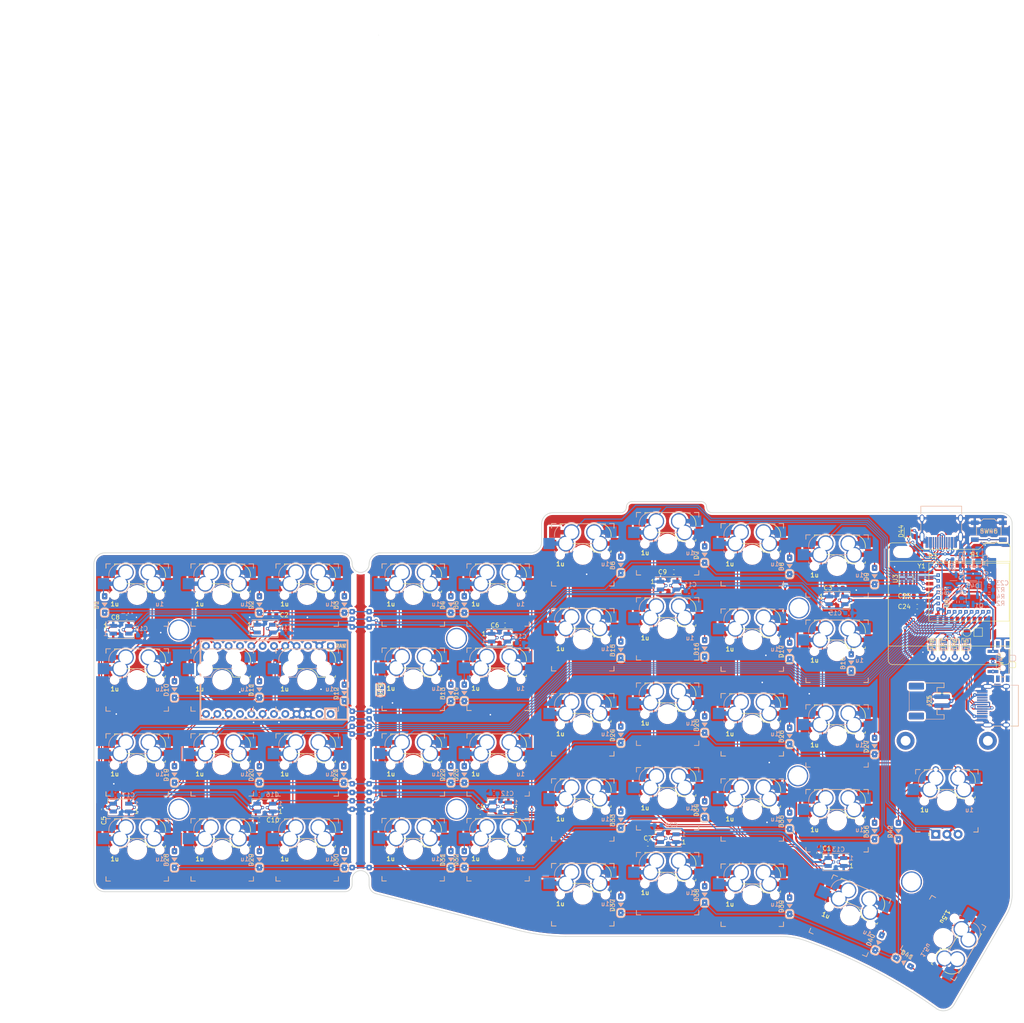
<source format=kicad_pcb>
(kicad_pcb (version 20221018) (generator pcbnew)
  (layers (0 "F.Cu" signal) (31 "B.Cu" signal) (34 "B.Paste" user) (35 "F.Paste" user) (36 "B.SilkS" user "B.Silkscreen") (37 "F.SilkS" user "F.Silkscreen") (38 "B.Mask" user) (39 "F.Mask" user) (44 "Edge.Cuts" user))
  (net 0 "")
  (net 1 "nRF_VDD")
  (net 2 "Net-(D43-K)")
  (net 3 "Net-(D1-A)")
  (net 4 "Net-(D2-A)")
  (net 5 "Net-(D3-A)")
  (net 6 "Net-(D4-A)")
  (net 7 "Net-(D5-A)")
  (net 8 "Net-(D6-A)")
  (net 9 "Net-(D7-A)")
  (net 10 "Net-(D8-A)")
  (net 11 "Net-(D9-A)")
  (net 12 "Net-(D10-A)")
  (net 13 "Net-(D11-A)")
  (net 14 "Net-(D12-A)")
  (net 15 "Net-(D13-A)")
  (net 16 "Net-(D14-A)")
  (net 17 "Net-(D15-A)")
  (net 18 "Net-(D16-A)")
  (net 19 "Net-(D17-A)")
  (net 20 "Net-(D18-A)")
  (net 21 "Net-(D19-A)")
  (net 22 "Net-(D20-A)")
  (net 23 "Net-(D21-A)")
  (net 24 "Net-(D22-A)")
  (net 25 "Net-(D23-A)")
  (net 26 "Net-(D24-A)")
  (net 27 "col0")
  (net 28 "col1")
  (net 29 "col2")
  (net 30 "col3")
  (net 31 "col4")
  (net 32 "Net-(D25-A)")
  (net 33 "Net-(D26-A)")
  (net 34 "Net-(D27-A)")
  (net 35 "SW25A")
  (net 36 "Net-(D28-A)")
  (net 37 "Net-(D29-A)")
  (net 38 "Net-(D30-A)")
  (net 39 "Net-(D31-A)")
  (net 40 "Net-(D32-A)")
  (net 41 "Net-(D33-A)")
  (net 42 "Net-(D34-A)")
  (net 43 "Net-(D35-A)")
  (net 44 "Net-(D36-A)")
  (net 45 "Net-(D37-A)")
  (net 46 "BATTERY_PIN")
  (net 47 "Net-(D38-A)")
  (net 48 "Net-(D39-A)")
  (net 49 "ENCA")
  (net 50 "ENCB")
  (net 51 "GND")
  (net 52 "SW25B")
  (net 54 "SDA")
  (net 55 "SCL")
  (net 56 "+5V")
  (net 57 "RX")
  (net 58 "TX")
  (net 59 "row0")
  (net 60 "Net-(D40-A)")
  (net 61 "Net-(D41-A)")
  (net 62 "Net-(D44-K)")
  (net 63 "VBAT")
  (net 64 "row1")
  (net 65 "row2")
  (net 66 "row3")
  (net 67 "row4")
  (net 68 "Net-(J23-Pin_1)")
  (net 69 "RGB_BLACKPILL")
  (net 70 "Net-(J23-Pin_2)")
  (net 71 "Net-(J23-Pin_3)")
  (net 72 "Net-(J23-Pin_4)")
  (net 73 "Net-(J28-Pin_1)")
  (net 74 "Net-(J30-CC1)")
  (net 75 "Net-(J30-CC2)")
  (net 78 "Net-(LED1-OUT)")
  (net 79 "RGB_PROMICRO")
  (net 82 "col1'")
  (net 83 "col2'")
  (net 84 "col3'")
  (net 85 "Net-(LED2-OUT)")
  (net 86 "Net-(LED4-OUT)")
  (net 87 "Net-(LED5-OUT)")
  (net 88 "Net-(LED6-OUT)")
  (net 90 "Net-(LED8-OUT)")
  (net 91 "Net-(LED10-IN)")
  (net 92 "unconnected-(LED10-OUT-PadO)")
  (net 93 "Net-(U5-STAT)")
  (net 94 "VBAT_CHG")
  (net 95 "DP+")
  (net 96 "DP-")
  (net 97 "SWCLK")
  (net 98 "SWDIO")
  (net 99 "POWER_PIN")
  (net 100 "VCC")
  (net 101 "Net-(R2-Pad2)")
  (net 102 "Net-(U5-PROG)")
  (net 103 "Net-(SW44-C)")
  (net 104 "RST")
  (net 108 "unconnected-(U1-D1(SDA)-PadD1)")
  (net 116 "Net-(U4-P0.00{slash}XL1)")
  (net 117 "Net-(U4-P0.01{slash}XL2)")
  (net 118 "D-")
  (net 119 "D+")
  (footprint "Library:HOLE_M2_TH" (layer "F.Cu") (at 208.8896 58.3692)
    (fp_text reference "TH1" hide)
    (fp_text value "HOLE" hide)
  )
  (footprint "Library:HOLE_M2_TH" (layer "F.Cu") (at 132.125141 65.16658)
    (fp_text reference "TH2" hide)
    (fp_text value "HOLE" hide)
  )
  (footprint "Library:HOLE_M2_TH" (layer "F.Cu") (at 208.6356 96.012)
    (fp_text reference "TH3" hide)
    (fp_text value "HOLE" hide)
  )
  (footprint "Library:HOLE_M2_TH" (layer "F.Cu") (at 132.125141 103.46658)
    (fp_text reference "TH4" hide)
    (fp_text value "HOLE" hide)
  )
  (footprint "Library:HOLE_M2_TH" (layer "F.Cu") (at 234.12514 119.766581 90)
    (fp_text reference "TH5" hide)
    (fp_text value "HOLE" hide)
  )
  (footprint "Library:SW-HS_flip-1u" (layer "F.Cu") (at 217.425141 48.95658)
    (fp_text reference "SW9")
    (fp_text value "1u")
  )
  (footprint "Library:SW-HS_flip-1u" (layer "F.Cu") (at 198.42514 46.456582)
    (fp_text reference "SW8")
    (fp_text value "1u")
  )
  (footprint "Library:SW-HS_flip-1u" (layer "F.Cu") (at 179.42514 43.96658)
    (fp_text reference "SW7")
    (fp_text value "1u")
  )
  (footprint "Library:SW-HS_flip-1u" (layer "F.Cu") (at 160.425141 46.456581)
    (fp_text reference "SW6")
    (fp_text value "1u")
  )
  (footprint "Library:SW-HS_flip-1u" (layer "F.Cu") (at 141.42514 55.456582)
    (fp_text reference "SW5")
    (fp_text value "1u")
  )
  (footprint "Library:SW-HS_flip-1u" (layer "F.Cu") (at 122.42514 55.456581)
    (fp_text reference "SW4")
    (fp_text value "1u")
  )
  (footprint "Library:SW-HS_flip-1u" (layer "F.Cu") (at 217.425141 68.056582)
    (fp_text reference "SW18")
    (fp_text value "1u")
  )
  (footprint "Library:SW-HS_flip-1u" (layer "F.Cu") (at 198.425141 65.55658)
    (fp_text reference "SW17")
    (fp_text value "1u")
  )
  (footprint "Library:SW-HS_flip-1u" (layer "F.Cu") (at 179.42514 63.056582)
    (fp_text reference "SW16")
    (fp_text value "1u")
  )
  (footprint "Library:SW-HS_flip-1u" (layer "F.Cu") (at 160.42514 65.456582)
    (fp_text reference "SW15")
    (fp_text value "1u")
  )
  (footprint "Library:SW-HS_flip-1u" (layer "F.Cu") (at 141.42514 74.356582)
    (fp_text reference "SW14")
    (fp_text value "1u")
  )
  (footprint "Library:SW-HS_flip-1u" (layer "F.Cu") (at 122.42514 74.356582)
    (fp_text reference "SW13")
    (fp_text value "1u")
  )
  (footprint "Library:SW-HS_flip-1u" (layer "F.Cu") (at 217.425141 87.05658)
    (fp_text reference "SW27")
    (fp_text value "1u")
  )
  (footprint "Library:SW-HS_flip-1u" (layer "F.Cu") (at 198.42514 84.556582)
    (fp_text reference "SW26")
    (fp_text value "1u")
  )
  (footprint "Library:SW-HS_flip-1u" (layer "F.Cu") (at 179.42514 82.156582)
    (fp_text reference "SW25")
    (fp_text value "1u")
  )
  (footprint "Library:SW-HS_flip-1u" (layer "F.Cu") (at 160.425141 84.556581)
    (fp_text reference "SW24")
    (fp_text value "1u")
  )
  (footprint "Library:SW-HS_flip-1u" (layer "F.Cu") (at 141.42514 93.556582)
    (fp_text reference "SW23")
    (fp_text value "1u")
  )
  (footprint "Library:SW-HS_flip-1u" (layer "F.Cu") (at 122.42514 93.55658)
    (fp_text reference "SW22")
    (fp_text value "1u")
  )
  (footprint "Library:SW-HS_flip-1u" (layer "F.Cu") (at 217.425141 106.056581)
    (fp_text reference "SW37")
    (fp_text value "1u")
  )
  (footprint "Library:SW-HS_flip-1u" (layer "F.Cu") (at 198.425141 103.65658)
    (fp_text reference "SW36")
    (fp_text value "1u")
  )
  (footprint "Library:SW-HS_flip-1u" (layer "F.Cu") (at 179.42514 101.156582)
    (fp_text reference "SW35")
    (fp_text value "1u")
  )
  (footprint "Library:SW-HS_flip-1u" (layer "F.Cu") (at 160.42514 103.656581)
    (fp_text reference "SW34")
    (fp_text value "1u")
  )
  (footprint "Library:SW-HS_flip-1u" (layer "F.Cu") (at 141.42514 112.556582)
    (fp_text reference "SW33")
    (fp_text value "1u")
  )
  (footprint "Library:SW-HS_flip-1u" (layer "F.Cu") (at 122.375141 112.556582)
    (fp_text reference "SW32")
    (fp_text value "1u")
  )
  (footprint "Library:SW-HS_flip-1u" (layer "F.Cu") (at 241.225141 132.36658 -120)
    (fp_text reference "SW42")
    (fp_text value "1.5u")
  )
  (footprint "Library:SW-HS_flip-1u" (layer "F.Cu") (at 220.32514 127.356582 -23)
    (fp_text reference "SW41")
    (fp_text value "1u")
  )
  (footprint "Library:SW-HS_flip-1u" (layer "F.Cu") (at 198.42514 122.756581)
    (fp_text reference "SW40")
    (fp_text value "1u")
  )
  (footprint "Library:SW-HS_flip-1u" (layer "F.Cu") (at 179.42514 120.156582)
    (fp_text reference "SW39")
    (fp_text value "1u")
  )
  (footprint "Library:M2_HOLE_PCB" (layer "F.Cu") (at 232.79514 88.138)
    (fp_text reference "TH6" hide)
    (fp_text value "HOLE")
  )
  (footprint "Library:SW-HS_flip-1u" (layer "F.Cu") (at 160.425141 122.656581)
    (fp_text reference "SW38")
    (fp_text value "1u")
  )
  (footprint "Library:M2_HOLE_PCB" (layer "F.Cu") (at 251.243141 88.138)
    (fp_text reference "TH7" hide)
    (fp_text value "HOLE")
  )
  (footprint "Library:SW-HS-Flip-1u" (layer "F.Cu") (at 79.56264 74.506582)
    (fp_text reference "SW11")
    (fp_text value "1u")
  )
  (footprint "Library:SW-HS_flip-1u" (layer "F.Cu") (at 98.612641 55.456582)
    (fp_text reference "SW3")
    (fp_text value "1u")
  )
  (footprint "Library:Conn_01x01" (layer "F.Cu") (at 108.712 62.611)
    (fp_text reference "J15")
    (fp_text value " ")
  )
  (footprint "Library:Cut_hole" (layer "F.Cu") (at 109.093 71.2125)
    (fp_text reference "H1")
    (fp_text value "Hole")
  )
  (footprint "Library:Conn_01x01" (layer "F.Cu") (at 108.712 81.514)
    (fp_text reference "J4")
    (fp_text value " ")
  )
  (footprint "Jumper:SolderJumper-2_P1.3mm_Open_Pad1.0x1.5mm" (layer "F.Cu") (at 243.840001 66.548 -90)
    (fp_text reference "JP6")
    (fp_text value " ")
  )
  (footprint "LED_SMD:LED_0603_1608Metric" (layer "F.Cu") (at 233.2228 41.148 90)
    (fp_text reference "D44")
    (fp_text value "BLUE")
  )
  (footprint "kien242:SK6812MINI-FLIP" (layer "F.Cu") (at 56.896 103.124 180)
    (fp_text reference "LED6")
    (fp_text value "6812")
  )
  (footprint "Library:SW-HS_flip-1u" (layer "F.Cu") (at 60.512641 74.506581)
    (fp_text reference "SW10")
    (fp_text value "1u")
  )
  (footprint "Library:Conn_01x01" (layer "F.Cu") (at 112.522 99.73048)
    (fp_text reference "J18")
    (fp_text value " ")
  )
  (footprint "TestPoint:TestPoint_Pad_D1.5mm" (layer "F.Cu") (at 246.5324 63.7794)
    (fp_text reference "J33")
    (fp_text value " ")
  )
  (footprint "kien242:SK6812MINI-FLIP" (layer "F.Cu") (at 141.986 102.87 180)
    (fp_text reference "LED8")
    (fp_text value "6812")
  )
  (footprint "Library:Conn_01x01" (layer "F.Cu") (at 112.522 97.79)
    (fp_text reference "J6")
    (fp_text value " ")
  )
  (footprint "Library:Conn_01x01" (layer "F.Cu") (at 108.712 99.73048)
    (fp_text reference "J17")
    (fp_text value " ")
  )
  (footprint "Library:Cut_hole" (layer "F.Cu") (at 112.141 71.2125)
    (fp_text reference "H1")
    (fp_text value "Hole")
  )
  (footprint "Capacitor_SMD:C_0603_1608Metric" (layer "F.Cu") (at 87.884 105.918)
    (fp_text reference "C10")
    (fp_text value "104")
  )
  (footprint "Library:Conn_01x01" (layer "F.Cu") (at 108.712 84.914)
    (fp_text reference "J9")
    (fp_text value " ")
  )
  (footprint "Library:Conn_01x01" (layer "F.Cu") (at 112.522 81.514)
    (fp_text reference "J3")
    (fp_text value " ")
  )
  (footprint "kien242:E73-2G4M08S1C-kien242" (layer "F.Cu") (at 245.999 54.8132 -90)
    (fp_text reference "U4")
    (fp_text value "E73-2G4M08S1C")
  )
  (footprint "Library:Cut_hole" (layer "F.Cu") (at 109.093 92.202)
    (fp_text reference "H1")
    (fp_text value "Hole")
  )
  (footprint "Library:SW-HS-Flip-1u" (layer "F.Cu") (at 98.612641 74.506581)
    (fp_text reference "SW12")
    (fp_text value "1u")
  )
  (footprint "Capacitor_SMD:C_0603_1608Metric" (layer "F.Cu") (at 175.006 111.252 180)
    (fp_text reference "C7")
    (fp_text value "104")
  )
  (footprint "kien242:SK6812MINI-FLIP" (layer "F.Cu") (at 179.578 109.982 180)
    (fp_text reference "LED9")
    (fp_text value "6812")
  )
  (footprint "Library:Conn_01x01" (layer "F.Cu") (at 108.712 86.614)
    (fp_text reference "J12")
    (fp_text value " ")
  )
  (footprint "Library:Conn_01x01" (layer "F.Cu") (at 108.712 103.505)
    (fp_text reference "J20")
    (fp_text value " ")
  )
  (footprint "Resistor_SMD:R_0603_1608Metric" (layer "F.Cu") (at 236.474 46.5328)
    (fp_text reference "R3")
    (fp_text value "5.1k")
  )
  (footprint "Library:SW-HS_flip-1u" (layer "F.Cu") (at 98.612641 112.606581)
    (fp_text reference "SW31")
    (fp_text value "1u")
  )
  (footprint "Capacitor_SMD:C_0603_1608Metric" (layer "F.Cu") (at 90.932 59.944 180)
    (fp_text reference "C2")
    (fp_text value "104")
  )
  (footprint "kien242:USB-C-16pin-hight-v2" (layer "F.Cu") (at 254.2966 80.264 -90)
    (fp_text reference "J21")
    (fp_text value "DATA Port")
  )
  (footprint "Library:Conn_01x01" (layer "F.Cu") (at 108.712 59.182)
    (fp_text reference "J1")
    (fp_text value " ")
  )
  (footprint "Capacitor_SMD:C_0603_1608Metric" (layer "F.Cu") (at 213.36 113.284 90)
    (fp_text reference "C1")
    (fp_text value "104")
  )
  (footprint "Capacitor_SMD:C_0603_1608Metric" (layer "F.Cu") (at 143.002 62.23 180)
    (fp_text reference "C6")
    (fp_text value "104")
  )
  (footprint "Library:SW-HS_flip-1u" (layer "F.Cu") (at 79.562641 55.45658)
    (fp_text reference "SW2")
    (fp_text value "1u")
  )
  (footprint "Library:Conn_01x01" (layer "F.Cu") (at 108.712 83.214)
    (fp_text reference "J8")
    (fp_text value " ")
  )
  (footprint "Capacitor_SMD:C_0603_1608Metric" (layer "F.Cu") (at 180.848 50.292 180)
    (fp_text reference "C9")
    (fp_text value "104")
  )
  (footprint "Library:Cut_hole" (layer "F.Cu") (at 109.093 54.229)
    (fp_text reference "H1")
    (fp_text value "Hole")
  )
  (footprint "Library:Conn_01x01" (layer "F.Cu") (at 112.522 60.858293)
    (fp_text reference "J27")
    (fp_text value " ")
  )
  (footprint "kien242:JST_PH_S2B-PH-SM4-TB_1x02-1MP_P2.00mm_Horizontal" (layer "F.Cu") (at 238.125 79.248 -90)
    (fp_text reference "J25")
    (fp_text value " ")
  )
  (footprint "Library:Conn_01x01" (layer "F.Cu") (at 112.522 116.563182)
    (fp_text reference "J14")
    (fp_text value " ")
  )
  (footprint "Library:Conn_01x01" (layer "F.Cu") (at 108.712 60.858293)
    (fp_text reference "J26")
    (fp_text value " ")
  )
  (footprint "kien242:USB-C-16pin-hight-v2" (layer "F.Cu") (at 240.792 39.3274)
    (fp_text reference "J31")
    (fp_text value "USB_C_Receptacle_USB2.0")
  )
  (footprint "Library:SW-HS_flip-1u" (layer "F.Cu") (at 60.512641 112.606581)
    (fp_text reference "SW29")
    (fp_text value "1u")
  )
  (footprint "Library:HOLE_M2_TH" (layer "F.Cu") (at 69.85 103.46658)
    (fp_text reference "TH4" hide)
    (fp_text value "HOLE" hide)
  )
  (footprint "Resistor_SMD:R_0603_1608Metric" (layer "F.Cu") (at 245.9228 46.4058)
    (fp_text reference "R1")
    (fp_text value "5.1k")
  )
  (footprint "kien242:SK6812MINI-FLIP" (layer "F.Cu") (at 56.896 63.246)
    (fp_text reference "LED5")
    (fp_text value "6812")
  )
  (footprint "Library:Conn_01x01" (layer "F.Cu") (at 112.522 62.611)
    (fp_text reference "J16")
    (fp_text value " ")
  )
  (footprint "kien242:SK6812MINI-FLIP" (layer "F.Cu") (at 89.154 62.992)
    (fp_text reference "LED4")
    (fp_text value "6812")
  )
  (footprint "Capacitor_SMD:C_0603_1608Metric" (layer "F.Cu") (at 235.4072 58.0644 180)
    (fp_text reference "C24")
    (fp_text value "10uF")
  )
  (footprint "Button_Switch_SMD:SW_SPDT_PCM12" (layer "F.Cu") (at 254.254 70.358 90)
    (fp_text reference "SW45")
    (fp_text value " ")
  )
  (footprint "Library:Conn_01x01" (layer "F.Cu") (at 108.712 97.79)
    (fp_text reference "J5")
    (fp_text value " ")
  )
  (footprint "Library:SW-HS_flip-1u" (layer "F.Cu") (at 60.512641 55.456582)
    (fp_text reference "SW1")
    (fp_text value "1u")
  )
  (footprint "Library:Conn_01x01" (layer "F.Cu") (at 108.712 101.6)
    (fp_text reference "J28")
    (fp_text value " ")
  )
  (footprint "Library:Conn_01x01" (layer "F.Cu") (at 112.522 83.214)
    (fp_text reference "J7")
    (fp_text value " ")
  )
  (footprint "kien242:SK6812MINI-FLIP" (layer "F.Cu") (at 217.17 115.316 180)
    (fp_text reference "LED10")
    (fp_text value "6812")
  )
  (footprint "Library:SW-HS_flip-1u" (layer "F.Cu") (at 60.512641 93.556582)
    (fp_text reference "SW19")
    (fp_text value "1u")
  )
  (footprint "Package_TO_SOT_SMD:SOT-23-6" (layer "F.Cu") (at 232.918 51.7906 90)
    (fp_text reference "U3")
    (fp_text value "USBLC6-2SC6")
  )
  (footprint "Capacitor_SMD:C_0603_1608Metric" (layer "F.Cu") (at 137.414 104.14 180)
    (fp_text reference "C4")
    (fp_text value "104")
  )
  (footprint "Library:Conn_01x01" (layer "F.Cu") (at 112.522 103.505)
    (fp_text reference "J19")
    (fp_text value " ")
  )
  (footprint "Library:SW-HS_flip-1u" (layer "F.Cu") (at 79.56264 112.606582)
    (fp_text reference "SW30")
    (fp_text value "1u")
  )
  (footprint "Capacitor_SMD:C_0603_1608Metric" (layer "F.Cu") (at 58.166 60.452)
    (fp_text reference "C8")
    (fp_text value "104")
  )
  (footprint "Jumper:SolderJumper-2_P1.3mm_Open_RoundedPad1.0x1.5mm" (layer "F.Cu") (at 115.062 76.708 -90)
    (fp_text reference "JP9")
    (fp_text value "Jump LED")
  )
  (footprint "Library:Conn_01x01" (layer "F.Cu") (at 112.522 101.6)
    (fp_text reference "J29")
    (fp_text value " ")
  )
  (footprint "Library:Cut_hole" (layer "F.Cu") (at 112.141 54.229)
    (fp_text reference "H1")
    (fp_text value "Hole")
  )
  (footprint "Library:HOLE_M2_TH" (layer "F.Cu") (at 69.85 63.2968)
    (fp_text reference "TH4" hide)
    (fp_text value "HOLE" hide)
  )
  (footprint "Library:SW-HS_flip-1u" (layer "F.Cu") (at 242.062 101.6)
    (fp_text reference "SW43")
    (fp_text value "1u")
  )
  (footprint "kien242:128x64OLED" (layer "F.Cu") (at 242.57 57.404 180)
    (fp_text reference "J23")
    (fp_text value "Conn_01x04")
  )
  (footprint "Button_Switch_SMD:SW_SPST_TL3342" (layer "F.Cu") (at 251.46 41.148)
    (fp_text reference "SW46")
    (fp_text value "RST")
  )
  (footprint "Capacitor_SMD:C_0603_1608Metric" (layer "F.Cu") (at 217.932 53.848 180)
    (fp_text reference "C3")
    (fp_text value "104")
  )
  (footprint "Capacitor_SMD:C_0603_1608Metric" (layer "F.Cu") (at 235.4072 55.6514 180)
    (fp_text reference "C25")
    (fp_text value "100nF")
  )
  (footprint "Library:Conn_01x01" (layer "F.Cu") (at 112.522 86.614)
    (fp_text reference "J11")
    (fp_text value " ")
  )
  (footprint "kien242:SK6812MINI-FLIP" (layer "F.Cu") (at 141.732 65.024)
    (fp_text reference "LED3")
    (fp_text value "6812")
  )
  (footprint "Library:Conn_01x01" (layer "F.Cu") (at 112.522 59.182)
    (fp_text reference "J2")
    (fp_text value " ")
  )
  (footprint "TestPoint:TestPoint_Pad_1.5x1.5mm" (layer "F.Cu") (at 249.0724 63.7794)
    (fp_text reference "J32")
    (fp_text value " ")
  )
  (footprint "kien242:SK6812MINI-FLIP" (layer "F.Cu") (at 217.424 56.642)
    (fp_text reference "LED1")
    (fp_text value "6812")
  )
  (footprint "Library:Conn_01x01" (layer "F.Cu") (at 112.522 84.914)
    (fp_text reference "J10")
    (fp_text value " ")
  )
  (footprint "Capacitor_SMD:C_0603_1608Metric" (layer "F.Cu") (at 53.0352 103.505 -90)
    (fp_text reference "C5")
    (fp_text value "104")
  )
  (footprint "Library:Crystal_0603" (layer "F.Cu") (at 236.3724 51.0032 -90)
    (fp_text reference "Y1")
    (fp_text value "32.768kHz")
  )
  (footprint "kien242:SK6812MINI-FLIP" (layer "F.Cu") (at 89.154 103.124 180)
    (fp_text reference "LED7")
    (fp_text value "6812")
  )
  (footprint "Jumper:SolderJumper-2_P1.3mm_Open_Pad1.0x1.5mm" (layer "F.Cu") (at 241.3 66.547999 -90)
    (fp_text reference "JP7")
    (fp_text value " ")
  )
  (footprint "kien242:SK6812MINI-FLIP" (layer "F.Cu") (at 179.578 53.34)
    (fp_text reference "LED2")
    (fp_text value "6812")
  )
  (footprint "Library:Cut_hole" (layer "F.Cu") (at 112.141 92.202)
    (fp_text reference "H1")
    (fp_text value "Hole")
  )
  (footprint "Jumper:SolderJumper-2_P1.3mm_Open_Pad1.0x1.5mm" (layer "F.Cu") (at 238.76 66.548 -90)
    (fp_text reference "JP8")
    (fp_text value " ")
  )
  (footprint "Library:SW-HS_flip-1u" (layer "F.Cu") (at 98.612641 93.556582)
    (fp_text reference "SW21")
    (fp_text value "1u")
  )
  (footprint "Library:SW-HS_flip-1u" (layer "F.Cu") (at 79.562641 93.556582)
    (fp_text reference "SW20")
    (fp_text value "1u")
  )
  (footprint "Library:Conn_01x01" (layer "F.Cu") (at 108.712 116.563182)
    (fp_text reference "J13")
    (fp_text value " ")
  )
  (footprint "Library:Cut_hole" (layer "F.Cu") (at 112.141 110.034091)
    (fp_text reference "H1")
    (fp_text value "Hole")
  )
  (footprint "Jumper:SolderJumper-2_P1.3mm_Open_Pad1.0x1.5mm" (layer "F.Cu") (at 246.38 66.547999 -90)
    (fp_text reference "JP5")
    (fp_text value " ")
  )
  (footprint "Library:Cut_hole" (layer "F.Cu") (at 109.093 110.034091)
    (fp_text reference "H1")
    (fp_text value "Hole")
  )
  (footprint "kien242:Econder" (layer "F.Cu") (at 242.062 101.6)
    (fp_text reference "SW28")
    (fp_text value " ")
  )
  (footprint "Library:Diode" (layer "B.Cu") (at 225.843141 89.47058 -90)
    (fp_text reference "D27")
    (fp_text value "D")
  )
  (footprint "Resistor_SMD:R_0603_1608Metric" (layer "B.Cu") (at 251.5616 57.3532)
    (fp_text reference "R2")
    (fp_text value "2M")
  )
  (footprint "Library:Diode" (layer "B.Cu") (at 130.847141 57.720581 -90)
    (fp_text reference "D4")
    (fp_text value "D")
  )
  (footprint "Library:Diode" (layer "B.Cu") (at 106.971141 114.87058 -90)
    (fp_text reference "D30")
    (fp_text value "D")
  )
  (footprint "Library:Diode" (layer "B.Cu") (at 187.743141 46.544582 -90)
    (fp_text reference "D7")
    (fp_text value "D")
  )
  (footprint "Diode_SMD:D_SOD-323_HandSoldering" (layer "B.Cu") (at 247.904 53.3908 180)
    (fp_text reference "D43")
    (fp_text value "1N5819")
  )
  (footprint "Button_Switch_SMD:SW_SPST_TL3342" (layer "B.Cu") (at 251.46 41.148 180)
    (fp_text reference "SW46")
    (fp_text value "RST")
  )
  (footprint "Jumper:SolderJumper-2_P1.3mm_Open_RoundedPad1.0x1.5mm" (layer "B.Cu") (at 241.3 66.547999 -90)
    (fp_text reference "JP3")
    (fp_text value " ")
  )
  (footprint "Library:Diode" (layer "B.Cu") (at 130.847141 95.820581 -90)
    (fp_text reference "D22")
    (fp_text value "D")
  )
  (footprint "Library:Diode" (layer "B.Cu") (at 106.971141 77.5462 -90)
    (fp_text reference "D12")
    (fp_text value "D")
  )
  (footprint "Capacitor_SMD:C_0603_1608Metric" (layer "B.Cu") (at 251.5616 52.7812 180)
    (fp_text reference "C23")
    (fp_text value "100nF")
  )
  (footprint "Library:Diode" (layer "B.Cu") (at 231.1908 108.5342 -90)
    (fp_text reference "D42")
    (fp_text value "D")
  )
  (footprint "Resistor_SMD:R_0603_1608Metric" (layer "B.Cu") (at 251.5616 54.3052 180)
    (fp_text reference "R7")
    (fp_text value "10M")
  )
  (footprint "Library:Diode" (layer "B.Cu") (at 226.65394 133.550427 -113)
    (fp_text reference "D40")
    (fp_text value "D")
  )
  (footprint "kien242:PRO-MICRO" (layer "B.Cu") (at 89.916 74.506581 90)
    (fp_text reference "U1")
    (fp_text value "Promicro")
  )
  (footprint "Library:Diode" (layer "B.Cu") (at 133.858 77.5462 -90)
    (fp_text reference "D14")
    (fp_text value "D")
  )
  (footprint "Library:Diode" (layer "B.Cu") (at 133.858 95.820581 -90)
    (fp_text reference "D23")
    (fp_text value "D")
  )
  (footprint "Library:Diode" (layer "B.Cu") (at 87.92114 95.820582 -90)
    (fp_text reference "D20")
    (fp_text value "D")
  )
  (footprint "Library:Diode" (layer "B.Cu") (at 168.94714 67.880582 -90)
    (fp_text reference "D15")
    (fp_text value "D")
  )
  (footprint "Capacitor_SMD:C_0603_1608Metric" (layer "B.Cu") (at 146.4056 66.1924)
    (fp_text reference "C18")
    (fp_text value "104")
  )
  (footprint "Library:Diode" (layer "B.Cu") (at 130.847141 77.5462 -90)
    (fp_text reference "D13")
    (fp_text value "D")
  )
  (footprint "Capacitor_SMD:C_0603_1608Metric" (layer "B.Cu") (at 55.626 100.33 180)
    (fp_text reference "C17")
    (fp_text value "104")
  )
  (footprint "kien242:USB-C-16pin-hight-v2" (layer "B.Cu") (at 240.792 39.3274 180)
    (fp_text reference "J30")
    (fp_text value "USB_C_Receptacle_USB2.0")
  )
  (footprint "Library:Diode" (layer "B.Cu") (at 206.79314 68.134582 -90)
    (fp_text reference "D17")
    (fp_text value "D")
  )
  (footprint "Capacitor_SMD:C_0603_1608Metric" (layer "B.Cu") (at 177.292 107.0864 180)
    (fp_text reference "C20")
    (fp_text value "104")
  )
  (footprint "Capacitor_SMD:C_0603_1608Metric" (layer "B.Cu") (at 61.468 64.516)
    (fp_text reference "C19")
    (fp_text value "104")
  )
  (footprint "Library:Diode" (layer "B.Cu") (at 220.599 70.739 -90)
    (fp_text reference "D18")
    (fp_text value "D")
  )
  (footprint "Library:Diode" (layer "B.Cu") (at 206.793141 125.28458 -90)
    (fp_text reference "D39")
    (fp_text value "D")
  )
  (footprint "Library:Diode" (layer "B.Cu") (at 168.947141 48.830581 -90)
    (fp_text reference "D6")
    (fp_text value "D")
  )
  (footprint "Library:Diode" (layer "B.Cu") (at 87.92114 76.770582 -90)
    (fp_text reference "D11")
    (fp_text value "D")
  )
  (footprint "Library:Diode" (layer "B.Cu") (at 106.8324 95.8342 -90)
    (fp_text reference "D21")
    (fp_text value "D")
  )
  (footprint "Resistor_SMD:R_0603_1608Metric" (layer "B.Cu") (at 245.364 56.9976 -90)
    (fp_text reference "R6")
    (fp_text value "100K")
  )
  (footprint "Capacitor_SMD:C_0603_1608Metric" (layer "B.Cu") (at 93.8276 64.008)
    (fp_text reference "C14")
    (fp_text value "104")
  )
  (footprint "Library:Diode" (layer "B.Cu") (at 168.947141 125.03058 -90)
    (fp_text reference "D37")
    (fp_text value "D")
  )
  (footprint "Library:Diode" (layer "B.Cu") (at 187.743141 67.564 -90)
    (fp_text reference "D16")
    (fp_text value "D")
  )
  (footprint "Library:Diode" (layer "B.Cu") (at 225.843141 108.520582 -90)
    (fp_text reference "D36")
    (fp_text value "D")
  )
  (footprint "Capacitor_SMD:C_0603_1608Metric" (layer "B.Cu") (at 220.0656 59.4868)
    (fp_text reference "C15")
    (fp_text value "104")
  )
  (footprint "Package_TO_SOT_SMD:SOT-23-5" (layer "B.Cu") (at 247.9294 50.673 180)
    (fp_text reference "U2")
    (fp_text value "MIC5219-3.3YM5")
  )
  (footprint "Package_TO_SOT_SMD:SOT-23" (layer "B.Cu") (at 247.9294 56.5404 -90)
    (fp_text reference "Q1")
    (fp_text value "AO3407")
  )
  (footprint "Resistor_SMD:R_0603_1608Metric" (layer "B.Cu") (at 251.5616 55.8292)
    (fp_text reference "R4")
    (fp_text value "2M")
  )
  (footprint "Capacitor_SMD:C_0603_1608Metric" (layer "B.Cu") (at 184.2516 54.5592)
    (fp_text reference "C11")
    (fp_text value "104")
  )
  (footprint "Jumper:SolderJumper-2_P1.3mm_Open_Pad1.0x1.5mm" (layer "B.Cu") (at 115.062 76.708 -90)
    (fp_text reference "JP10")
    (fp_text value "Jump LED")
  )
  (footprint "Library:Diode" (layer "B.Cu") (at 53.213 57.720582 -90)
    (fp_text reference "D1")
    (fp_text value "D")
  )
  (footprint "kien242:JST_PH_S2B-PH-SM4-TB_1x02-1MP_P2.00mm_Horizontal" (layer "B.Cu") (at 238.125 79.248 90)
    (fp_text reference "J24")
    (fp_text value " ")
  )
  (footprint "Package_TO_SOT_SMD:SOT-23" (layer "B.Cu") (at 244.1194 49.9364 -90)
    (fp_text reference "Q2")
    (fp_text value "AO3407")
  )
  (footprint "Library:Diode" (layer "B.Cu") (at 68.87114 95.820582 -90)
    (fp_text reference "D19")
    (fp_text value "D")
  )
  (footprint "Library:Diode" (layer "B.Cu") (at 130.847141 114.870582 -90)
    (fp_text reference "D31")
    (fp_text value "D")
  )
  (footprint "Capacitor_Tantalum_SMD:CP_EIA-3216-12_Kemet-S" (layer "B.Cu") (at 249.0724 46.609 90)
    (fp_text reference "C21")
    (fp_text value "10uF")
  )
  (footprint "Resistor_SMD:R_0603_1608Metric" (layer "B.Cu") (at 242.0112 56.9976 90)
    (fp_text reference "R8")
    (fp_text value "1K")
  )
  (footprint "Capacitor_SMD:C_0603_1608Metric" (layer "B.Cu") (at 214.7316 112.4712 180)
    (fp_text reference "C13")
    (fp_text value "104")
  )
  (footprint "Library:Diode" (layer "B.Cu") (at 87.92114 57.720581 -90)
    (fp_text reference "D2")
    (fp_text value "D")
  )
  (footprint "Button_Switch_SMD:SW_SPDT_PCM12" (layer "B.Cu") (at 254.254 70.358 -90)
    (fp_text reference "SW44")
    (fp_text value " ")
  )
  (footprint "Jumper:SolderJumper-2_P1.3mm_Open_RoundedPad1.0x1.5mm" (layer "B.Cu") (at 243.840001 66.548 -90)
    (fp_text reference "JP2")
    (fp_text value " ")
  )
  (footprint "Resistor_SMD:R_0603_1608Metric" (layer "B.Cu") (at 243.7384 56.9976 -90)
    (fp_text reference "R9")
    (fp_text value "2.3k")
  )
  (footprint "Jumper:SolderJumper-2_P1.3mm_Open_RoundedPad1.0x1.5mm" (layer "B.Cu") (at 246.38 66.547999 -90)
    (fp_text reference "JP1")
    (fp_text value " ")
  )
  (footprint "Resistor_SMD:R_0603_1608Metric" (layer "B.Cu") (at 244.1448 47.498)
    (fp_text reference "R5")
    (fp_text value "100k")
  )
  (footprint "Capacitor_SMD:C_0603_1608Metric" (layer "B.Cu") (at 87.884 100.203 180)
    (fp_text reference "C16")
    (fp_text value "104")
  )
  (footprint "Library:Diode" (layer "B.Cu") (at 68.871141 76.770581 -90)
    (fp_text reference "D10")
    (fp_text value "D")
  )
  (footprint "Library:Diode" (layer "B.Cu") (at 206.79314 106.234582 -90)
    (fp_text reference "D35")
    (fp_text value "D")
  )
  (footprint "Library:Diode" (layer "B.Cu") (at 187.743141 84.644582 -90)
    (fp_text reference "D25")
    (fp_text value "D")
  )
  (footprint "Library:Diode" (layer "B.Cu") (at 206.793141 49.08458 -90)
    (fp_text reference "D8")
    (fp_text value "D")
  )
  (footprint "Library:Diode" (layer "B.Cu") (at 225.84314 51.370582 -90)
    (fp_text reference "D9")
    (fp_text value "D")
  )
  (footprint "Library:Diode" (layer "B.Cu") (at 106.971141 57.720582 -90)
    (fp_text reference "D3")
    (fp_text value "D")
  )
  (footprint "Library:Diode" (layer "B.Cu") (at 206.793141 87.18458 -90)
    (fp_text reference "D26")
    (fp_text value "D")
  )
  (footprint "Library:Diode" (layer "B.Cu") (at 87.921141 114.87058 -90)
    (fp_text reference "D29")
    (fp_text value "D")
  )
  (footprint "Library:Diode" (layer "B.Cu") (at 168.94714 105.980582 -90)
    (fp_text reference "D33")
    (fp_text value "D")
  )
  (footprint "Capacitor_SMD:C_0603_1608Metric" (layer "B.Cu") (at 140.5128 99.9744 180)
    (fp_text reference "C12")
    (fp_text value "104")
  )
  (footprint "Package_TO_SOT_SMD:SOT-23-5" (layer "B.Cu") (at 243.5352 53.7972)
    (fp_text reference "U5")
    (fp_text value "TP4054")
  )
  (footprint "Library:Diode" (layer "B.Cu") (at 68.871141 114.87058 -90)
    (fp_text reference "D28")
    (fp_text value "D")
  )
  (footprint "kien242:USB-C-16pin-hight-v2" (layer "B.Cu") (at 254.2966 80.264 90)
    (fp_text reference "J22")
    (fp_text value "DATA Port")
  )
  (footprint "Library:Diode" (layer "B.Cu") (at 232.174035 137.7015 150)
    (fp_text reference "D41")
    (fp_text value "D")
  )
  (footprint "Jumper:SolderJumper-2_P1.3mm_Open_RoundedPad1.0x1.5mm" (layer "B.Cu") (at 238.76 66.548 -90)
    (fp_text reference "JP4")
    (fp_text value " ")
  )
  (footprint "Library:Diode" (layer "B.Cu") (at 133.858 114.870582 -90)
    (fp_text reference "D32")
    (fp_text value "D")
  )
  (footprint "Library:Diode" (layer "B.Cu") (at 187.743141 122.744582 -90)
    (fp_text reference "D38")
    (fp_text value "D")
  )
  (footprint "Library:Diode" (layer "B.Cu") (at 187.743141 103.694581 -90)
    (fp_text reference "D34")
    (fp_text value "D")
  )
  (footprint "Library:Diode" (layer "B.Cu") (at 133.858 57.72058 -90)
    (fp_text reference "D5")
    (fp_text value "D")
  )
  (footprint "Library:Diode" (layer "B.Cu") (at 168.947141 86.93058 -90)
    (fp_text reference "D24")
    (fp_text value "D")
  )
  (footprint "Capacitor_Tantalum_SMD:CP_EIA-3216-12_Kemet-S" (layer "B.Cu") (at 246.9134 46.609 90)
    (fp_text reference "C22")
    (fp_text value "10uF")
  )
  (gr_line (start 112.522 120.373817) (end 112.522 119.1514) (stroke (width 0.15)) (layer "Edge.Cuts"))
  (gr_line (start 243.68414 147.297818) (end 255.36814 127.231818) (stroke (width 0.15)) (layer "Edge.Cuts"))
  (gr_line (start 50.8 48.481581) (end 50.800001 119.509582) (stroke (width 0.15)) (layer "Edge.Cuts"))
  (gr_arc (start 204.82214 132.008582) (mid 207.789635 132.28621) (end 210.66414 133.073818) (stroke (width 0.15)) (layer "Edge.Cuts"))
  (gr_line (start 113.979 122.405818) (end 146.148141 130.68158) (stroke (width 0.15)) (layer "Edge.Cuts"))
  (gr_line (start 254.222141 37.008582) (end 226.695141 37.008582) (stroke (width 0.15)) (layer "Edge.Cuts"))
  (gr_arc (start 170.19514 35.758582) (mid 170.561257 34.874698) (end 171.445141 34.508581) (stroke (width 0.15)) (layer "Edge.Cuts"))
  (gr_arc (start 113.979 122.405818) (mid 112.897083 121.643227) (end 112.522 120.373817) (stroke (width 0.15)) (layer "Edge.Cuts"))
  (gr_line (start 114.63115 -70.080646) (end 114.63115 -70.080646) (stroke (width 0.1)) (layer "Edge.Cuts"))
  (gr_line (start 207.195141 37.008582) (end 189.445141 37.00858) (stroke (width 0.15)) (layer "Edge.Cuts"))
  (gr_arc (start 106.239 46.008582) (mid 107.987675 46.732906) (end 108.712 48.48158) (stroke (width 0.15)) (layer "Edge.Cuts"))
  (gr_arc (start 112.522 48.481582) (mid 110.616999 50.386559) (end 108.712 48.48158) (stroke (width 0.15)) (layer "Edge.Cuts"))
  (gr_arc (start 256.69514 122.913818) (mid 256.290661 125.15242) (end 255.36814 127.231818) (stroke (width 0.15)) (layer "Edge.Cuts"))
  (gr_line (start 226.695141 37.008582) (end 207.195141 37.008582) (stroke (width 0.15)) (layer "Edge.Cuts"))
  (gr_line (start 108.712 119.1514) (end 108.712 120.373817) (stroke (width 0.15)) (layer "Edge.Cuts"))
  (gr_line (start 156.562141 132.00858) (end 204.82214 132.008582) (stroke (width 0.15)) (layer "Edge.Cuts"))
  (gr_arc (start 254.222141 37.008582) (mid 255.970816 37.732907) (end 256.69514 39.481582) (stroke (width 0.15)) (layer "Edge.Cuts"))
  (gr_line (start 151.19514 39.481582) (end 151.19514 43.535581) (stroke (width 0.15)) (layer "Edge.Cuts"))
  (gr_line (start 168.94514 37.008582) (end 153.66814 37.008582) (stroke (width 0.15)) (layer "Edge.Cuts"))
  (gr_arc (start 189.445141 37.00858) (mid 188.561258 36.642463) (end 188.195141 35.75858) (stroke (width 0.15)) (layer "Edge.Cuts"))
  (gr_arc (start 53.273 121.982582) (mid 51.524325 121.258258) (end 50.800001 119.509582) (stroke (width 0.15)) (layer "Edge.Cuts"))
  (gr_line (start 256.69514 39.481582) (end 256.69514 122.913818) (stroke (width 0.15)) (layer "Edge.Cuts"))
  (gr_arc (start 151.19514 43.535581) (mid 150.470814 45.284256) (end 148.72214 46.008582) (stroke (width 0.15)) (layer "Edge.Cuts"))
  (gr_arc (start 243.68414 147.297818) (mid 241.987438 148.586932) (end 239.874141 148.313817) (stroke (width 0.15)) (layer "Edge.Cuts"))
  (gr_arc (start 151.19514 39.481582) (mid 151.919465 37.732907) (end 153.66814 37.008582) (stroke (width 0.15)) (layer "Edge.Cuts"))
  (gr_line (start 107.103236 121.982581) (end 53.273 121.982582) (stroke (width 0.15)) (layer "Edge.Cuts"))
  (gr_arc (start 186.94514 34.508582) (mid 187.829023 34.874698) (end 188.195141 35.75858) (stroke (width 0.15)) (layer "Edge.Cuts"))
  (gr_arc (start 108.712 120.373817) (mid 108.240804 121.511385) (end 107.103236 121.982581) (stroke (width 0.15)) (layer "Edge.Cuts"))
  (gr_line (start 148.72214 46.008582) (end 114.994999 46.008582) (stroke (width 0.15)) (layer "Edge.Cuts"))
  (gr_arc (start 170.19514 35.758582) (mid 169.829021 36.642463) (end 168.94514 37.008582) (stroke (width 0.15)) (layer "Edge.Cuts"))
  (gr_arc (start 225.396141 139.423816) (mid 232.805611 143.591193) (end 239.874141 148.313817) (stroke (width 0.15)) (layer "Edge.Cuts"))
  (gr_line (start 106.239 46.008582) (end 53.273 46.008582) (stroke (width 0.15)) (layer "Edge.Cuts"))
  (gr_arc (start 112.522 48.481582) (mid 113.246324 46.732906) (end 114.994999 46.008582) (stroke (width 0.15)) (layer "Edge.Cuts"))
  (gr_arc (start 108.712 119.1514) (mid 110.617 117.2464) (end 112.522 119.1514) (stroke (width 0.15)) (layer "Edge.Cuts"))
  (gr_arc (start 210.66414 133.073818) (mid 218.135661 136.004009) (end 225.396141 139.423816) (stroke (width 0.15)) (layer "Edge.Cuts"))
  (gr_arc (start 156.562141 132.00858) (mid 151.31567 131.654843) (end 146.148141 130.68158) (stroke (width 0.15)) (layer "Edge.Cuts"))
  (gr_arc (start 50.8 48.481581) (mid 51.524324 46.732906) (end 53.273 46.008582) (stroke (width 0.15)) (layer "Edge.Cuts"))
  (gr_line (start 186.94514 34.508582) (end 171.445141 34.508581) (stroke (width 0.15)) (layer "Edge.Cuts"))
  (segment (start 238.3312 49.1012) (end 235.643128 49.1012) (width 0.35) (layer "F.Cu") (net 1))
  (segment (start 235.305817 49.438511) (end 235.305817 54.508617) (width 0.35) (layer "F.Cu") (net 1))
  (segment (start 236.1906 55.758) (end 236.1822 55.7496) (width 0.45) (layer "F.Cu") (net 1))
  (segment (start 238.3312 49.1012) (end 238.783303 49.1012) (width 0.35) (layer "F.Cu") (net 1))
  (segment (start 236.1822 55.385) (end 236.1822 55.6514) (width 0.35) (layer "F.Cu") (net 1))
  (segment (start 236.1822 56.6544) (end 236.1822 58.0644) (width 0.45) (layer "F.Cu") (net 1))
  (segment (start 236.1822 55.7496) (end 236.1822 56.6544) (width 0.45) (layer "F.Cu") (net 1))
  (segment (start 236.1822 56.6544) (end 236.1822 55.6514) (width 0.45) (layer "F.Cu") (net 1))
  (segment (start 238.783303 49.1012) (end 239.214652 49.532549) (width 0.35) (layer "F.Cu") (net 1))
  (segment (start 236.3804 55.4532) (end 236.1822 55.6514) (width 0.45) (layer "F.Cu") (net 1))
  (segment (start 235.643128 49.1012) (end 235.305817 49.438511) (width 0.35) (layer "F.Cu") (net 1))
  (segment (start 238.6076 49.1012) (end 238.3312 49.1012) (width 0.35) (layer "F.Cu") (net 1))
  (segment (start 238.213 57.9932) (end 236.2534 57.9932) (width 0.45) (layer "F.Cu") (net 1))
  (segment (start 238.213 55.4532) (end 236.3804 55.4532) (width 0.45) (layer "F.Cu") (net 1))
  (segment (start 236.2534 57.9932) (end 236.1822 58.0644) (width 0.45) (layer "F.Cu") (net 1))
  (segment (start 239.583183 49.882998) (end 239.223693 49.523508) (width 0.35) (layer "F.Cu") (net 1))
  (segment (start 245.108633 49.882998) (end 239.583183 49.882998) (width 0.35) (layer "F.Cu") (net 1))
  (segment (start 235.305817 54.508617) (end 236.1822 55.385) (width 0.35) (layer "F.Cu") (net 1))
  (via (at 245.108633 49.882998) (size 0.7) (drill 0.3) (layers "F.Cu" "B.Cu") (net 1))
  (segment (start 246.9134 49.6015) (end 246.7919 49.723) (width 0.35) (layer "B.Cu") (net 1))
  (segment (start 245.0694 49.843765) (end 245.108633 49.882998) (width 0.35) (layer "B.Cu") (net 1))
  (segment (start 245.0819 49.723) (end 245.0694 49.7355) (width 0.35) (layer "B.Cu") (net 1))
  (segment (start 246.9134 47.959) (end 246.9134 49.6015) (width 0.35) (layer "B.Cu") (net 1))
  (segment (start 245.0694 48.9989) (end 245.0694 49.843765) (width 0.35) (layer "B.Cu") (net 1))
  (segment (start 246.7919 49.723) (end 245.0819 49.723) (width 0.35) (layer "B.Cu") (net 1))
  (segment (start 249.7734 49.723) (end 250.1044 50.054) (width 0.25) (layer "B.Cu") (net 2))
  (segment (start 249.7734 51.623) (end 249.0669 51.623) (width 0.25) (layer "B.Cu") (net 2))
  (segment (start 248.8794 53.767) (end 249.1794 53.467) (width 0.25) (layer "B.Cu") (net 2))
  (segment (start 249.0669 49.723) (end 249.0669 47.9645) (width 0.25) (layer "B.Cu") (net 2))
  (segment (start 249.1794 53.467) (end 249.1794 51.7355) (width 0.25) (layer "B.Cu") (net 2))
  (segment (start 249.1794 51.7355) (end 249.0669 51.623) (width 0.25) (layer "B.Cu") (net 2))
  (segment (start 248.8794 55.4505) (end 248.8794 53.767) (width 0.25) (layer "B.Cu") (net 2))
  (segment (start 250.1044 50.054) (end 250.1044 51.292) (width 0.25) (layer "B.Cu") (net 2))
  (segment (start 250.1044 51.292) (end 249.7734 51.623) (width 0.25) (layer "B.Cu") (net 2))
  (segment (start 249.0669 49.723) (end 249.7734 49.723) (width 0.25) (layer "B.Cu") (net 2))
  (segment (start 249.0669 47.9645) (end 249.0724 47.959) (width 0.25) (layer "B.Cu") (net 2))
  (segment (start 57.531 53.744941) (end 56.702641 52.916582) (width 0.25) (layer "F.Cu") (net 3))
  (segment (start 52.952641 55.462823) (end 52.952641 52.916582) (width 0.25) (layer "B.Cu") (net 3))
  (segment (start 53.213 55.723182) (end 52.952641 55.462823) (width 0.25) (layer "B.Cu") (net 3))
  (segment (start 87.92114 54.06781) (end 87.92114 55.723182) (width 0.25) (layer "F.Cu") (net 4))
  (segment (start 87.122641 52.916581) (end 87.122641 53.269311) (width 0.25) (layer "F.Cu") (net 4))
  (segment (start 87.122641 53.269311) (end 87.92114 54.06781) (width 0.25) (layer "F.Cu") (net 4))
  (segment (start 106.172641 52.916582) (end 106.200913 52.916583) (width 0.25) (layer "F.Cu") (net 5))
  (segment (start 106.200913 52.916583) (end 106.971141 53.68681) (width 0.25) (layer "F.Cu") (net 5))
  (segment (start 106.971141 53.68681) (end 106.971141 55.723181) (width 0.25) (layer "F.Cu") (net 5))
  (segment (start 129.98514 53.078809) (end 130.847141 53.940811) (width 0.25) (layer "F.Cu") (net 6))
  (segment (start 129.98514 52.916582) (end 129.98514 53.078809) (width 0.25) (layer "F.Cu") (net 6))
  (segment (start 130.847141 53.940811) (end 130.847141 55.723182) (width 0.25) (layer "F.Cu") (net 6))
  (segment (start 137.615141 52.916582) (end 137.61514 53.56658) (width 0.25) (layer "F.Cu") (net 7))
  (segment (start 137.61514 53.56658) (end 138.21314 54.164582) (width 0.25) (layer "F.Cu") (net 7))
  (segment (start 133.86514 55.71604) (end 133.86514 52.916582) (width 0.25) (layer "B.Cu") (net 7))
  (segment (start 133.858 55.72318) (end 133.86514 55.71604) (width 0.25) (layer "B.Cu") (net 7))
  (segment (start 167.98514 43.916583) (end 167.985142 43.916583) (width 0.25) (layer "F.Cu") (net 8))
  (segment (start 167.985142 43.916583) (end 168.947141 44.878582) (width 0.25) (layer "F.Cu") (net 8))
  (segment (start 168.947141 44.878582) (end 168.947141 46.833182) (width 0.25) (layer "F.Cu") (net 8))
  (segment (start 186.985139 41.49881) (end 187.743141 42.256811) (width 0.25) (layer "F.Cu") (net 9))
  (segment (start 187.743141 42.256811) (end 187.743141 44.547182) (width 0.25) (layer "F.Cu") (net 9))
  (segment (start 186.98514 41.426582) (end 186.985139 41.49881) (width 0.25) (layer "F.Cu") (net 9))
  (segment (start 205.98514 43.916583) (end 206.039913 43.916583) (width 0.25) (layer "F.Cu") (net 10))
  (segment (start 206.793141 44.66981) (end 206.793141 47.087181) (width 0.25) (layer "F.Cu") (net 10))
  (segment (start 206.039913 43.916583) (end 206.793141 44.66981) (width 0.25) (layer "F.Cu") (net 10))
  (segment (start 225.84314 47.590809) (end 225.84314 49.373181) (width 0.25) (layer "F.Cu") (net 11))
  (segment (start 224.98514 46.416582) (end 224.985141 46.732811) (width 0.25) (layer "F.Cu") (net 11))
  (segment (start 224.985141 46.732811) (end 225.84314 47.590809) (width 0.25) (layer "F.Cu") (net 11))
  (segment (start 68.227912 71.966582) (end 68.871141 72.60981) (width 0.25) (layer "F.Cu") (net 12))
  (segment (start 68.07264 71.966581) (end 68.07264 71.400082) (width 0.25) (layer "F.Cu") (net 12))
  (segment (start 68.871141 72.60981) (end 68.871141 74.773182) (width 0.25) (layer "F.Cu") (net 12))
  (segment (start 68.072641 71.966582) (end 68.227912 71.966582) (width 0.25) (layer "F.Cu") (net 12))
  (segment (start 68.07264 71.400082) (end 67.34714 70.67458) (width 0.25) (layer "F.Cu") (net 12))
  (via (at 67.34714 70.67458) (size 0.7) (drill 0.35) (layers "F.Cu" "B.Cu") (net 12))
  (segment (start 67.347141 69.971082) (end 66.802641 69.42658) (width 0.25) (layer "B.Cu") (net 12))
  (segment (start 67.34714 70.67458) (end 67.347141 69.971082) (width 0.25) (layer "B.Cu") (net 12))
  (segment (start 87.12264 71.966583) (end 87.277913 71.966582) (width 0.25) (layer "F.Cu") (net 13))
  (segment (start 87.12264 71.37464) (end 86.36 70.612) (width 0.25) (layer "F.Cu") (net 13))
  (segment (start 87.12264 71.966582) (end 87.12264 71.37464) (width 0.25) (layer "F.Cu") (net 13))
  (segment (start 87.277913 71.966582) (end 87.92114 72.60981) (width 0.25) (layer "F.Cu") (net 13))
  (segment (start 87.92114 72.60981) (end 87.92114 74.773182) (width 0.25) (layer "F.Cu") (net 13))
  (via (at 86.36 70.612) (size 0.7) (drill 0.35) (layers "F.Cu" "B.Cu") (net 13))
  (segment (start 86.36 70.612) (end 86.36 69.933942) (width 0.25) (layer "B.Cu") (net 13))
  (segment (start 86.36 69.933942) (end 85.85264 69.426582) (width 0.25) (layer "B.Cu") (net 13))
  (segment (start 106.172641 71.966583) (end 106.200913 71.966583) (width 0.25) (layer "F.Cu") (net 14))
  (segment (start 106.172641 71.966581) (end 106.172641 71.120641) (width 0.25) (layer "F.Cu") (net 14))
  (segment (start 106.97114 72.736811) (end 106.971141 74.773182) (width 0.25) (layer "F.Cu") (net 14))
  (segment (start 106.200913 71.966583) (end 106.97114 72.736811) (width 0.25) (layer "F.Cu") (net 14))
  (segment (start 106.172641 71.120641) (end 105.664 70.612) (width 0.25) (layer "F.Cu") (net 14))
  (via (at 105.664 70.612) (size 0.7) (drill 0.35) (layers "F.Cu" "B.Cu") (net 14))
  (segment (start 105.664 70.18794) (end 104.902641 69.426581) (width 0.25) (layer "B.Cu") (net 14))
  (segment (start 105.664 70.612) (end 105.664 70.18794) (width 0.25) (layer "B.Cu") (net 14))
  (segment (start 130.847141 72.86381) (end 130.847141 74.773182) (width 0.25) (layer "F.Cu") (net 15))
  (segment (start 129.985141 72.00181) (end 130.847141 72.86381) (width 0.25) (layer "F.Cu") (net 15))
  (segment (start 129.985141 71.816582) (end 129.985141 72.00181) (width 0.25) (layer "F.Cu") (net 15))
  (segment (start 137.960141 71.816581) (end 138.21314 71.563582) (width 0.25) (layer "F.Cu") (net 16))
  (segment (start 137.61514 71.816582) (end 137.960141 71.816581) (width 0.25) (layer "F.Cu") (net 16))
  (segment (start 133.86514 74.766042) (end 133.86514 71.816582) (width 0.25) (layer "B.Cu") (net 16))
  (segment (start 133.858 74.773182) (end 133.86514 74.766042) (width 0.25) (layer "B.Cu") (net 16))
  (segment (start 168.94714 63.84681) (end 168.947141 65.883181) (width 0.25) (layer "F.Cu") (net 17))
  (segment (start 168.016913 62.916583) (end 168.94714 63.84681) (width 0.25) (layer "F.Cu") (net 17))
  (segment (start 167.98514 62.916582) (end 168.016913 62.916583) (width 0.25) (layer "F.Cu") (net 17))
  (segment (start 187.333913 60.516583) (end 187.743141 60.925811) (width 0.25) (layer "F.Cu") (net 18))
  (segment (start 187.743141 60.925811) (end 187.743141 65.5666) (width 0.25) (layer "F.Cu") (net 18))
  (segment (start 186.985141 60.516583) (end 187.333913 60.516583) (width 0.25) (layer "F.Cu") (net 18))
  (segment (start 206.79314 63.97381) (end 206.793139 66.137182) (width 0.25) (layer "F.Cu") (net 19))
  (segment (start 205.985141 63.016582) (end 205.98514 63.165811) (width 0.25) (layer "F.Cu") (net 19))
  (segment (start 205.98514 63.165811) (end 206.79314 63.97381) (width 0.25) (layer "F.Cu") (net 19))
  (segment (start 225.044 65.575442) (end 224.985141 65.516583) (width 0.25) (layer "F.Cu") (net 20))
  (segment (start 220.599 66.152724) (end 221.235141 65.516583) (width 0.25) (layer "B.Cu") (net 20))
  (segment (start 220.599 68.7416) (end 220.599 66.152724) (width 0.25) (layer "B.Cu") (net 20))
  (segment (start 68.87114 93.823182) (end 68.834 93.786042) (width 0.25) (layer "F.Cu") (net 21))
  (segment (start 68.834 93.786042) (end 68.834 91.777942) (width 0.25) (layer "F.Cu") (net 21))
  (segment (start 68.834 91.777942) (end 68.072641 91.016583) (width 0.25) (layer "F.Cu") (net 21))
  (segment (start 87.122641 91.016583) (end 87.122641 91.242311) (width 0.25) (layer "F.Cu") (net 22))
  (segment (start 87.921139 92.04081) (end 87.92114 93.823182) (width 0.25) (layer "F.Cu") (net 22))
  (segment (start 87.122641 91.242311) (end 87.921139 92.04081) (width 0.25) (layer "F.Cu") (net 22))
  (segment (start 106.172641 91.016582) (end 106.581913 91.016583) (width 0.25) (layer "F.Cu") (net 23))
  (segment (start 106.581913 91.016583) (end 106.8324 91.26707) (width 0.25) (layer "F.Cu") (net 23))
  (segment (start 106.8324 91.26707) (end 106.8324 93.68444) (width 0.25) (layer "F.Cu") (net 23))
  (segment (start 130.203911 91.016582) (end 130.847141 91.65981) (width 0.25) (layer "F.Cu") (net 24))
  (segment (start 130.847141 91.65981) (end 130.847141 93.823182) (width 0.25) (layer "F.Cu") (net 24))
  (segment (start 129.98514 91.016582) (end 130.203911 91.016582) (width 0.25) (layer "F.Cu") (net 24))
  (segment (start 138.213141 90.359582) (end 138.163489 90.409234) (width 0.25) (layer "F.Cu") (net 25))
  (segment (start 137.615141 91.016582) (end 137.615141 90.957582) (width 0.25) (layer "F.Cu") (net 25))
  (segment (start 137.615141 90.957582) (end 138.213141 90.359582) (width 0.25) (layer "F.Cu") (net 25))
  (segment (start 133.86514 93.816041) (end 133.858 93.823181) (width 0.25) (layer "B.Cu") (net 25))
  (segment (start 133.86514 91.016582) (end 133.86514 93.816041) (width 0.25) (layer "B.Cu") (net 25))
  (segment (start 168.947141 83.150811) (end 168.947141 84.933181) (width 0.25) (layer "F.Cu") (net 26))
  (segment (start 167.985141 82.18881) (end 168.947141 83.150811) (width 0.25) (layer "F.Cu") (net 26))
  (segment (start 167.98514 82.016583) (end 167.985141 82.18881) (width 0.25) (layer "F.Cu") (net 26))
  (segment (start 155.92936 119.4308) (end 156.615141 120.116581) (width 0.25) (layer "F.Cu") (net 27))
  (segment (start 118.615141 91.01658) (end 118.760141 91.01658) (width 0.25) (layer "F.Cu") (net 27))
  (segment (start 153.030223 118.6815) (end 154.135141 117.576582) (width 0.25) (layer "F.Cu") (net 27))
  (segment (start 118.615141 71.81658) (end 118.656141 71.81658) (width 0.25) (layer "F.Cu") (net 27))
  (segment (start 118.656141 71.81658) (end 119.29014 71.182582) (width 0.25) (layer "F.Cu") (net 27))
  (segment (start 118.61514 53.235582) (end 119.29014 53.910582) (width 0.25) (layer "F.Cu") (net 27))
  (segment (start 119.126 115.316) (end 122.4915 118.6815) (width 0.25) (layer "F.Cu") (net 27))
  (segment (start 118.565141 110.016582) (end 118.565141 110.564141) (width 0.25) (layer "F.Cu") (net 27))
  (segment (start 118.615141 52.916581) (end 118.61514 53.235582) (width 0.25) (layer "F.Cu") (net 27))
  (segment (start 119.290141 109.291582) (end 118.565141 110.01658) (width 0.25) (layer "F.Cu") (net 27))
  (segment (start 118.565141 110.564141) (end 119.126 111.125) (width 0.25) (layer "F.Cu") (net 27))
  (segment (start 122.4915 118.6815) (end 153.030223 118.6815) (width 0.25) (layer "F.Cu") (net 27))
  (segment (start 119.29014 53.910582) (end 119.29014 71.182582) (width 0.25) (layer "F.Cu") (net 27))
  (segment (start 118.760141 91.01658) (end 119.290141 90.48658) (width 0.25) (layer "F.Cu") (net 27))
  (segment (start 119.290141 90.48658) (end 119.290141 109.291582) (width 0.25) (layer "F.Cu") (net 27))
  (segment (start 119.126 111.125) (end 119.126 115.316) (width 0.25) (layer "F.Cu") (net 27))
  (segment (start 119.29014 71.182582) (end 119.290141 90.48658) (width 0.25) (layer "F.Cu") (net 27))
  (segment (start 209.430853 75.01048) (end 206.890851 72.470478) (width 0.25) (layer "B.Cu") (net 27))
  (segment (start 206.890851 72.470478) (end 157.908798 72.470478) (width 0.25) (layer "B.Cu") (net 27))
  (segment (start 243.79 59.359) (end 242.603 60.546) (width 0.25) (layer "B.Cu") (net 27))
  (segment (start 238.581424 60.546) (end 224.116944 75.01048) (width 0.25) (layer "B.Cu") (net 27))
  (segment (start 144.02348 85.85248) (end 144.023 85.852) (width 0.25) (layer "B.Cu") (net 27))
  (segment (start 243.79 59.2132) (end 243.79 59.359) (width 0.25) (layer "B.Cu") (net 27))
  (segment (start 122.509721 85.852) (end 119.88514 88.476581) (width 0.25) (layer "B.Cu") (net 27))
  (segment (start 224.116944 75.01048) (end 209.430853 75.01048) (width 0.25) (layer "B.Cu") (net 27))
  (segment (start 242.603 60.546) (end 238.581424 60.546) (width 0.25) (layer "B.Cu") (net 27))
  (segment (start 144.023 85.852) (end 122.509721 85.852) (width 0.25) (layer "B.Cu") (net 27))
  (segment (start 157.908798 72.470478) (end 144.526796 85.85248) (width 0.25) (layer "B.Cu") (net 27))
  (segment (start 144.526796 85.85248) (end 144.02348 85.85248) (width 0.25) (layer "B.Cu") (net 27))
  (segment (start 148.985141 91.016583) (end 148.985141 91.12881) (width 0.25) (layer "F.Cu") (net 28))
  (segment (start 168.364597 110.30604) (end 156.32119 110.30604) (width 0.25) (layer "F.Cu") (net 28))
  (segment (start 156.32119 110.30604) (end 155.97 109.954849) (width 0.25) (layer "F.Cu") (net 28))
  (segment (start 148.98514 110.05181) (end 149.643141 110.709811) (width 0.25) (layer "F.Cu") (net 28))
  (segment (start 144.56148 105.37452) (end 143.96514 105.97086) (width 0.25) (layer "F.Cu") (net 28))
  (segment (start 148.98514 52.916583) (end 148.98514 103.51914) (width 0.25) (layer "F.Cu") (net 28))
  (segment (start 148.985141 52.916583) (end 148.999913 52.916583) (width 0.25) (layer "F.Cu") (net 28))
  (segment (start 148.985141 91.12881) (end 149.64314 91.78681) (width 0.25) (layer "F.Cu") (net 28))
  (segment (start 149.274597 110.30604) (end 148.98514 110.016583) (width 0.25) (layer "F.Cu") (net 28))
  (segment (start 143.96514 105.97086) (end 143.96514 107.476582) (width 0.25) (layer "F.Cu") (net 28))
  (segment (start 151.389671 105.37452) (end 144.56148 105.37452) (width 0.25) (layer "F.Cu") (net 28))
  (segment (start 148.999913 52.916583) (end 149.643141 53.559811) (width 0.25) (layer "F.Cu") (net 28))
  (segment (start 155.97 109.954849) (end 151.389671 105.37452) (width 0.25) (layer "F.Cu") (net 28))
  (segment (start 148.98514 110.016582) (end 148.98514 110.05181) (width 0.25) (layer "F.Cu") (net 28))
  (segment (start 173.13514 115.076583) (end 168.364597 110.30604) (width 0.25) (layer "F.Cu") (net 28))
  (via (at 148.98514 103.49086) (size 0.7) (drill 0.35) (layers "F.Cu" "B.Cu") (net 28))
  (segment (start 148.98514 103.49086) (end 148.98514 106.206582) (width 0.25) (layer "B.Cu") (net 28))
  (segment (start 243.3722 60.996) (end 238.76782 60.996) (width 0.25) (layer "B.Cu") (net 28))
  (segment (start 209.244457 75.46048) (end 206.704455 72.920478) (width 0.25) (layer "B.Cu") (net 28))
  (segment (start 143.96514 87.050532) (end 143.96514 88.476582) (width 0.25) (layer "B.Cu") (net 28))
  (segment (start 245.06 59.3082) (end 243.3722 60.996) (width 0.25) (layer "B.Cu") (net 28))
  (segment (start 158.095194 72.920478) (end 143.96514 87.050532) (width 0.25) (layer "B.Cu") (net 28))
  (segment (start 224.30334 75.46048) (end 209.244457 75.46048) (width 0.25) (layer "B.Cu") (net 28))
  (segment (start 245.06 59.2132) (end 245.06 59.3082) (width 0.25) (layer "B.Cu") (net 28))
  (segment (start 148.98514 106.206582) (end 147.71514 107.476582) (width 0.25) (layer "B.Cu") (net 28))
  (segment (start 143.96514 88.476582) (end 146.44014 88.476582) (width 0.25) (layer "B.Cu") (net 28))
  (segment (start 206.704455 72.920478) (end 158.095194 72.920478) (width 0.25) (layer "B.Cu") (net 28))
  (segment (start 238.76782 60.996) (end 224.30334 75.46048) (width 0.25) (layer "B.Cu") (net 28))
  (segment (start 240.615 48.5112) (end 240.041681 48.5112) (width 0.25) (layer "F.Cu") (net 29))
  (segment (start 156.615141 101.116581) (end 157.225141 101.116581) (width 0.25) (layer "F.Cu") (net 29))
  (segment (start 179.759123 107.38352) (end 192.866765 107.38352) (width 0.25) (layer "F.Cu") (net 29))
  (segment (start 157.099 104.267) (end 159.258 106.426) (width 0.25) (layer "F.Cu") (net 29))
  (segment (start 156.61514 43.916582) (end 156.61514 44.499581) (width 0.25) (layer "F.Cu") (net 29))
  (segment (start 193.927425 107.82286) (end 195.4458 109.341235) (width 0.25) (layer "F.Cu") (net 29))
  (segment (start 157.147141 62.91658) (end 157.39014 62.673582) (width 0.25) (layer "F.Cu") (net 29))
  (segment (start 157.09714 82.016581) (end 157.390141 81.72358) (width 0.25) (layer "F.Cu") (net 29))
  (segment (start 156.615141 62.916582) (end 157.147141 62.91658) (width 0.25) (layer "F.Cu") (net 29))
  (segment (start 156.61514 44.499581) (end 157.39014 45.274582) (width 0.25) (layer "F.Cu") (net 29))
  (segment (start 240.041681 48.5112) (end 239.6655 48.887381) (width 0.25) (layer "F.Cu") (net 29))
  (segment (start 178.619623 106.86534) (end 178.698463 106.94418) (width 0.25) (layer "F.Cu") (net 29))
  (segment (start 159.258 106.426) (end 177.558963 106.426) (width 0.25) (layer "F.Cu") (net 29))
  (segment (start 156.61514 101.116581) (end 156.61514 102.05594) (width 0.25) (layer "F.Cu") (net 29))
  (segment (start 157.39014 45.274582) (end 157.39014 62.673582) (width 0.25) (layer "F.Cu") (net 29))
  (segment (start 195.88514 110.401895) (end 195.88514 117.676582) (width 0.25) (layer "F.Cu") (net 29))
  (segment (start 156.61514 82.016582) (end 157.09714 82.016581) (width 0.25) (layer "F.Cu") (net 29))
  (segment (start 156.61514 102.05594) (end 157.099 102.5398) (width 0.25) (layer "F.Cu") (net 29))
  (segment (start 157.099 102.5398) (end 157.099 104.267) (width 0.25) (layer "F.Cu") (net 29))
  (segment (start 157.225141 101.116581) (end 157.390141 101.281582) (width 0.25) (layer "F.Cu") (net 29))
  (segment (start 157.390141 81.72358) (end 157.390141 101.281582) (width 0.25) (layer "F.Cu") (net 29))
  (segment (start 157.39014 62.673582) (end 157.390141 81.72358) (width 0.25) (layer "F.Cu") (net 29))
  (via (at 239.6655 48.887381) (size 0.7) (drill 0.35) (layers "F.Cu" "B.Cu") (net 29))
  (arc (start 179.759123 107.38352) (mid 179.185098 107.269339) (end 178.698463 106.94418) (width 0.25) (layer "F.Cu") (net 29))
  (arc (start 177.558963 106.426) (mid 178.132988 106.540181) (end 178.619623 106.86534) (width 0.25) (layer "F.Cu") (net 29))
  (arc (start 192.866765 107.38352) (mid 193.44079 107.497701) (end 193.927425 107.82286) (width 0.25) (layer "F.Cu") (net 29))
  (arc (start 195.88514 110.401895) (mid 195.770959 109.82787) (end 195.4458 109.341235) (width 0.25) (layer "F.Cu") (net 29))
  (segment (start 230.316594 50.709006) (end 228.68 49.072412) (width 0.25) (layer "B.Cu") (net 29))
  (segment (start 186.31 35.34) (end 172.26 35.34) (width 0.25) (layer "B.Cu") (net 29))
  (segment (start 239.6655 48.887381) (end 237.843875 50.709006) (width 0.25) (layer "B.Cu") (net 29))
  (segment (start 224.486588 38.275) (end 189.245 38.275) (width 0.25) (layer "B.Cu") (net 29))
  (segment (start 237.843875 50.709006) (end 230.316594 50.709006) (width 0.25) (layer "B.Cu") (net 29))
  (segment (start 189.245 38.275) (end 186.31 35.34) (width 0.25) (layer "B.Cu") (net 29))
  (segment (start 169.16 38.44) (end 160.821723 38.44) (width 0.25) (layer "B.Cu") (net 29))
  (segment (start 157.885141 79.476582) (end 157.885141 78.842859) (width 0.25) (layer "B.Cu") (net 29))
  (segment (start 228.68 42.468412) (end 224.486588 38.275) (width 0.25) (layer "B.Cu") (net 29))
  (segment (start 172.26 35.34) (end 169.16 38.44) (width 0.25) (layer "B.Cu") (net 29))
  (segment (start 228.68 49.072412) (end 228.68 42.468412) (width 0.25) (layer "B.Cu") (net 29))
  (segment (start 160.821723 38.44) (end 157.885141 41.376582) (width 0.25) (layer "B.Cu") (net 29))
  (segment (start 175.61514 41.655581) (end 176.313141 42.353582) (width 0.25) (layer "F.Cu") (net 30))
  (segment (start 175.615141 98.616582) (end 176.05714 98.616582) (width 0.25) (layer "F.Cu") (net 30))
  (segment (start 175.69014 79.691582) (end 175.61514 79.616582) (width 0.25) (layer "F.Cu") (net 30))
  (segment (start 175.61514 98.616582) (end 175.61514 99.49134) (width 0.25) (layer "F.Cu") (net 30))
  (segment (start 194.113623 107.37334) (end 198.144822 111.40454) (width 0.25) (layer "F.Cu") (net 30))
  (segment (start 176.149 103.759) (end 178.88466 106.49466) (width 0.25) (layer "F.Cu") (net 30))
  (segment (start 176.149 100.0252) (end 176.149 103.759) (width 0.25) (layer "F.Cu") (net 30))
  (segment (start 208.580579 112.28322) (end 216.520078 120.222719) (width 0.25) (layer "F.Cu") (net 30))
  (segment (start 179.94532 106.934) (end 193.052963 106.934) (width 0.25) (layer "F.Cu") (net 30))
  (segment (start 176.05714 98.616582) (end 176.31314 98.360581) (width 0.25) (layer "F.Cu") (net 30))
  (segment (start 175.61514 99.49134) (end 176.149 100.0252) (width 0.25) (layer "F.Cu") (net 30))
  (segment (start 176.440141 79.69158) (end 175.69014 79.691582) (width 0.25) (layer "F.Cu") (net 30))
  (segment (start 175.615141 41.42658) (end 175.61514 41.655581) (width 0.25) (layer "F.Cu") (net 30))
  (segment (start 175.676141 60.51658) (end 176.31314 59.879582) (width 0.25) (layer "F.Cu") (net 30))
  (segment (start 199.205482 111.84388) (end 207.519919 111.84388) (width 0.25) (layer "F.Cu") (net 30))
  (segment (start 176.31314 59.879582) (end 176.31314 98.360581) (width 0.25) (layer "F.Cu") (net 30))
  (segment (start 175.615141 60.516582) (end 175.676141 60.51658) (width 0.25) (layer "F.Cu") (net 30))
  (segment (start 176.313141 42.353582) (end 176.31314 59.879582) (width 0.25) (layer "F.Cu") (net 30))
  (arc (start 194.113623 107.37334) (mid 193.626988 107.048181) (end 193.052963 106.934) (width 0.25) (layer "F.Cu") (net 30))
  (arc (start 198.144822 111.40454) (mid 198.631457 111.729699) (end 199.205482 111.84388) (width 0.25) (layer "F.Cu") (net 30))
  (arc (start 178.88466 106.49466) (mid 179.371295 106.819819) (end 179.94532 106.934) (width 0.25) (layer "F.Cu") (net 30))
  (arc (start 207.519919 111.84388) (mid 208.093944 111.958061) (end 208.580579 112.28322) (width 0.25) (layer "F.Cu") (net 30))
  (segment (start 230.177592 51.2064) (end 239.9118 51.2064) (width 0.25) (layer "B.Cu") (net 30))
  (segment (start 189.058604 38.725) (end 224.300192 38.725) (width 0.25) (layer "B.Cu") (net 30))
  (segment (start 239.9118 51.2064) (end 240.115 51.0032) (width 0.25) (layer "B.Cu") (net 30))
  (segment (start 224.300192 38.725) (end 228.23 42.654808) (width 0.25) (layer "B.Cu") (net 30))
  (segment (start 228.23 49.258808) (end 230.177592 51.2064) (width 0.25) (layer "B.Cu") (net 30))
  (segment (start 186.123604 35.79) (end 189.058604 38.725) (width 0.25) (layer "B.Cu") (net 30))
  (segment (start 176.88514 38.886581) (end 176.88514 38.06486) (width 0.25) (layer "B.Cu") (net 30))
  (segment (start 228.23 42.654808) (end 228.23 49.258808) (width 0.25) (layer "B.Cu") (net 30))
  (segment (start 176.88514 38.06486) (end 179.16 35.79) (width 0.25) (layer "B.Cu") (net 30))
  (segment (start 179.16 35.79) (end 186.123604 35.79) (width 0.25) (layer "B.Cu") (net 30))
  (segment (start 194.615141 43.916582) (end 194.61514 44.145582) (width 0.25) (layer "F.Cu") (net 31))
  (segment (start 195.885141 41.376583) (end 195.885141 42.64658) (width 0.25) (layer "F.Cu") (net 31))
  (segment (start 194.94414 101.11658) (end 195.10914 101.281582) (width 0.25) (layer "F.Cu") (net 31))
  (segment (start 244.517944 129.525121) (end 245.329846 130.337023) (width 0.25) (layer "F.Cu") (net 31))
  (segment (start 195.885141 42.64658) (end 194.615141 43.916582) (width 0.25) (layer "F.Cu") (net 31))
  (segment (start 195.07014 82.016581) (end 195.10914 81.97758) (width 0.25) (layer "F.Cu") (net 31))
  (segment (start 208.766776 111.8337) (end 214.109564 117.176488) (width 0.25) (layer "F.Cu") (net 31))
  (segment (start 194.61514 101.116582) (end 194.94414 101.11658) (width 0.25) (layer "F.Cu") (net 31))
  (segment (start 195.10914 81.97758) (end 195.10914 101.281582) (width 0.25) (layer "F.Cu") (net 31))
  (segment (start 194.615141 82.016582) (end 195.07014 82.016581) (width 0.25) (layer "F.Cu") (net 31))
  (segment (start 195.109141 62.419582) (end 195.10914 81.97758) (width 0.25) (layer "F.Cu") (net 31))
  (segment (start 194.615141 101.11658) (end 194.615141 101.143141) (width 0.25) (layer "F.Cu") (net 31))
  (segment (start 194.61514 63.016582) (end 194.61514 62.913582) (width 0.25) (layer "F.Cu") (net 31))
  (segment (start 195.2752 101.8032) (end 195.2752 107.27788) (width 0.25) (layer "F.Cu") (net 31))
  (segment (start 194.615141 101.143141) (end 195.2752 101.8032) (width 0.25) (layer "F.Cu") (net 31))
  (segment (start 227.371737 119.574137) (end 235.97181 128.17421) (width 0.25) (layer "F.Cu") (net 31))
  (segment (start 195.109141 44.639582) (end 195.109141 62.419582) (width 0.25) (layer "F.Cu") (net 31))
  (segment (start 215.750052 117.856) (end 223.223787 117.856) (width 0.25) (layer "F.Cu") (net 31))
  (segment (start 194.61514 44.145582) (end 195.109141 44.639582) (width 0.25) (layer "F.Cu") (net 31))
  (segment (start 199.39168 111.39436) (end 207.706116 111.39436) (width 0.25) (layer "F.Cu") (net 31))
  (segment (start 194.61514 62.913582) (end 195.109141 62.419582) (width 0.25) (layer "F.Cu") (net 31))
  (segment (start 195.71454 108.33854) (end 198.33102 110.95502) (width 0.25) (layer "F.Cu") (net 31))
  (segment (start 239.233199 129.525121) (end 244.517944 129.525121) (width 0.25) (layer "F.Cu") (net 31))
  (arc (start 214.109564 117.176488) (mid 214.862226 117.679401) (end 215.750052 117.856) (width 0.25) (layer "F.Cu") (net 31))
  (arc (start 227.371737 119.574137) (mid 225.468641 118.302529) (end 223.223787 117.856) (width 0.25) (layer "F.Cu") (net 31))
  (arc (start 198.33102 110.95502) (mid 198.817655 111.280179) (end 199.39168 111.39436) (width 0.25) (layer "F.Cu") (net 31))
  (arc (start 239.233199 129.525121) (mid 237.468148 129.174031) (end 235.97181 128.17421) (width 0.25) (layer "F.Cu") (net 31))
  (arc (start 208.766776 111.8337) (mid 208.280141 111.508541) (end 207.706116 111.39436) (width 0.25) (layer "F.Cu") (net 31))
  (arc (start 195.71454 108.33854) (mid 195.389381 107.851905) (end 195.2752 107.27788) (width 0.25) (layer "F.Cu") (net 31))
  (segment (start 239.3624 51.6564) (end 239.9792 52.2732) (width 0.25) (layer "B.Cu") (net 31))
  (segment (start 227.78 49.445204) (end 229.991196 51.6564) (width 0.25) (layer "B.Cu") (net 31))
  (segment (start 195.88514 41.18486) (end 197.895 39.175) (width 0.25) (layer "B.Cu") (net 31))
  (segment (start 224.113796 39.175) (end 227.78 42.841204) (width 0.25) (layer "B.Cu") (net 31))
  (segment (start 238.252 51.6564) (end 239.3624 51.6564) (width 0.25) (layer "B.Cu") (net 31))
  (segment (start 197.895 39.175) (end 224.113796 39.175) (width 0.25) (layer "B.Cu") (net 31))
  (segment (start 195.88514 41.376583) (end 195.88514 41.18486) (width 0.25) (layer "B.Cu") (net 31))
  (segment (start 229.991196 51.6564) (end 238.252 51.6564) (width 0.25) (layer "B.Cu") (net 31))
  (segment (start 227.78 42.841204) (end 227.78 49.445204) (width 0.25) (layer "B.Cu") (net 31))
  (segment (start 238.252 51.6564) (end 238.4988 51.6564) (width 0.25) (layer "B.Cu") (net 31))
  (segment (start 239.9792 52.2732) (end 240.115 52.2732) (width 0.25) (layer "B.Cu") (net 31))
  (segment (start 187.679384 80.293055) (end 187.743141 80.356811) (width 0.25) (layer "F.Cu") (net 32))
  (segment (start 186.98514 79.616583) (end 187.661612 80.293054) (width 0.25) (layer "F.Cu") (net 32))
  (segment (start 187.743141 80.356811) (end 187.743141 82.647181) (width 0.25) (layer "F.Cu") (net 32))
  (segment (start 187.661612 80.293054) (end 187.679384 80.293055) (width 0.25) (layer "F.Cu") (net 32))
  (segment (start 205.98514 82.016583) (end 205.98514 82.088809) (width 0.25) (layer "F.Cu") (net 33))
  (segment (start 206.793141 82.89681) (end 206.793141 85.187181) (width 0.25) (layer "F.Cu") (net 33))
  (segment (start 205.98514 82.088809) (end 206.793141 82.89681) (width 0.25) (layer "F.Cu") (net 33))
  (segment (start 225.843141 85.43681) (end 225.843141 87.473181) (width 0.25) (layer "F.Cu") (net 34))
  (segment (start 224.985141 84.578811) (end 225.843141 85.43681) (width 0.25) (layer "F.Cu") (net 34))
  (segment (start 224.98514 84.516582) (end 224.985141 84.578811) (width 0.25) (layer "F.Cu") (net 34))
  (segment (start 213.615141 65.51658) (end 214.08114 65.516582) (width 0.25) (layer "F.Cu") (net 35))
  (segment (start 213.868 56.148831) (end 213.615129 56.401702) (width 0.25) (layer "F.Cu") (net 35))
  (segment (start 213.77714 84.516581) (end 214.15914 84.898582) (width 0.25) (layer "F.Cu") (net 35))
  (segment (start 214.15914 95.152287) (end 214.15914 98.74346) (width 0.25) (layer "F.Cu") (net 35))
  (segment (start 214.88514 100.610581) (end 214.15914 99.884582) (width 0.25) (layer "F.Cu") (net 35))
  (segment (start 213.868 46.669442) (end 213.868 56.148831) (width 0.25) (layer "F.Cu") (net 35))
  (segment (start 238.213 52.9132) (end 236.86 52.9132) (width 0.25) (layer "F.Cu") (net 35))
  (segment (start 213.615141 84.516581) (end 213.77714 84.516581) (width 0.25) (layer "F.Cu") (net 35))
  (segment (start 214.15914 99.884582) (end 214.15914 102.509573) (width 0.25) (layer "F.Cu") (net 35))
  (segment (start 244.562 94.6) (end 244.562 96.48) (width 0.25) (layer "F.Cu") (net 35))
  (segment (start 214.744927 92.443927) (end 215.392 93.091) (width 0.25) (layer "F.Cu") (net 35))
  (segment (start 213.615129 65.050571) (end 214.15914 65.594582) (width 0.25) (layer "F.Cu") (net 35))
  (segment (start 214.88514 100.976582) (end 214.88514 100.610581) (width 0.25) (layer "F.Cu") (net 35))
  (segment (start 214.15914 102.509573) (end 212.212133 104.456581) (width 0.25) (layer "F.Cu") (net 35))
  (segment (start 214.15914 65.594582) (end 214.15914 84.898582) (width 0.25) (layer "F.Cu") (net 35))
  (segment (start 214.15914 98.74346) (end 214.15914 99.884582) (width 0.25) (layer "F.Cu") (net 35))
  (segment (start 213.615129 56.401702) (end 213.615129 65.050571) (width 0.25) (layer "F.Cu") (net 35))
  (segment (start 214.15914 84.898582) (end 214.15914 91.029713) (width 0.25) (layer "F.Cu") (net 35))
  (segment (start 213.61514 46.416582) (end 213.868 46.669442) (width 0.25) (layer "F.Cu") (net 35))
  (segment (start 244.562 94.6) (end 244.070314 94.108314) (width 0.25) (layer "F.Cu") (net 35))
  (segment (start 241.614301 93.091) (end 215.392 93.091) (width 0.25) (layer "F.Cu") (net 35))
  (segment (start 214.08114 65.516582) (end 214.15914 65.594582) (width 0.25) (layer "F.Cu") (net 35))
  (segment (start 236.86 52.9132) (end 236.7788 52.832) (width 0.25) (layer "F.Cu") (net 35))
  (segment (start 215.392 93.091) (end 214.744926 93.738074) (width 0.25) (layer "F.Cu") (net 35))
  (segment (start 244.562 96.48) (end 244.602 96.52) (width 0.25) (layer "F.Cu") (net 35))
  (via (at 236.7788 52.832) (size 0.7) (drill 0.35) (layers "F.Cu" "B.Cu") (net 35))
  (arc (start 214.744926 93.738074) (mid 214.311381 94.38692) (end 214.15914 95.152287) (width 0.25) (layer "F.Cu") (net 35))
  (arc (start 214.15914 91.029713) (mid 214.311381 91.79508) (end 214.744927 92.443927) (width 0.25) (layer "F.Cu") (net 35))
  (arc (start 244.070314 94.108314) (mid 242.943486 93.355392) (end 241.614301 93.091) (width 0.25) (layer "F.Cu") (net 35))
  (segment (start 223.9274 39.625) (end 218.425 39.625) (width 0.25) (layer "B.Cu") (net 35))
  (segment (start 227.33 43.0276) (end 223.9274 39.625) (width 0.25) (layer "B.Cu") (net 35))
  (segment (start 218.425 39.625) (end 214.885141 43.164859) (width 0.25) (layer "B.Cu") (net 35))
  (segment (start 236.7788 52.832) (end 236.0532 52.1064) (width 0.25) (layer "B.Cu") (net 35))
  (segment (start 229.8048 52.1064) (end 227.33 49.6316) (width 0.25) (layer "B.Cu") (net 35))
  (segment (start 227.33 49.6316) (end 227.33 43.0276) (width 0.25) (layer "B.Cu") (net 35))
  (segment (start 236.0532 52.1064) (end 229.8048 52.1064) (width 0.25) (layer "B.Cu") (net 35))
  (segment (start 214.885141 43.164859) (end 214.885141 43.876581) (width 0.25) (layer "B.Cu") (net 35))
  (segment (start 68.100913 110.066583) (end 68.871141 110.83681) (width 0.25) (layer "F.Cu") (net 36))
  (segment (start 68.07264 110.066583) (end 68.100913 110.066583) (width 0.25) (layer "F.Cu") (net 36))
  (segment (start 68.871141 110.83681) (end 68.871141 112.873181) (width 0.25) (layer "F.Cu") (net 36))
  (segment (start 87.12264 110.066583) (end 87.12264 110.16531) (width 0.25) (layer "F.Cu") (net 37))
  (segment (start 87.12264 110.16531) (end 87.921141 110.963811) (width 0.25) (layer "F.Cu") (net 37))
  (segment (start 87.921141 110.963811) (end 87.921141 112.873181) (width 0.25) (layer "F.Cu") (net 37))
  (segment (start 106.172641 110.066583) (end 106.172641 110.419311) (width 0.25) (layer "F.Cu") (net 38))
  (segment (start 106.971141 111.217811) (end 106.971141 112.873181) (width 0.25) (layer "F.Cu") (net 38))
  (segment (start 106.172641 110.419311) (end 106.971141 111.217811) (width 0.25) (layer "F.Cu") (net 38))
  (segment (start 129.935141 110.051811) (end 130.847141 110.96381) (width 0.25) (layer "F.Cu") (net 39))
  (segment (start 129.935141 110.016583) (end 129.935141 110.051811) (width 0.25) (layer "F.Cu") (net 39))
  (segment (start 130.847141 110.96381) (end 130.847141 112.873181) (width 0.25) (layer "F.Cu") (net 39))
  (segment (start 138.163489 109.468231) (end 137.61514 110.01658) (width 0.25) (layer "F.Cu") (net 40))
  (segment (start 137.61514 110.016582) (end 138.049 110.450442) (width 0.25) (layer "F.Cu") (net 40))
  (segment (start 133.86514 112.866042) (end 133.86514 110.016582) (width 0.25) (layer "B.Cu") (net 40))
  (segment (start 133.858 112.873182) (end 133.86514 112.866042) (width 0.25) (layer "B.Cu") (net 40))
  (segment (start 167.98514 101.116582) (end 167.98514 101.365809) (width 0.25) (layer "F.Cu") (net 41))
  (segment (start 168.947141 102.32781) (end 168.947141 103.983181) (width 0.25) (layer "F.Cu") (net 41))
  (segment (start 167.98514 101.365809) (end 168.947141 102.32781) (width 0.25) (layer "F.Cu") (net 41))
  (segment (start 186.985141 98.648811) (end 187.743141 99.406811) (width 0.25) (layer "F.Cu") (net 42))
  (segment (start 186.985141 98.616583) (end 186.985141 98.648811) (width 0.25) (layer "F.Cu") (net 42))
  (segment (start 187.743141 99.406811) (end 187.743141 101.697182) (width 0.25) (layer "F.Cu") (net 42))
  (segment (start 206.79314 101.81981) (end 206.793139 104.237182) (width 0.25) (layer "F.Cu") (net 43))
  (segment (start 205.985141 101.116582) (end 206.089912 101.116581) (width 0.25) (layer "F.Cu") (net 43))
  (segment (start 206.089912 101.116581) (end 206.79314 101.81981) (width 0.25) (layer "F.Cu") (net 43))
  (segment (start 224.999913 103.516583) (end 225.843141 104.359811) (width 0.25) (layer "F.Cu") (net 44))
  (segment (start 224.985141 103.516583) (end 224.999913 103.516583) (width 0.25) (layer "F.Cu") (net 44))
  (segment (start 225.843141 104.359811) (end 225.843141 106.523181) (width 0.25) (layer "F.Cu") (net 44))
  (segment (start 167.985141 120.16181) (end 168.947141 121.12381) (width 0.25) (layer "F.Cu") (net 45))
  (segment (start 168.947141 121.12381) (end 168.947141 123.033181) (width 0.25) (layer "F.Cu") (net 45))
  (segment (start 167.98514 120.116583) (end 167.985141 120.16181) (width 0.25) (layer "F.Cu") (net 45))
  (segment (start 251.7648 52.1208) (end 249.505 49.861) (width 0.25) (layer "F.Cu") (net 46))
  (segment (start 249.505 49.861) (end 249.505 48.5112) (width 0.25) (layer "F.Cu") (net 46))
  (via (at 251.7648 52.1208) (size 0.7) (drill 0.35) (layers "F.Cu" "B.Cu") (net 46))
  (segment (start 252.3366 52.6926) (end 252.3366 52.7812) (width 0.25) (layer "B.Cu") (net 46))
  (segment (start 252.3866 52.9836) (end 252.3366 52.9336) (width 0.25) (layer "B.Cu") (net 46))
  (segment (start 252.3866 54.4576) (end 252.3866 54.5216) (width 0.25) (layer "B.Cu") (net 46))
  (segment (start 252.3866 54.5216) (end 252.3866 52.9836) (width 0.25) (layer "B.Cu") (net 46))
  (segment (start 252.3866 55.9816) (end 252.3866 54.5216) (width 0.25) (layer "B.Cu") (net 46))
  (segment (start 251.7648 52.1208) (end 252.3366 52.6926) (width 0.25) (layer "B.Cu") (net 46))
  (segment (start 187.743141 118.329811) (end 187.743141 120.747181) (width 0.25) (layer "F.Cu") (net 47))
  (segment (start 186.98514 117.616582) (end 187.029913 117.616583) (width 0.25) (layer "F.Cu") (net 47))
  (segment (start 187.029913 117.616583) (end 187.743141 118.329811) (width 0.25) (layer "F.Cu") (net 47))
  (segment (start 206.139913 120.216583) (end 206.793141 120.869811) (width 0.25) (layer "F.Cu") (net 48))
  (segment (start 205.98514 120.216583) (end 206.139913 120.216583) (width 0.25) (layer "F.Cu") (net 48))
  (segment (start 206.793141 120.869811) (end 206.793141 123.287181) (width 0.25) (layer "F.Cu") (net 48))
  (segment (start 238.5318 108.0698) (end 239.562 109.1) (width 0.25) (layer "B.Cu") (net 49))
  (segment (start 246.5956 62.796) (end 239.513404 62.796) (width 0.25) (layer "B.Cu") (net 49))
  (segment (start 250.14 59.2132) (end 250.14 59.2516) (width 0.25) (layer "B.Cu") (net 49))
  (segment (start 234.591 108.0698) (end 238.5318 108.0698) (width 0.25) (layer "B.Cu") (net 49))
  (segment (start 228.426 101.9048) (end 234.591 108.0698) (width 0.25) (layer "B.Cu") (net 49))
  (segment (start 228.426 73.883404) (end 228.426 101.9048) (width 0.25) (layer "B.Cu") (net 49))
  (segment (start 250.14 59.2516) (end 246.5956 62.796) (width 0.25) (layer "B.Cu") (net 49))
  (segment (start 239.513404 62.796) (end 228.426 73.883404) (width 0.25) (layer "B.Cu") (net 49))
  (segment (start 247.4214 63.246) (end 239.6998 63.246) (width 0.25) (layer "B.Cu") (net 50))
  (segment (start 251.41 59.2574) (end 247.4214 63.246) (width 0.25) (layer "B.Cu") (net 50))
  (segment (start 251.41 59.2132) (end 251.41 59.2574) (width 0.25) (layer "B.Cu") (net 50))
  (segment (start 234.777396 107.6198) (end 243.0818 107.6198) (width 0.25) (layer "B.Cu") (net 50))
  (segment (start 228.876 74.0698) (end 228.876 101.718404) (width 0.25) (layer "B.Cu") (net 50))
  (segment (start 243.0818 107.6198) (end 244.562 109.1) (width 0.25) (layer "B.Cu") (net 50))
  (segment (start 239.6998 63.246) (end 228.876 74.0698) (width 0.25) (layer "B.Cu") (net 50))
  (segment (start 228.876 101.718404) (end 234.777396 107.6198) (width 0.25) (layer "B.Cu") (net 50))
  (segment (start 145.429 101.995) (end 145.542 102.108) (width 0.45) (layer "F.Cu") (net 51))
  (segment (start 215.978489 57.517) (end 215.674 57.517) (width 0.45) (layer "F.Cu") (net 51))
  (segment (start 241.7064 53.7972) (end 241.6556 53.7464) (width 0.35) (layer "F.Cu") (net 51))
  (segment (start 234.6322 59.4738) (end 234.95 59.7916) (width 0.35) (layer "F.Cu") (net 51))
  (segment (start 246.965 48.5112) (end 246.965 47.4718) (width 0.35) (layer "F.Cu") (net 51))
  (segment (start 237.592 43.6454) (end 237.592 43.5524) (width 0.45) (layer "F.Cu") (net 51))
  (segment (start 58.941 60.452) (end 60.3504 60.452) (width 0.45) (layer "F.Cu") (net 51))
  (segment (start 251.1916 75.944) (end 255.3716 75.944) (width 0.45) (layer "F.Cu") (net 51))
  (segment (start 53.0352 105.2068) (end 53.0098 105.2322) (width 0.45) (layer "F.Cu") (net 51))
  (segment (start 246.7478 47.2546) (end 246.965 47.4718) (width 0.35) (layer "F.Cu") (net 51))
  (segment (start 217.157 53.848) (end 217.17 53.861) (width 0.45) (layer "F.Cu") (net 51))
  (segment (start 232.918 52.283528) (end 232.450472 51.816) (width 0.35) (layer "F.Cu") (net 51))
  (segment (start 251.1916 84.584) (end 255.3716 84.584) (width 0.45) (layer "F.Cu") (net 51))
  (segment (start 232.450472 51.816) (end 230.4796 51.816) (width 0.35) (layer "F.Cu") (net 51))
  (segment (start 250.0716 83.464) (end 251.1916 84.584) (width 0.45) (layer "F.Cu") (net 51))
  (segment (start 230.3272 51.6636) (end 230.3272 49.1236) (width 0.35) (layer "F.Cu") (net 51))
  (segment (start 234.6322 58.0644) (end 234.6322 59.4738) (width 0.35) (layer "F.Cu") (net 51))
  (segment (start 234.6322 55.6514) (end 234.6322 55.3342) (width 0.35) (layer "F.Cu") (net 51))
  (segment (start 143.736 101.995) (end 145.429 101.995) (width 0.45) (layer "F.Cu") (net 51))
  (segment (start 232.918 52.9281) (end 232.918 52.283528) (width 0.35) (layer "F.Cu") (net 51))
  (segment (start 53.0352 104.28) (end 53.0352 105.2068) (width 0.45) (layer "F.Cu") (net 51))
  (segment (start 230.4796 51.816) (end 230.3272 51.6636) (width 0.35) (layer "F.Cu") (net 51))
  (segment (start 250.0716 77.064) (end 251.1916 75.944) (width 0.45) (layer "F.Cu") (net 51))
  (segment (start 243.7384 53.7972) (end 245.0592 52.4764) (width 0.35) (layer "F.Cu") (net 51))
  (segment (start 236.7788 65.9892) (end 236.6772 66.0908) (width 0.35) (layer "F.Cu") (net 51))
  (segment (start 246.7478 46.4058) (end 246.7478 47.2546) (width 0.35) (layer "F.Cu") (net 51))
  (segment (start 217.17 56.325489) (end 215.978489 57.517) (width 0.45) (layer "F.Cu") (net 51))
  (segment (start 249.9786 83.464) (end 250.0716 83.464) (width 0.45) (layer "F.Cu") (net 51))
  (segment (start 145.542 102.108) (end 145.542 102.87) (width 0.45) (layer "F.Cu") (net 51))
  (segment (start 217.17 53.861) (end 217.17 56.325489) (width 0.45) (layer "F.Cu") (net 51))
  (segment (start 234.6322 58.0644) (end 234.6322 55.6514) (width 0.35) (layer "F.Cu") (net 51))
  (segment (start 215.674 59.408) (end 215.674 57.517) (width 0.45) (layer "F.Cu") (net 51))
  (segment (start 245.0592 52.4764) (end 245.0592 51.8668) (width 0.35) (layer "F.Cu") (net 51))
  (segment (start 243.992 43.5524) (end 245.112 42.4324) (width 0.45) (layer "F.Cu") (net 51))
  (segment (start 237.0567 56.7436) (end 237.0771 56.7232) (width 0.45) (layer "F.Cu") (net 51))
  (segment (start 53.231189 103.999) (end 52.804 103.999) (width 0.25) (layer "F.Cu") (net 51))
  (segment (start 238.76 65.898) (end 236.87 65.898) (width 0.35) (layer "F.Cu") (net 51))
  (segment (start 241.7064 53.7972) (end 243.7384 53.7972) (width 0.35) (layer "F.Cu") (net 51))
  (segment (start 243.992 43.6454) (end 243.992 43.5524) (width 0.45) (layer "F.Cu") (net 51))
  (segment (start 236.6772 66.0908) (end 236.6772 68.2752) (width 0.35) (layer "F.Cu") (net 51))
  (segment (start 236.87 65.898) (end 236.7788 65.9892) (width 0.35) (layer "F.Cu") (net 51))
  (segment (start 249.9786 77.064) (end 250.0716 77.064) (width 0.45) (layer "F.Cu") (net 51))
  (segment (start 237.0771 56.7232) (end 238.213 56.7232) (width 0.45) (layer "F.Cu") (net 51))
  (segment (start 215.646 59.436) (end 215.674 59.408) (width 0.45) (layer "F.Cu") (net 51))
  (segment (start 237.592 43.5524) (end 236.472 42.4324) (width 0.45) (layer "F.Cu") (net 51))
  (via (at 249.7328 56.551) (size 0.7) (drill 0.3) (layers "F.Cu" "B.Cu") (net 51))
  (via (at 250.6472 44.2468) (size 0.7) (drill 0.3) (layers "F.Cu" "B.Cu") (net 51))
  (via (at 245.0592 51.8668) (size 0.7) (drill 0.3) (layers "F.Cu" "B.Cu") (net 51))
  (via (at 202.2348 93.0148) (size 0.7) (drill 0.35) (layers "F.Cu" "B.Cu") (net 51))
  (via (at 201.7268 106.426) (size 0.7) (drill 0.35) (layers "F.Cu" "B.Cu") (net 51))
  (via (at 251.8664 50.3936) (size 0.7) (drill 0.3) (layers "F.Cu" "B.Cu") (net 51))
  (via (at 53.0098 105.2322) (size 0.8) (drill 0.3) (layers "F.Cu" "B.Cu") (net 51))
  (via (at 200.66 75.057) (size 0.7) (drill 0.35) (layers "F.Cu" "B.Cu") (net 51))
  (via (at 211.201 77.597) (size 0.7) (drill 0.35) (layers "F.Cu" "B.Cu") (net 51))
  (via (at 55.8292 82.1436) (size 0.7) (drill 0.35) (layers "F.Cu" "B.Cu") (net 51))
  (via (at 92.3036 84.0232) (size 0.7) (drill 0.35) (layers "F.Cu" "B.Cu") (net 51))
  (via (at 221.742 54.356) (size 0.7) (drill 0.35) (layers "F.Cu" "B.Cu") (net 51))
  (via (at 60.3504 60.452) (size 0.8) (drill 0.3) (layers "F.Cu" "B.Cu") (net 51))
  (via (at 117.7544 79.6544) (size 0.7) (drill 0.35) (layers "F.Cu" "B.Cu") (net 51))
  (via (at 60.6552 104.0892) (size 0.8) (drill 0.3) (layers "F.Cu" "B.Cu") (net 51))
  (via (at 93.091 103.124) (size 0.7) (drill 0.35) (layers "F.Cu" "B.Cu") (net 51))
  (via (at 139.7 82.296) (size 0.7) (drill 0.35) (layers "F.Cu" "B.Cu") (net 51))
  (via (at 101.727 76.581) (size 0.7) (drill 0.35) (layers "F.Cu" "B.Cu") (net 51))
  (via (at 236.6772 68.2752) (size 0.7) (drill 0.3) (layers "F.Cu" "B.Cu") (net 51))
  (via (at 83.5152 77.216) (size 0.7) (drill 0.35) (layers "F.Cu" "B.Cu") (net 51))
  (via (at 201.4728 68.9864) (size 0.7) (drill 0.35) (layers "F.Cu" "B.Cu") (net 51))
  (via (at 234.95 59.7916) (size 0.7) (drill 0.3) (layers "F.Cu" "B.Cu") (net 51))
  (via (at 145.542 102.87) (size 0.8) (drill 0.3) (layers "F.Cu" "B.Cu") (net 51))
  (via (at 246.7356 57.8612) (size 0.7) (drill 0.3) (layers "F.Cu" "B.Cu") (net 51))
  (via (at 230.3272 49.1236) (size 0.7) (drill 0.3) (layers "F.Cu" "B.Cu") (net 51))
  (via (at 247.9294 50.673) (size 0.7) (drill 0.3) (layers "F.Cu" "B.Cu") (net 51))
  (via (at 139.954 62.9412) (size 0.8) (drill 0.3) (layers "F.Cu" "B.Cu") (net 51))
  (via (at 237.0567 56.7436) (size 0.8) (drill 0.3) (layers "F.Cu" "B.Cu") (net 51))
  (via (at 161.29 50.8) (size 0.7) (drill 0.35) (layers "F.Cu" "B.Cu") (net 51))
  (via (at 85.725 60.452) (size 0.7) (drill 0.35) (layers "F.Cu" "B.Cu") (net 51))
  (via (at 241.7064 53.7972) (size 0.7) (drill 0.3) (layers "F.Cu" "B.Cu") (net 51))
  (via (at 65.786 63.881) (size 0.7) (drill 0.35) (layers "F.Cu" "B.Cu") (net 51))
  (via (at 177.8508 51.2064) (size 0.8) (drill 0.3) (layers "F.Cu" "B.Cu") (net 51))
  (via (at 98.679 60.452) (size 0.7) (drill 0.35) (layers "F.Cu" "B.Cu") (net 51))
  (via (at 55.2704 97.79) (size 0.7) (drill 0.35) (layers "F.Cu" "B.Cu") (net 51))
  (via (at 86.614 84.0232) (size 0.7) (drill 0.35) (layers "F.Cu" "B.Cu") (net 51))
  (via (at 215.646 59.436) (size 0.8) (drill 0.3) (layers "F.Cu" "B.Cu") (net 51))
  (segment (start 177.8508 51.2064) (end 177.828 51.2292) (width 0.45) (layer "B.Cu") (net 51))
  (segment (start 246.697 57.8226) (end 246.7356 57.8612) (width 0.35) (layer "B.Cu") (net 51))
  (segment (start 249.2248 46.6344) (end 249.0724 46.482) (width 0.35) (layer "B.Cu") (net 51))
  (segment (start 249.9786 77.064) (end 250.0716 77.064) (width 0.45) (layer "B.Cu") (net 51))
  (segment (start 249.7328 56.551) (end 249.7328 55.2196) (width 0.35) (layer "B.Cu") (net 51))
  (segment (start 245.364 57.8226) (end 246.697 57.8226) (width 0.35) (layer "B.Cu") (net 51))
  (segment (start 255.3716 75.944) (end 255.3716 84.584) (width 0.45) (layer "B.Cu") (net 51))
  (segment (start 249.7328 55.2196) (end 250.6472 54.3052) (width 0.35) (layer "B.Cu") (net 51))
  (segment (start 89.2937 61.7347) (end 88.9114 62.117) (width 0.45) (layer "B.Cu") (net 51))
  (segment (start 250.0716 83.464) (end 251.1916 84.584) (width 0.45) (layer "B.Cu") (net 51))
  (segment (start 89.2937 61.2267) (end 89.2937 61.7347) (width 0.45) (layer "B.Cu") (net 51))
  (segment (start 251.2568 50.1396) (end 251.2568 47.752) (width 0.35) (layer "B.Cu") (net 51))
  (segment (start 249.9786 83.464) (end 250.0716 83.464) (width 0.45) (layer "B.Cu") (net 51))
  (segment (start 249.0724 46.482) (end 249.0724 45.259) (width 0.35) (layer "B.Cu") (net 51))
  (segment (start 243.992 43.5524) (end 245.112 42.4324) (width 0.45) (layer "B.Cu") (net 51))
  (segment (start 245.0592 51.6128) (end 245.999 50.673) (width 0.35) (layer "B.Cu") (net 51))
  (segment (start 251.2568 51.0032) (end 251.2568 50.1396) (width 0.35) (layer "B.Cu") (net 51))
  (segment (start 250.7866 51.4734) (end 251.2568 51.0032) (width 0.35) (layer "B.Cu") (net 51))
  (segment (start 145.542 103.632) (end 145.542 102.87) (width 0.45) (layer "B.Cu") (net 51))
  (segment (start 250.143 45.259) (end 250.6472 44.7548) (width 0.35) (layer "B.Cu") (net 51))
  (segment (start 145.429 103.745) (end 145.542 103.632) (width 0.45) (layer "B.Cu") (net 51))
  (segment (start 245.0592 51.8668) (end 245.0592 51.6128) (width 0.35) (layer "B.Cu") (net 51))
  (segment (start 251.2568 50.1396) (end 251.6124 50.1396) (width 0.35) (layer "B.Cu") (net 51))
  (segment (start 245.999 50.673) (end 247.9294 50.673) (width 0.35) (layer "B.Cu") (net 51))
  (segment (start 88.9114 62.117) (end 87.404 62.117) (width 0.45) (layer "B.Cu") (net 51))
  (segment (start 250.0716 77.064) (end 251.1916 75.944) (width 0.45) (layer "B.Cu") (net 51))
  (segment (start 250.6472 44.7548) (end 250.6472 44.2468) (width 0.35) (layer "B.Cu") (net 51))
  (segment (start 243.992 43.6454) (end 243.992 43.5524) (width 0.45) (layer "B.Cu") (net 51))
  (segment (start 250.7866 52.7812) (end 250.7866 51.4734) (width 0.35) (layer "B.Cu") (net 51))
  (segment (start 90.0684 60.452) (end 89.2937 61.2267) (width 0.45) (layer "B.Cu") (net 51))
  (segment (start 58.7362 104.0892) (end 60.6552 104.0892) (width 0.45) (layer "B.Cu") (net 51))
  (segment (start 143.736 103.745) (end 145.429 103.745) (width 0.45) (layer "B.Cu") (net 51))
  (segment (start 251.2568 47.752) (end 250.1392 46.6344) (width 0.35) (layer "B.Cu") (net 51))
  (segment (start 98.679 60.452) (end 90.0684 60.452) (width 0.45) (layer "B.Cu") (net 51))
  (segment (start 237.592 43.5524) (end 236.472 42.4324) (width 0.45) (layer "B.Cu") (net 51))
  (segment (start 249.301 45.259) (end 247.142 45.259) (width 0.35) (layer "B.Cu") (net 51))
  (segment (start 139.982 62.9692) (end 139.954 62.9412) (width 0.45) (layer "B.Cu") (net 51))
  (segment (start 58.646 103.999) (end 58.7362 104.0892) (width 0.45) (layer "B.Cu") (net 51))
  (segment (start 249.0724 45.259) (end 250.143 45.259) (width 0.35) (layer "B.Cu") (net 51))
  (segment (start 139.982 64.149) (end 139.982 62.9692) (width 0.45) (layer "B.Cu") (net 51))
  (segment (start 250.1392 46.6344) (end 249.2248 46.6344) (width 0.35) (layer "B.Cu") (net 51))
  (segment (start 237.592 43.6454) (end 237.592 43.5524) (width 0.45) (layer "B.Cu") (net 51))
  (segment (start 250.7366 54.4576) (end 250.7366 52.9836) (width 0.35) (layer "B.Cu") (net 51))
  (segment (start 250.6472 54.3052) (end 250.7366 54.3052) (width 0.35) (layer "B.Cu") (net 51))
  (segment (start 249.0669 50.673) (end 247.9294 50.673) (width 0.35) (layer "B.Cu") (net 51))
  (segment (start 242.3977 53.7972) (end 241.7064 53.7972) (width 0.35) (layer "B.Cu") (net 51))
  (segment (start 251.6124 50.1396) (end 251.8664 50.3936) (width 0.35) (layer "B.Cu") (net 51))
  (segment (start 250.7366 52.9836) (end 250.7866 52.9336) (width 0.35) (layer "B.Cu") (net 51))
  (segment (start 231.776587 100.515414) (end 235.772 96.520001) (width 0.25) (layer "F.Cu") (net 52))
  (segment (start 231.1908 106.5368) (end 231.1908 101.929628) (width 0.25) (layer "F.Cu") (net 52))
  (segment (start 239.562 94.6) (end 239.562 96.480001) (width 0.25) (layer "F.Cu") (net 52))
  (segment (start 239.562 96.480001) (end 239.522 96.520001) (width 0.25) (layer "F.Cu") (net 52))
  (arc (start 231.1908 101.929628) (mid 231.343041 101.164261) (end 231.776587 100.515414) (width 0.25) (layer "F.Cu") (net 52))
  (segment (start 246.38 65.786) (end 246.38 65.897999) (width 0.25) (layer "F.Cu") (net 54))
  (segment (start 246.965 61.1152) (end 246.965 61.6196) (width 0.25) (layer "F.Cu") (net 54))
  (segment (start 244.602 64.008) (end 246.38 65.786) (width 0.25) (layer "F.Cu") (net 54))
  (segment (start 244.602 63.9826) (end 244.602 64.008) (width 0.25) (layer "F.Cu") (net 54))
  (segment (start 246.965 61.6196) (end 244.602 63.9826) (width 0.25) (layer "F.Cu") (net 54))
  (via (at 244.602 64.008) (size 0.7) (drill 0.35) (layers "F.Cu" "B.Cu") (net 54))
  (segment (start 240.7008 63.9572) (end 238.76 65.898) (width 0.25) (layer "B.Cu") (net 54))
  (segment (start 244.5512 63.9572) (end 240.7008 63.9572) (width 0.25) (layer "B.Cu") (net 54))
  (segment (start 244.602 64.008) (end 244.5512 63.9572) (width 0.25) (layer "B.Cu") (net 54))
  (segment (start 243.360082 64.6317) (end 243.840001 65.111619) (width 0.25) (layer "F.Cu") (net 55))
  (segment (start 243.360082 64.208518) (end 243.360082 64.6317) (width 0.25) (layer "F.Cu") (net 55))
  (segment (start 243.840001 65.111619) (end 243.840001 65.898) (width 0.25) (layer "F.Cu") (net 55))
  (segment (start 245.695 61.8736) (end 243.360082 64.208518) (width 0.25) (layer "F.Cu") (net 55))
  (segment (start 245.695 61.1152) (end 245.695 61.8736) (width 0.25) (layer "F.Cu") (net 55))
  (via (at 243.360082 64.6317) (size 0.7) (drill 0.35) (layers "F.Cu" "B.Cu") (net 55))
  (segment (start 242.066419 64.4072) (end 241.3 65.173619) (width 0.25) (layer "B.Cu") (net 55))
  (segment (start 243.360082 64.6317) (end 243.135582 64.4072) (width 0.25) (layer "B.Cu") (net 55))
  (segment (start 243.135582 64.4072) (end 242.066419 64.4072) (width 0.25) (layer "B.Cu") (net 55))
  (segment (start 241.3 65.173619) (end 241.3 65.897999) (width 0.25) (layer "B.Cu") (net 55))
  (segment (start 246.49045 73.46565) (end 244.4496 71.4248) (width 0.45) (layer "F.Cu") (net 56))
  (segment (start 238.392 43.6454) (end 238.392 45.0472) (width 0.45) (layer "F.Cu") (net 56))
  (segment (start 234.705817 52.257617) (end 234.705817 54.111817) (width 0.35) (layer "F.Cu") (net 56))
  (segment (start 233.718 55.099634) (end 233.718 60.400028) (width 0.35) (layer "F.Cu") (net 56))
  (segment (start 238.788618 48.5012) (end 235.3946 48.5012) (width 0.35) (layer "F.Cu") (net 56))
  (segment (start 234.7976 40.9956) (end 233.8579 40.9956) (width 0.45) (layer "F.Cu") (net 56))
  (segment (start 243.192 43.6454) (end 243.192 45.4358) (width 0.45) (layer "F.Cu") (net 56))
  (segment (start 238.392 45.0472) (end 238.392 45.4866) (width 0.45) (layer "F.Cu") (net 56))
  (segment (start 234.705817 52.257617) (end 234.705817 52.183017) (width 0.35) (layer "F.Cu") (net 56))
  (segment (start 232.918 51.435) (end 232.9434 51.4604) (width 0.35) (layer "F.Cu") (net 56))
  (segment (start 243.273 45.5168) (end 243.192 45.4358) (width 0.45) (layer "F.Cu") (net 56))
  (segment (start 235.675612 62.35764) (end 241.24856 62.35764) (width 0.35) (layer "F.Cu") (net 56))
  (segment (start 248.31545 77.8764) (end 248.32785 77.864) (width 0.45) (layer "F.Cu") (net 56))
  (segment (start 233.2236 51.7406) (end 234.1888 51.7406) (width 0.35) (layer "F.Cu") (net 56))
  (segment (start 233.8579 40.9956) (end 233.2228 40.3605) (width 0.45) (layer "F.Cu") (net 56))
  (segment (start 238.392 45.483914) (end 238.347481 45.528433) (width 0.45) (layer "F.Cu") (net 56))
  (segment (start 241.6556 57.775418) (end 242.628709 56.802309) (width 0.35) (layer "F.Cu") (net 56))
  (segment (start 244.4496 71.4248) (end 236.0168 71.4248) (width 0.45) (layer "F.Cu") (net 56))
  (segment (start 241.6556 58.4708) (end 241.6556 58.7248) (width 0.35) (layer "F.Cu") (net 56))
  (segment (start 241.6414 46.243794) (end 241.046024 46.243794) (width 0.35) (layer "F.Cu") (net 56))
  (segment (start 241.6302 61.976) (end 241.6556 61.976) (width 0.35) (layer "F.Cu") (net 56))
  (segment (start 241.885 61.7466) (end 241.885 61.1152) (width 0.35) (layer "F.Cu") (net 56))
  (segment (start 232.918 50.6531) (end 232.918 51.435) (width 0.35) (layer "F.Cu") (net 56))
  (segment (start 248.32785 77.864) (end 249.9786 77.864) (width 0.45) (layer "F.Cu") (net 56))
  (segment (start 232.68787 68.09587) (end 232.68787 62.869372) (width 0.45) (layer "F.Cu") (net 56))
  (segment (start 233.718 60.400028) (end 235.675612 62.35764) (width 0.35) (layer "F.Cu") (net 56))
  (segment (start 241.6556 58.7248) (end 241.6556 57.775418) (width 0.35) (layer "F.Cu") (net 56))
  (segment (start 248.21385 82.6516) (end 248.1072 82.6516) (width 0.45) (layer "F.Cu") (net 56))
  (segment (start 235.3946 48.5012) (end 234.705817 49.189983) (width 0.35) (layer "F.Cu") (net 56))
  (segment (start 238.392 45.0472) (end 238.392 45.483914) (width 0.45) (layer "F.Cu") (net 56))
  (segment (start 241.6556 58.7248) (end 241.6556 60.2996) (width 0.35) (layer "F.Cu") (net 56))
  (segment (start 241.6556 60.2996) (end 241.808 60.452) (width 0.35) (layer "F.Cu") (net 56))
  (segment (start 248.1072 82.6516) (end 246.49045 81.03485) (width 0.45) (layer "F.Cu") (net 56))
  (segment (start 241.6556 61.976) (end 241.885 61.7466) (width 0.35) (layer "F.Cu") (net 56))
  (segment (start 234.1888 51.7406) (end 234.2634 51.7406) (width 0.35) (layer "F.Cu") (net 56))
  (segment (start 236.0168 71.4248) (end 232.68787 68.09587) (width 0.45) (layer "F.Cu") (net 56))
  (segment (start 248.21385 82.6516) (end 248.22625 82.664) (width 0.45) (layer "F.Cu") (net 56))
  (segment (start 241.808 60.452) (end 241.808 61.0382) (width 0.35) (layer "F.Cu") (net 56))
  (segment (start 234.705817 52.183017) (end 234.2634 51.7406) (width 0.35) (layer "F.Cu") (net 56))
  (segment (start 234.705817 51.298183) (end 234.2634 51.7406) (width 0.35) (layer "F.Cu") (net 56))
  (segment (start 241.808 61.0382) (end 241.885 61.1152) (width 0.35) (layer "F.Cu") (net 56))
  (segment (start 243.332 45.5168) (end 243.273 45.5168) (width 0.45) (layer "F.Cu") (net 56))
  (segment (start 232.9434 51.4604) (end 233.2236 51.7406) (width 0.35) (layer "F.Cu") (net 56))
  (segment (start 241.046024 46.243794) (end 238.788618 48.5012) (width 0.35) (layer "F.Cu") (net 56))
  (segment (start 246.49045 81.03485) (end 246.49045 73.46565) (width 0.45) (layer "F.Cu") (net 56))
  (segment (start 246.372563 53.058455) (end 246.541351 53.058455) (width 0.35) (layer "F.Cu") (net 56))
  (segment (start 234.705817 54.111817) (end 233.718 55.099634) (width 0.35) (layer "F.Cu") (net 56))
  (segment (start 242.628709 56.802309) (end 246.372563 53.058455) (width 0.35) (layer "F.Cu") (net 56))
  (segment (start 241.24856 62.35764) (end 241.6302 61.976) (width 0.35) (layer "F.Cu") (net 56))
  (segment (start 243.332 45.5924) (end 243.332 45.5168) (width 0.45) (layer "F.Cu") (net 56))
  (segment (start 234.705817 49.189983) (end 234.705817 51.298183) (width 0.35) (layer "F.Cu") (net 56))
  (segment (start 248.22625 82.664) (end 249.9786 82.664) (width 0.45) (layer "F.Cu") (net 56))
  (via (at 232.68787 62.869372) (size 0.7) (drill 0.3) (layers "F.Cu" "B.Cu") (net 56))
  (via (at 243.332 45.5168) (size 0.8) (drill 0.3) (layers "F.Cu" "B.Cu") (net 56))
  (via (at 246.541351 53.058455) (size 0.7) (drill 0.3) (layers "F.Cu" "B.Cu") (net 56))
  (via (at 234.560996 60.996244) (size 0.7) (drill 0.3) (layers "F.Cu" "B.Cu") (net 56))
  (via (at 241.6414 46.243794) (size 0.7) (drill 0.3) (layers "F.Cu" "B.Cu") (net 56))
  (via (at 248.21385 82.6516) (size 0.8) (drill 0.3) (layers "F.Cu" "B.Cu") (net 56))
  (via (at 238.347481 45.528433) (size 0.8) (drill 0.3) (layers "F.Cu" "B.Cu") (net 56))
  (via (at 234.7976 40.9956) (size 0.7) (drill 0.3) (layers "F.Cu" "B.Cu") (net 56))
  (via (at 248.31545 77.8764) (size 0.8) (drill 0.3) (layers "F.Cu" "B.Cu") (net 56))
  (segment (start 238.392 43.6454) (end 238.392 45.4866) (width 0.45) (layer "B.Cu") (net 56))
  (segment (start 235.3178 43.816872) (end 235.3178 41.5158) (width 0.45) (layer "B.Cu") (net 56))
  (segment (start 245.364 56.1726) (end 246.9774 56.1726) (width 0.35) (layer "B.Cu") (net 56))
  (segment (start 239.049622 46.291) (end 242.828862 46.291) (width 0.45) (layer "B.Cu") (net 56))
  (segment (start 246.541351 53.278151) (end 246.654 53.3908) (width 0.35) (layer "B.Cu") (net 56))
  (segment (start 243.192 43.6454) (end 243.192 45.3768) (width 0.45) (layer "B.Cu") (net 56))
  (segment (start 235.3178 41.5158) (end 234.7976 40.9956) (width 0.45) (layer "B.Cu") (net 56))
  (segment (start 246.8372 81.27495) (end 248.21385 82.6516) (width 0.45) (layer "B.Cu") (net 56))
  (segment (start 248.32785 77.864) (end 249.9786 77.864) (width 0.45) (layer "B.Cu") (net 56))
  (segment (start 246.1104 52.8472) (end 246.9794 53.7162) (width 0.35) (layer "B.Cu") (net 56))
  (segment (start 248.22625 82.664) (end 249.9786 82.664) (width 0.45) (layer "B.Cu") (net 56))
  (segment (start 248.31545 77.8764) (end 246.8372 79.35465) (width 0.45) (layer "B.Cu") (net 56))
  (segment (start 246.9774 55.6049) (end 246.9774 56.1726) (width 0.35) (layer "B.Cu") (net 56))
  (segment (start 246.8372 79.35465) (end 246.8372 81.27495) (width 0.45) (layer "B.Cu") (net 56))
  (segment (start 246.9619 55.4505) (end 246.9794 55.4505) (width 0.35) (layer "B.Cu") (net 56))
  (segment (start 238.347481 45.528433) (end 238.347481 45.588859) (width 0.45) (layer "B.Cu") (net 56))
  (segment (start 244.8759 52.8472) (end 246.1104 52.8472) (width 0.35) (layer "B.Cu") (net 56))
  (segment (start 248.21385 82.6516) (end 248.22625 82.664) (width 0.45) (layer "B.Cu") (net 56))
  (segment (start 243.192 45.3768) (end 243.332 45.5168) (width 0.45) (layer "B.Cu") (net 56))
  (segment (start 248.31545 77.8764) (end 248.32785 77.864) (width 0.45) (layer "B.Cu") (net 56))
  (segment (start 243.332 45.787862) (end 243.332 45.5168) (width 0.45) (layer "B.Cu") (net 56))
  (segment (start 246.541351 53.058455) (end 246.541351 53.278151) (width 0.35) (layer "B.Cu") (net 56))
  (segment (start 238.347481 45.528433) (end 237.029361 45.528433) (width 0.45) (layer "B.Cu") (net 56))
  (segment (start 246.9794 53.7162) (end 246.9794 55.4505) (width 0.35) (layer "B.Cu") (net 56))
  (segment (start 246.9794 55.6029) (end 246.9774 55.6049) (width 0.35) (layer "B.Cu") (net 56))
  (segment (start 238.347481 45.588859) (end 239.049622 46.291) (width 0.45) (layer "B.Cu") (net 56))
  (segment (start 243.332 45.5924) (end 243.332 45.5168) (width 0.45) (layer "B.Cu") (net 56))
  (segment (start 232.68787 62.869372) (end 234.560996 60.996244) (width 0.45) (layer "B.Cu") (net 56))
  (segment (start 237.029361 45.528433) (end 235.3178 43.816872) (width 0.45) (layer "B.Cu") (net 56))
  (segment (start 242.828862 46.291) (end 243.332 45.787862) (width 0.45) (layer "B.Cu") (net 56))
  (segment (start 249.987 79.514) (end 251.47 79.514) (width 0.25) (layer "F.Cu") (net 57))
  (segment (start 251.225 64.980996) (end 249.915307 66.290689) (width 0.25) (layer "F.Cu") (net 57))
  (segment (start 251.61745 80.36655) (end 251.47 80.514) (width 0.25) (layer "F.Cu") (net 57))
  (segment (start 249.915307 68.549893) (end 247.54045 70.92475) (width 0.25) (layer "F.Cu") (net 57))
  (segment (start 248.0684 79.514) (end 249.987 79.514) (width 0.25) (layer "F.Cu") (net 57))
  (segment (start 251.61745 79.66145) (end 251.61745 80.36655) (width 0.25) (layer "F.Cu") (net 57))
  (segment (start 251.47 80.514) (end 249.987 80.514) (width 0.25) (layer "F.Cu") (net 57))
  (segment (start 249.915307 66.290689) (end 249.915307 68.549893) (width 0.25) (layer "F.Cu") (net 57))
  (segment (start 247.54045 70.92475) (end 247.54045 78.98605) (width 0.25) (layer "F.Cu") (net 57))
  (segment (start 251.917011 80.514) (end 249.987 80.514) (width 0.25) (layer "F.Cu") (net 57))
  (segment (start 252.045 62.289582) (end 251.225 63.109583) (width 0.25) (layer "F.Cu") (net 57))
  (segment (start 251.47 79.514) (end 251.61745 79.66145) (width 0.25) (layer "F.Cu") (net 57))
  (segment (start 247.54045 78.98605) (end 248.0684 79.514) (width 0.25) (layer "F.Cu") (net 57))
  (segment (start 252.164346 80.761335) (end 251.917011 80.514) (width 0.25) (layer "F.Cu") (net 57))
  (segment (start 252.045 61.1152) (end 252.045 62.289582) (width 0.25) (layer "F.Cu") (net 57))
  (segment (start 251.225 63.109583) (end 251.225 64.980996) (width 0.25) (layer "F.Cu") (net 57))
  (via (at 252.164346 80.761335) (size 0.7) (drill 0.35) (layers "F.Cu" "B.Cu") (net 57))
  (segment (start 248.36625 80.87625) (end 248.504 81.014) (width 0.25) (layer "B.Cu") (net 57))
  (segment (start 248.504 81.014) (end 249.987 81.014) (width 0.25) (layer "B.Cu") (net 57))
  (segment (start 248.36625 80.15175) (end 248.36625 80.87625) (width 0.25) (layer "B.Cu") (net 57))
  (segment (start 248.504 80.014) (end 248.36625 80.15175) (width 0.25) (layer "B.Cu") (net 57))
  (segment (start 251.911681 81.014) (end 249.987 81.014) (width 0.25) (layer "B.Cu") (net 57))
  (segment (start 249.987 80.014) (end 248.504 80.014) (width 0.25) (layer "B.Cu") (net 57))
  (segment (start 252.164346 80.761335) (end 251.911681 81.014) (width 0.25) (layer "B.Cu") (net 57))
  (segment (start 247.932004 80.014) (end 247.09045 79.172446) (width 0.25) (layer "F.Cu") (net 58))
  (segment (start 247.69175 80.27305) (end 247.8532 80.1116) (width 0.25) (layer "F.Cu") (net 58))
  (segment (start 250.775 64.7946) (end 250.775 61.1152) (width 0.25) (layer "F.Cu") (net 58))
  (segment (start 248.408 80.014) (end 249.987 80.014) (width 0.25) (layer "F.Cu") (net 58))
  (segment (start 247.09045 70.738354) (end 249.465307 68.363497) (width 0.25) (layer "F.Cu") (net 58))
  (segment (start 247.69175 80.4672) (end 247.69175 80.76295) (width 0.25) (layer "F.Cu") (net 58))
  (segment (start 250.775 61.1152) (end 250.7488 61.1414) (width 0.25) (layer "F.Cu") (net 58))
  (segment (start 247.9428 81.014) (end 249.987 81.014) (width 0.25) (layer "F.Cu") (net 58))
  (segment (start 249.465307 68.363497) (end 249.465307 66.104293) (width 0.25) (layer "F.Cu") (net 58))
  (segment (start 248.408 80.014) (end 247.932004 80.014) (width 0.25) (layer "F.Cu") (net 58))
  (segment (start 247.69175 80.4672) (end 247.69175 80.27305) (width 0.25) (layer "F.Cu") (net 58))
  (segment (start 247.09045 79.172446) (end 247.09045 70.738354) (width 0.25) (layer "F.Cu") (net 58))
  (segment (start 249.465307 66.104293) (end 250.775 64.7946) (width 0.25) (layer "F.Cu") (net 58))
  (segment (start 247.8532 80.1116) (end 247.9508 80.014) (width 0.25) (layer "F.Cu") (net 58))
  (segment (start 247.69175 80.76295) (end 247.9428 81.014) (width 0.25) (layer "F.Cu") (net 58))
  (segment (start 247.9508 80.014) (end 248.408 80.014) (width 0.25) (layer "F.Cu") (net 58))
  (via (at 247.69175 80.4672) (size 0.7) (drill 0.35) (layers "F.Cu" "B.Cu") (net 58))
  (segment (start 251.61745 80.36655) (end 251.61745 79.66145) (width 0.25) (layer "B.Cu") (net 58))
  (segment (start 251.61745 79.66145) (end 251.47 79.514) (width 0.25) (layer "B.Cu") (net 58))
  (segment (start 248.367604 79.514) (end 249.987 79.514) (width 0.25) (layer "B.Cu") (net 58))
  (segment (start 251.47 80.514) (end 251.61745 80.36655) (width 0.25) (layer "B.Cu") (net 58))
  (segment (start 247.69175 80.189854) (end 248.367604 79.514) (width 0.25) (layer "B.Cu") (net 58))
  (segment (start 249.987 80.514) (end 251.47 80.514) (width 0.25) (layer "B.Cu") (net 58))
  (segment (start 247.69175 80.4672) (end 247.69175 80.189854) (width 0.25) (layer "B.Cu") (net 58))
  (segment (start 251.47 79.514) (end 249.987 79.514) (width 0.25) (layer "B.Cu") (net 58))
  (segment (start 86.358441 66.886581) (end 88.9 64.345022) (width 0.25) (layer "F.Cu") (net 59))
  (segment (start 88.9 64.345022) (end 88.9 60.392041) (width 0.25) (layer "F.Cu") (net 59))
  (segment (start 88.9 60.392041) (end 87.92114 59.413181) (width 0.25) (layer "F.Cu") (net 59))
  (segment (start 86.106 66.886581) (end 86.358441 66.886581) (width 0.25) (layer "F.Cu") (net 59))
  (segment (start 237.044298 54.1832) (end 236.861498 54.0004) (width 0.25) (layer "F.Cu") (net 59))
  (segment (start 238.213 54.1832) (end 237.044298 54.1832) (width 0.25) (layer "F.Cu") (net 59))
  (via (at 236.861498 54.0004) (size 0.7) (drill 0.35) (layers "F.Cu" "B.Cu") (net 59))
  (segment (start 108.480818 59.413182) (end 108.712 59.182) (width 0.25) (layer "B.Cu") (net 59))
  (segment (start 235.417498 52.5564) (end 226.349922 52.5564) (width 0.25) (layer "B.Cu") (net 59))
  (segment (start 236.861498 54.0004) (end 235.417498 52.5564) (width 0.25) (layer "B.Cu") (net 59))
  (segment (start 206.793141 50.77718) (end 190.28314 50.77718) (width 0.25) (layer "B.Cu") (net 59))
  (segment (start 226.349922 52.5564) (end 225.84314 53.063182) (width 0.25) (layer "B.Cu") (net 59))
  (segment (start 108.712 59.182) (end 112.522 59.182) (width 0.25) (layer "B.Cu") (net 59))
  (segment (start 190.28314 50.77718) (end 187.743141 48.237181) (width 0.25) (layer "B.Cu") (net 59))
  (segment (start 53.213 59.413182) (end 53.596582 59.0296) (width 0.25) (layer "B.Cu") (net 59))
  (segment (start 130.847141 59.413181) (end 115.846818 59.413182) (width 0.25) (layer "B.Cu") (net 59))
  (segment (start 208.369148 50.77718) (end 210.655149 53.063181) (width 0.25) (layer "B.Cu") (net 59))
  (segment (start 156.121752 54.484683) (end 151.193251 59.413181) (width 0.25) (layer "B.Cu") (net 59))
  (segment (start 107.673182 59.413182) (end 106.971141 59.413182) (width 0.25) (layer "B.Cu") (net 59))
  (segment (start 107.673182 59.413182) (end 108.480818 59.413182) (width 0.25) (layer "B.Cu") (net 59))
  (segment (start 151.193251 59.413181) (end 130.847141 59.413182) (width 0.25) (layer "B.Cu") (net 59))
  (segment (start 87.537559 59.0296) (end 87.92114 59.413181) (width 0.25) (layer "B.Cu") (net 59))
  (segment (start 53.213002 59.41318) (end 53.213 59.413182) (width 0.25) (layer "B.Cu") (net 59))
  (segment (start 187.743141 48.237181) (end 171.348257 48.237182) (width 0.25) (layer "B.Cu") (net 59))
  (segment (start 53.212998 59.41318) (end 53.213 59.413182) (width 0.25) (layer "B.Cu") (net 59))
  (segment (start 210.655149 53.063181) (end 225.84314 53.063181) (width 0.25) (layer "B.Cu") (net 59))
  (segment (start 115.846818 59.413182) (end 112.753182 59.413182) (width 0.25) (layer "B.Cu") (net 59))
  (segment (start 53.596582 59.0296) (end 87.537559 59.0296) (width 0.25) (layer "B.Cu") (net 59))
  (segment (start 156.385074 54.22136) (end 156.121752 54.484683) (width 0.25) (layer "B.Cu") (net 59))
  (segment (start 112.753182 59.413182) (end 112.522 59.182) (width 0.25) (layer "B.Cu") (net 59))
  (segment (start 206.793141 50.77718) (end 208.369148 50.77718) (width 0.25) (layer "B.Cu") (net 59))
  (segment (start 171.348257 48.237182) (end 165.364079 54.22136) (width 0.25) (layer "B.Cu") (net 59))
  (segment (start 165.364079 54.22136) (end 156.385074 54.22136) (width 0.25) (layer "B.Cu") (net 59))
  (segment (start 87.92114 59.413181) (end 106.971141 59.413181) (width 0.25) (layer "B.Cu") (net 59))
  (segment (start 228.287002 127.976837) (end 228.644352 128.861311) (width 0.25) (layer "F.Cu") (net 60))
  (segment (start 228.644352 128.861311) (end 227.434387 131.71181) (width 0.25) (layer "F.Cu") (net 60))
  (segment (start 228.276614 127.972428) (end 228.287002 127.976837) (width 0.25) (layer "F.Cu") (net 60))
  (segment (start 237.485359 140.183732) (end 239.644845 140.183732) (width 0.25) (layer "F.Cu") (net 61))
  (arc (start 233.903834 138.7002) (mid 235.547066 139.798181) (end 237.485359 140.183732) (width 0.25) (layer "F.Cu") (net 61))
  (segment (start 233.4768 42.926) (end 233.4768 42.1895) (width 0.25) (layer "F.Cu") (net 62))
  (segment (start 233.4768 42.1895) (end 233.2228 41.9355) (width 0.25) (layer "F.Cu") (net 62))
  (via (at 233.4768 42.926) (size 0.7) (drill 0.35) (layers "F.Cu" "B.Cu") (net 62))
  (segment (start 240.9814 56.7298) (end 240.9814 49.1606) (width 0.25) (layer "B.Cu") (net 62))
  (segment (start 233.4768 43.748105) (end 233.4768 42.926) (width 0.25) (layer "B.Cu") (net 62))
  (segment (start 237.219695 47.491) (end 233.4768 43.748105) (width 0.25) (layer "B.Cu") (net 62))
  (segment (start 242.0112 57.7596) (end 240.9814 56.7298) (width 0.25) (layer "B.Cu") (net 62))
  (segment (start 242.0112 57.8226) (end 242.0112 57.7596) (width 0.25) (layer "B.Cu") (net 62))
  (segment (start 239.3118 47.491) (end 237.219695 47.491) (width 0.25) (layer "B.Cu") (net 62))
  (segment (start 240.9814 49.1606) (end 239.3118 47.491) (width 0.25) (layer "B.Cu") (net 62))
  (segment (start 252.186 68.108) (end 252.39 68.108) (width 0.25) (layer "F.Cu") (net 63))
  (segment (start 252.1712 68.1228) (end 252.186 68.108) (width 0.25) (layer "F.Cu") (net 63))
  (via (at 252.39 68.108) (size 0.7) (drill 0.35) (layers "F.Cu" "B.Cu") (net 63))
  (segment (start 252.1712 68.1228) (end 252.186 68.108) (width 0.25) (layer "B.Cu") (net 63))
  (segment (start 247.9294 57.2262) (end 247.9294 57.3255) (width 0.35) (layer "B.Cu") (net 63))
  (segment (start 251.027717 57.3532) (end 252.39 58.715482) (width 0.35) (layer "B.Cu") (net 63))
  (segment (start 250.7089 57.3255) (end 250.7366 57.3532) (width 0.35) (layer "B.Cu") (net 63))
  (segment (start 247.9548 57.3001) (end 247.9294 57.3255) (width 0.35) (layer "B.Cu") (net 63))
  (segment (start 252.186 68.108) (end 252.39 68.108) (width 0.25) (layer "B.Cu") (net 63))
  (segment (start 250.7366 57.3532) (end 251.027717 57.3532) (width 0.35) (layer "B.Cu") (net 63))
  (segment (start 252.39 58.715482) (end 252.39 68.108) (width 0.35) (layer "B.Cu") (net 63))
  (segment (start 247.9294 57.3255) (end 250.7089 57.3255) (width 0.35) (layer "B.Cu") (net 63))
  (segment (start 86.106 82.126581) (end 86.106 80.278322) (width 0.25) (layer "F.Cu") (net 64))
  (segment (start 86.106 80.278322) (end 87.92114 78.463182) (width 0.25) (layer "F.Cu") (net 64))
  (segment (start 167.849844 70.670478) (end 157.163214 70.670478) (width 0.25) (layer "B.Cu") (net 64))
  (segment (start 210.176437 73.21048) (end 206.793139 69.827182) (width 0.25) (layer "B.Cu") (net 64))
  (segment (start 134.642818 79.248) (end 133.8672 79.248) (width 0.25) (layer "B.Cu") (net 64))
  (segment (start 133.8672 79.248) (end 133.858 79.2388) (width 0.25) (layer "B.Cu") (net 64))
  (segment (start 219.65152 73.21048) (end 219.82012 73.21048) (width 0.25) (layer "B.Cu") (net 64))
  (segment (start 68.871142 78.463182) (end 87.92114 78.463182) (width 0.25) (layer "B.Cu") (net 64))
  (segment (start 68.871141 78.463181) (end 68.871142 78.463182) (width 0.25) (layer "B.Cu") (net 64))
  (segment (start 187.139522 70.670478) (end 187.743141 70.066859) (width 0.25) (layer "B.Cu") (net 64))
  (segment (start 187.743141 69.2566) (end 187.743141 70.014141) (width 0.25) (layer "B.Cu") (net 64))
  (segment (start 133.858 79.2388) (end 130.847141 79.2388) (width 0.25) (layer "B.Cu") (net 64))
  (segment (start 220.78448 73.21048) (end 220.599 73.025) (width 0.25) (layer "B.Cu") (net 64))
  (segment (start 219.65152 73.21048) (end 220.41352 73.21048) (width 0.25) (layer "B.Cu") (net 64))
  (segment (start 130.271941 79.814) (end 130.847141 79.2388) (width 0.25) (layer "B.Cu") (net 64))
  (segment (start 170.044436 70.670478) (end 187.139522 70.670478) (width 0.25) (layer "B.Cu") (net 64))
  (segment (start 220.472 73.152) (end 220.599 73.025) (width 0.25) (layer "B.Cu") (net 64))
  (segment (start 112.522 81.514) (end 128.571941 81.514) (width 0.25) (layer "B.Cu") (net 64))
  (segment (start 187.743141 70.066859) (end 187.743141 69.2566) (width 0.25) (layer "B.Cu") (net 64))
  (segment (start 106.971141 79.571141) (end 106.971141 79.2388) (width 0.25) (layer "B.Cu") (net 64))
  (segment (start 220.599 73.025) (end 220.599 72.4316) (width 0.25) (layer "B.Cu") (net 64))
  (segment (start 128.571941 81.514) (end 130.847141 79.2388) (width 0.25) (layer "B.Cu") (net 64))
  (segment (start 168.94714 69.573182) (end 170.044436 70.670478) (width 0.25) (layer "B.Cu") (net 64))
  (segment (start 205.949844 70.670478) (end 206.79314 69.827182) (width 0.25) (layer "B.Cu") (net 64))
  (segment (start 91.22314 78.52314) (end 105.06806 78.52314) (width 0.25) (layer "B.Cu") (net 64))
  (segment (start 220.41352 73.21048) (end 220.472 73.152) (width 0.25) (layer "B.Cu") (net 64))
  (segment (start 108.712 81.514) (end 112.522 81.514) (width 0.25) (layer "B.Cu") (net 64))
  (segment (start 108.712 81.514) (end 108.712 81.312) (width 0.25) (layer "B.Cu") (net 64))
  (segment (start 157.163214 70.670478) (end 148.585692 79.248) (width 0.25) (layer "B.Cu") (net 64))
  (segment (start 168.94714 69.573182) (end 167.849844 70.670478) (width 0.25) (layer "B.Cu") (net 64))
  (segment (start 223.37136 73.21048) (end 220.78448 73.21048) (width 0.25) (layer "B.Cu") (net 64))
  (segment (start 188.399478 70.670478) (end 205.949844 70.670478) (width 0.25) (layer "B.Cu") (net 64))
  (segment (start 148.585692 79.248) (end 134.642818 79.248) (width 0.25) (layer "B.Cu") (net 64))
  (segment (start 240.115 54.8132) (end 240.0758 54.8132) (width 0.25) (layer "B.Cu") (net 64))
  (segment (start 240.0758 54.8132) (end 238.125 56.764) (width 0.25) (layer "B.Cu") (net 64))
  (segment (start 238.125 58.45684) (end 223.37136 73.21048) (width 0.25) (layer "B.Cu") (net 64))
  (segment (start 238.125 56.764) (end 238.125 58.45684) (width 0.25) (layer "B.Cu") (net 64))
  (segment (start 187.743141 70.014141) (end 188.399478 70.670478) (width 0.25) (layer "B.Cu") (net 64))
  (segment (start 106.255481 78.52314) (end 106.971141 79.2388) (width 0.25) (layer "B.Cu") (net 64))
  (segment (start 87.92114 78.463182) (end 87.92114 78.52314) (width 0.25) (layer "B.Cu") (net 64))
  (segment (start 68.871141 78.463181) (end 68.87114 78.463182) (width 0.25) (layer "B.Cu") (net 64))
  (segment (start 108.712 81.312) (end 106.971141 79.571141) (width 0.25) (layer "B.Cu") (net 64))
  (segment (start 87.92114 78.463182) (end 88.138 78.680042) (width 0.25) (layer "B.Cu") (net 64))
  (segment (start 105.06806 78.52314) (end 106.255481 78.52314) (width 0.25) (layer "B.Cu") (net 64))
  (segment (start 219.65152 73.21048) (end 210.176437 73.21048) (width 0.25) (layer "B.Cu") (net 64))
  (segment (start 87.92114 78.52314) (end 91.22314 78.52314) (width 0.25) (layer "B.Cu") (net 64))
  (segment (start 91.186 78.56028) (end 91.22314 78.52314) (width 0.25) (layer "B.Cu") (net 64))
  (segment (start 70.358 96.8756) (end 70.358 87.122001) (width 0.25) (layer "F.Cu") (net 65))
  (segment (start 69.720418 97.513182) (end 70.358 96.8756) (width 0.25) (layer "F.Cu") (net 65))
  (segment (start 75.35342 82.126581) (end 75.946 82.126581) (width 0.25) (layer "F.Cu") (net 65))
  (segment (start 70.358 87.122001) (end 75.35342 82.126581) (width 0.25) (layer "F.Cu") (net 65))
  (segment (start 68.87114 97.513182) (end 69.720418 97.513182) (width 0.25) (layer "F.Cu") (net 65))
  (segment (start 187.743141 86.337181) (end 171.23314 86.337182) (width 0.25) (layer "B.Cu") (net 65))
  (segment (start 158.533142 88.62318) (end 149.643141 97.513182) (width 0.25) (layer "B.Cu") (net 65))
  (segment (start 244.2684 61.446) (end 238.954216 61.446) (width 0.25) (layer "B.Cu") (net 65))
  (segment (start 130.847141 97.513182) (end 149.643141 97.513182) (width 0.25) (layer "B.Cu") (net 65))
  (segment (start 108.435182 97.513182) (end 108.712 97.79) (width 0.25) (layer "B.Cu") (net 65))
  (segment (start 171.23314 86.337182) (end 168.94714 88.623181) (width 0.25) (layer "B.Cu") (net 65))
  (segment (start 107.800182 97.513182) (end 106.97114 97.513182) (width 0.25) (layer "B.Cu") (net 65))
  (segment (start 108.712 97.79) (end 112.522 97.79) (width 0.25) (layer "B.Cu") (net 65))
  (segment (start 168.94714 88.623181) (end 158.533142 88.62318) (width 0.25) (layer "B.Cu") (net 65))
  (segment (start 112.798818 97.513182) (end 112.522 97.79) (width 0.25) (layer "B.Cu") (net 65))
  (segment (start 209.07914 91.163181) (end 206.793141 88.877181) (width 0.25) (layer "B.Cu") (net 65))
  (segment (start 130.847141 97.513181) (end 113.687818 97.513182) (width 0.25) (layer "B.Cu") (net 65))
  (segment (start 113.687818 97.513182) (end 112.798818 97.513182) (width 0.25) (layer "B.Cu") (net 65))
  (segment (start 107.800182 97.513182) (end 108.435182 97.513182) (width 0.25) (layer "B.Cu") (net 65))
  (segment (start 227.076 90.424) (end 226.33682 91.16318) (width 0.25) (layer "B.Cu") (net 65))
  (segment (start 226.33682 91.16318) (end 225.843141 91.16318) (width 0.25) (layer "B.Cu") (net 65))
  (segment (start 238.954216 61.446) (end 227.076 73.324216) (width 0.25) (layer "B.Cu") (net 65))
  (segment (start 206.793141 88.877181) (end 190.28314 88.877181) (width 0.25) (layer "B.Cu") (net 65))
  (segment (start 106.97114 97.513182) (end 68.87114 97.513182) (width 0.25) (layer "B.Cu") (net 65))
  (segment (start 225.843141 91.163181) (end 209.07914 91.163181) (width 0.25) (layer "B.Cu") (net 65))
  (segment (start 246.33 59.3844) (end 244.2684 61.446) (width 0.25) (layer "B.Cu") (net 65))
  (segment (start 227.076 73.324216) (end 227.076 90.424) (width 0.25) (layer "B.Cu") (net 65))
  (segment (start 190.28314 88.877181) (end 187.743141 86.337181) (width 0.25) (layer "B.Cu") (net 65))
  (segment (start 246.33 59.2132) (end 246.33 59.3844) (width 0.25) (layer "B.Cu") (net 65))
  (segment (start 77.04658 83.566) (end 78.486 82.126581) (width 0.25) (layer "F.Cu") (net 66))
  (segment (start 70.390561 115.043761) (end 70.390561 108.896961) (width 0.25) (layer "F.Cu") (net 66))
  (segment (start 66.7004 101.4984) (end 70.80752 97.39128) (width 0.25) (layer "F.Cu") (net 66))
  (segment (start 66.7004 105.2068) (end 66.7004 101.4984) (width 0.25) (layer "F.Cu") (net 66))
  (segment (start 68.871141 116.56318) (end 70.390561 115.043761) (width 0.25) (layer "F.Cu") (net 66))
  (segment (start 70.80752 97.39128) (end 70.80752 87.308198) (width 0.25) (layer "F.Cu") (net 66))
  (segment (start 70.390561 108.896961) (end 66.7004 105.2068) (width 0.25) (layer "F.Cu") (net 66))
  (segment (start 70.80752 87.308198) (end 74.549718 83.566) (width 0.25) (layer "F.Cu") (net 66))
  (segment (start 74.549718 83.566) (end 77.04658 83.566) (width 0.25) (layer "F.Cu") (net 66))
  (segment (start 225.843141 110.213181) (end 209.07914 110.213181) (width 0.25) (layer "B.Cu") (net 66))
  (segment (start 130.847141 116.563181) (end 149.643141 116.563182) (width 0.25) (layer "B.Cu") (net 66))
  (segment (start 247.6 59.2132) (end 247.6 59.2574) (width 0.25) (layer "B.Cu") (net 66))
  (segment (start 130.847141 116.563182) (end 106.971143 116.563182) (width 0.25) (layer "B.Cu") (net 66))
  (segment (start 106.971143 116.563182) (end 106.971141 116.56318) (width 0.25) (layer "B.Cu") (net 66))
  (segment (start 158.533141 107.673181) (end 149.643141 116.563182) (width 0.25) (layer "B.Cu") (net 66))
  (segment (start 206.793139 107.927182) (end 190.283141 107.927182) (width 0.25) (layer "B.Cu") (net 66))
  (segment (start 106.971141 116.56318) (end 68.871141 116.56318) (width 0.25) (layer "B.Cu") (net 66))
  (segment (start 209.07914 110.213181) (end 206.793139 107.927182) (width 0.25) (layer "B.Cu") (net 66))
  (segment (start 187.743141 105.387182) (end 171.233141 105.387182) (width 0.25) (layer "B.Cu") (net 66))
  (segment (start 227.526 108.530323) (end 225.843141 110.213182) (width 0.25) (layer "B.Cu") (net 66))
  (segment (start 247.6 59.2574) (end 244.9614 61.896) (width 0.25) (layer "B.Cu") (net 66))
  (segment (start 171.233141 105.387182) (end 168.947141 107.673182) (width 0.25) (layer "B.Cu") (net 66))
  (segment (start 244.9614 61.896) (end 239.140612 61.896) (width 0.25) (layer "B.Cu") (net 66))
  (segment (start 190.283141 107.927182) (end 187.743141 105.387182) (width 0.25) (layer "B.Cu") (net 66))
  (segment (start 227.526 73.510612) (end 227.526 108.530323) (width 0.25) (layer "B.Cu") (net 66))
  (segment (start 168.947141 107.673182) (end 158.533141 107.673181) (width 0.25) (layer "B.Cu") (net 66))
  (segment (start 239.140612 61.896) (end 227.526 73.510612) (width 0.25) (layer "B.Cu") (net 66))
  (segment (start 187.743141 124.437182) (end 185.457142 126.723181) (width 0.25) (layer "B.Cu") (net 67))
  (segment (start 227.976 107.012) (end 231.1908 110.2268) (width 0.25) (layer "B.Cu") (net 67))
  (segment (start 227.976 73.697008) (end 227.976 107.012) (width 0.25) (layer "B.Cu") (net 67))
  (segment (start 230.7082 110.2614) (end 230.75642 110.21318) (width 0.25) (layer "B.Cu") (net 67))
  (segment (start 248.87 59.2132) (end 248.87 59.2828) (width 0.25) (layer "B.Cu") (net 67))
  (segment (start 185.457142 126.723181) (end 168.94714 126.723181) (width 0.25) (layer "B.Cu") (net 67))
  (segment (start 245.8068 62.346) (end 239.327008 62.346) (width 0.25) (layer "B.Cu") (net 67))
  (segment (start 248.87 59.2828) (end 245.8068 62.346) (width 0.25) (layer "B.Cu") (net 67))
  (segment (start 229.078857 136.418517) (end 230.271517 136.418517) (width 0.25) (layer "B.Cu") (net 67))
  (segment (start 187.743141 124.437182) (end 190.28314 126.977181) (width 0.25) (layer "B.Cu") (net 67))
  (segment (start 206.815337 126.968213) (end 229.078857 136.418517) (width 0.25) (layer "B.Cu") (net 67))
  (segment (start 230.271517 136.418517) (end 230.7082 136.8552) (width 0.25) (layer "B.Cu") (net 67))
  (segment (start 190.28314 126.977181) (end 206.793141 126.977181) (width 0.25) (layer "B.Cu") (net 67))
  (segment (start 231.1908 110.3792) (end 231.1908 136.3726) (width 0.25) (layer "B.Cu") (net 67))
  (segment (start 231.1908 136.3726) (end 230.7082 136.8552) (width 0.25) (layer "B.Cu") (net 67))
  (segment (start 239.327008 62.346) (end 227.976 73.697008) (width 0.25) (layer "B.Cu") (net 67))
  (segment (start 206.793141 126.977181) (end 206.815337 126.968213) (width 0.25) (layer "B.Cu") (net 67))
  (segment (start 246.38 67.197999) (end 246.38 69.354) (width 0.5) (layer "F.Cu") (net 68))
  (segment (start 246.38 67.197999) (end 246.38 69.354) (width 0.5) (layer "B.Cu") (net 68))
  (segment (start 219.174 57.517) (end 218.807 57.517) (width 0.25) (layer "F.Cu") (net 69))
  (segment (start 218.807 57.517) (end 217.932 56.642) (width 0.25) (layer "F.Cu") (net 69))
  (via (at 217.932 56.642) (size 0.7) (drill 0.35) (layers "F.Cu" "B.Cu") (net 69))
  (segment (start 240.115 53.5432) (end 239.4712 53.5432) (width 0.25) (layer "B.Cu") (net 69))
  (segment (start 219.174 55.767) (end 218.807 55.767) (width 0.25) (layer "B.Cu") (net 69))
  (segment (start 237.2474 55.767) (end 219.174 55.767) (width 0.25) (layer "B.Cu") (net 69))
  (segment (start 239.4712 53.5432) (end 237.2474 55.767) (width 0.25) (layer "B.Cu") (net 69))
  (segment (start 218.807 55.767) (end 217.932 56.642) (width 0.25) (layer "B.Cu") (net 69))
  (segment (start 243.840001 67.198) (end 243.84 69.354) (width 0.5) (layer "F.Cu") (net 70))
  (segment (start 243.840001 67.198) (end 243.84 69.354) (width 0.5) (layer "B.Cu") (net 70))
  (segment (start 241.3 67.197999) (end 241.3 69.354) (width 0.5) (layer "F.Cu") (net 71))
  (segment (start 241.3 67.197999) (end 241.3 69.354) (width 0.5) (layer "B.Cu") (net 71))
  (segment (start 238.76 67.198) (end 238.76 69.354) (width 0.5) (layer "F.Cu") (net 72))
  (segment (start 238.76 67.198) (end 238.76 69.354) (width 0.5) (layer "B.Cu") (net 72))
  (segment (start 114.046 78.374) (end 115.062 77.358) (width 0.25) (layer "F.Cu") (net 73))
  (segment (start 140.557108 101.995) (end 141.432108 102.87) (width 0.25) (layer "F.Cu") (net 73))
  (segment (start 90.904 103.999) (end 90.537 103.999) (width 0.25) (layer "F.Cu") (net 73))
  (segment (start 114.046 100.965) (end 114.046 78.374) (width 0.25) (layer "F.Cu") (net 73))
  (segment (start 90.537 103.999) (end 89.662 103.124) (width 0.25) (layer "F.Cu") (net 73))
  (segment (start 140.236 101.995) (end 140.557108 101.995) (width 0.25) (layer "F.Cu") (net 73))
  (via (at 141.432108 102.87) (size 0.7) (drill 0.35) (layers "F.Cu" "B.Cu") (net 73))
  (via (at 115.062 77.216) (size 0.7) (drill 0.35) (layers "F.Cu" "B.Cu") (net 73))
  (via (at 89.662 103.124) (size 0.7) (drill 0.35) (layers "F.Cu" "B.Cu") (net 73))
  (via (at 114.046 100.965) (size 0.7) (drill 0.35) (layers "F.Cu" "B.Cu") (net 73))
  (segment (start 90.904 102.249) (end 90.537 102.249) (width 0.25) (layer "B.Cu") (net 73))
  (segment (start 138.67 103.745) (end 140.236 103.745) (width 0.25) (layer "B.Cu") (net 73))
  (segment (start 114.681 100.33) (end 135.255 100.33) (width 0.25) (layer "B.Cu") (net 73))
  (segment (start 113.44648 101.56452) (end 91.98348 101.56452) (width 0.25) (layer "B.Cu") (net 73))
  (segment (start 140.236 103.745) (end 140.557108 103.745) (width 0.25) (layer "B.Cu") (net 73))
  (segment (start 90.537 102.249) (end 89.662 103.124) (width 0.25) (layer "B.Cu") (net 73))
  (segment (start 114.046 100.965) (end 114.681 100.33) (width 0.25) (layer "B.Cu") (net 73))
  (segment (start 91.299 102.249) (end 90.904 102.249) (width 0.25) (layer "B.Cu") (net 73))
  (segment (start 114.046 100.965) (end 113.44648 101.56452) (width 0.25) (layer "B.Cu") (net 73))
  (segment (start 140.557108 103.745) (end 141.432108 102.87) (width 0.25) (layer "B.Cu") (net 73))
  (segment (start 91.98348 101.56452) (end 91.299 102.249) (width 0.25) (layer "B.Cu") (net 73))
  (segment (start 135.255 100.33) (end 138.67 103.745) (width 0.25) (layer "B.Cu") (net 73))
  (segment (start 239.067 45.141651) (end 239.067 43.637) (width 0.25) (layer "F.Cu") (net 74))
  (segment (start 239.340549 45.823855) (end 239.340549 45.4152) (width 0.25) (layer "F.Cu") (net 74))
  (segment (start 237.299 46.5328) (end 238.631604 46.5328) (width 0.25) (layer "F.Cu") (net 74))
  (segment (start 239.340549 45.4152) (end 239.067 45.141651) (width 0.25) (layer "F.Cu") (net 74))
  (segment (start 238.631604 46.5328) (end 239.340549 45.823855) (width 0.25) (layer "F.Cu") (net 74))
  (via (at 239.340549 45.4152) (size 0.7) (drill 0.35) (layers "F.Cu" "B.Cu") (net 74))
  (segment (start 239.340549 45.4152) (end 239.542 45.213749) (width 0.25) (layer "B.Cu") (net 74))
  (segment (start 239.542 45.213749) (end 239.542 43.637) (width 0.25) (layer "B.Cu") (net 74))
  (segment (start 242.042 45.162013) (end 242.042 43.637) (width 0.25) (layer "F.Cu") (net 75))
  (segment (start 242.960184 46.5966) (end 244.907 46.5966) (width 0.25) (layer "F.Cu") (net 75))
  (segment (start 242.295187 45.4152) (end 242.042 45.162013) (width 0.25) (layer "F.Cu") (net 75))
  (segment (start 244.907 46.5966) (end 245.0978 46.4058) (width 0.25) (layer "F.Cu") (net 75))
  (segment (start 242.295187 45.931603) (end 242.960184 46.5966) (width 0.25) (layer "F.Cu") (net 75))
  (segment (start 242.295187 45.4152) (end 242.295187 45.931603) (width 0.25) (layer "F.Cu") (net 75))
  (via (at 242.295187 45.4152) (size 0.7) (drill 0.35) (layers "F.Cu" "B.Cu") (net 75))
  (segment (start 242.517 45.193387) (end 242.517 43.637) (width 0.25) (layer "B.Cu") (net 75))
  (segment (start 242.295187 45.4152) (end 242.517 45.193387) (width 0.25) (layer "B.Cu") (net 75))
  (segment (start 215.203735 55.767) (end 215.674 55.767) (width 0.25) (layer "F.Cu") (net 78))
  (segment (start 181.328 54.215) (end 180.961 54.215) (width 0.25) (layer "F.Cu") (net 78))
  (segment (start 180.961 54.215) (end 180.086 53.34) (width 0.25) (layer "F.Cu") (net 78))
  (segment (start 214.28964 56.681095) (end 215.203735 55.767) (width 0.25) (layer "F.Cu") (net 78))
  (via (at 214.28964 56.681095) (size 0.7) (drill 0.35) (layers "F.Cu" "B.Cu") (net 78))
  (via (at 180.086 53.34) (size 0.7) (drill 0.35) (layers "F.Cu" "B.Cu") (net 78))
  (segment (start 214.28964 56.681095) (end 213.637345 56.681095) (width 0.25) (layer "B.Cu") (net 78))
  (segment (start 181.60348 52.74048) (end 181.328 52.465) (width 0.25) (layer "B.Cu") (net 78))
  (segment (start 209.69673 52.74048) (end 181.60348 52.74048) (width 0.25) (layer "B.Cu") (net 78))
  (segment (start 215.125545 57.517) (end 215.674 57.517) (width 0.25) (layer "B.Cu") (net 78))
  (segment (start 181.328 52.465) (end 180.961 52.465) (width 0.25) (layer "B.Cu") (net 78))
  (segment (start 213.637345 56.681095) (end 209.69673 52.74048) (width 0.25) (layer "B.Cu") (net 78))
  (segment (start 214.28964 56.681095) (end 215.125545 57.517) (width 0.25) (layer "B.Cu") (net 78))
  (segment (start 180.961 52.465) (end 180.086 53.34) (width 0.25) (layer "B.Cu") (net 78))
  (segment (start 112.522 60.706) (end 112.522 60.858293) (width 0.25) (layer "F.Cu") (net 79))
  (segment (start 90.582892 63.867) (end 90.904 63.867) (width 0.25) (layer "F.Cu") (net 79))
  (segment (start 114.046 62.611) (end 114.046 61.214) (width 0.25) (layer "F.Cu") (net 79))
  (segment (start 90.565 63.867) (end 88.646 65.786) (width 0.25) (layer "F.Cu") (net 79))
  (segment (start 91.08876 64.05176) (end 90.904 63.867) (width 0.25) (layer "F.Cu") (net 79))
  (segment (start 89.707892 62.992) (end 90.582892 63.867) (width 0.25) (layer "F.Cu") (net 79))
  (segment (start 114.046 61.214) (end 114.0968 61.1632) (width 0.25) (layer "F.Cu") (net 79))
  (segment (start 115.062 75.946) (end 115.062 76.058) (width 0.25) (layer "F.Cu") (net 79))
  (segment (start 139.982 64.149) (end 140.349 64.149) (width 0.25) (layer "F.Cu") (net 79))
  (segment (start 88.646 65.786) (end 88.646 66.886581) (width 0.25) (layer "F.Cu") (net 79))
  (segment (start 114.046 62.382293) (end 114.046 62.611) (width 0.25) (layer "F.Cu") (net 79))
  (segment (start 90.904 63.867) (end 90.565 63.867) (width 0.25) (layer "F.Cu") (net 79))
  (segment (start 114.046 74.93) (end 115.062 75.946) (width 0.25) (layer "F.Cu") (net 79))
  (segment (start 140.349 64.149) (end 141.224 65.024) (width 0.25) (layer "F.Cu") (net 79))
  (segment (start 114.046 62.611) (end 114.046 74.93) (width 0.25) (layer "F.Cu") (net 79))
  (via (at 115.062 76.058) (size 0.7) (drill 0.35) (layers "F.Cu" "B.Cu") (net 79))
  (via (at 114.0968 61.1632) (size 0.7) (drill 0.35) (layers "F.Cu" "B.Cu") (net 79))
  (via (at 89.707892 62.992) (size 0.7) (drill 0.35) (layers "F.Cu" "B.Cu") (net 79))
  (via (at 141.224 65.024) (size 0.7) (drill 0.35) (layers "F.Cu" "B.Cu") (net 79))
  (segment (start 134.285707 61.52888) (end 138.655828 65.899) (width 0.25) (layer "B.Cu") (net 79))
  (segment (start 108.229293 61.341) (end 108.712 60.858293) (width 0.25) (layer "B.Cu") (net 79))
  (segment (start 113.6142 61.1632) (end 112.826907 61.1632) (width 0.25) (layer "B.Cu") (net 79))
  (segment (start 140.349 65.899) (end 141.224 65.024) (width 0.25) (layer "B.Cu") (net 79))
  (segment (start 90.904 62.117) (end 92.22915 62.117) (width 0.25) (layer "B.Cu") (net 79))
  (segment (start 90.582892 62.117) (end 90.904 62.117) (width 0.25) (layer "B.Cu") (net 79))
  (segment (start 93.00515 61.341) (end 108.229293 61.341) (width 0.25) (layer "B.Cu") (net 79))
  (segment (start 108.712 60.858293) (end 112.522 60.858293) (width 0.25) (layer "B.Cu") (net 79))
  (segment (start 139.982 65.899) (end 140.349 65.899) (width 0.25) (layer "B.Cu") (net 79))
  (segment (start 138.655828 65.899) (end 139.982 65.899) (width 0.25) (layer "B.Cu") (net 79))
  (segment (start 89.707892 62.992) (end 90.582892 62.117) (width 0.25) (layer "B.Cu") (net 79))
  (segment (start 114.0968 61.1632) (end 114.46248 61.52888) (width 0.25) (layer "B.Cu") (net 79))
  (segment (start 92.22915 62.117) (end 93.00515 61.341) (width 0.25) (layer "B.Cu") (net 79))
  (segment (start 113.6142 61.1632) (end 114.0968 61.1632) (width 0.25) (layer "B.Cu") (net 79))
  (segment (start 112.826907 61.1632) (end 112.522 60.858293) (width 0.25) (layer "B.Cu") (net 79))
  (segment (start 114.46248 61.52888) (end 134.285707 61.52888) (width 0.25) (layer "B.Cu") (net 79))
  (segment (start 55.372 88.350942) (end 55.497641 88.476583) (width 0.25) (layer "F.Cu") (net 82))
  (segment (start 56.702641 91.01658) (end 56.70264 91.780082) (width 0.25) (layer "F.Cu") (net 82))
  (segment (start 56.70264 91.780082) (end 57.44114 92.518582) (width 0.25) (layer "F.Cu") (net 82))
  (segment (start 57.15 71.882) (end 57.15 90.932) (width 0.25) (layer "F.Cu") (net 82))
  (segment (start 54.222641 69.426581) (end 54.100141 69.304081) (width 0.25) (layer "F.Cu") (net 82))
  (segment (start 56.702641 91.016582) (end 57.065418 91.016582) (width 0.25) (layer "F.Cu") (net 82))
  (segment (start 57.065419 71.966581) (end 57.15 71.882) (width 0.25) (layer "F.Cu") (net 82))
  (segment (start 56.702641 71.966581) (end 57.065419 71.966581) (width 0.25) (layer "F.Cu") (net 82))
  (segment (start 63.881 63.518224) (end 60.778612 66.620612) (width 0.25) (layer "F.Cu") (net 82))
  (segment (start 57.023 106.045) (end 57.023 91.336941) (width 0.25) (layer "F.Cu") (net 82))
  (segment (start 57.065418 91.016582) (end 57.15 90.932) (width 0.25) (layer "F.Cu") (net 82))
  (segment (start 60.778612 66.620612) (end 61.087 66.312223) (width 0.25) (layer "F.Cu") (net 82))
  (segment (start 54.097 88.350942) (end 55.372 88.350942) (width 0.25) (layer "F.Cu") (net 82))
  (segment (start 64.322641 54.041359) (end 63.881 54.483) (width 0.25) (layer "F.Cu") (net 82))
  (segment (start 57.972641 69.426582) (end 60.778612 66.620612) (width 0.25) (layer "F.Cu") (net 82))
  (segment (start 68.072641 52.916582) (end 68.354913 52.916583) (width 0.25) (layer "F.Cu") (net 82))
  (segment (start 64.322641 52.916583) (end 64.322641 54.041359) (width 0.25) (layer "F.Cu") (net 82))
  (segment (start 57.441141 106.995083) (end 57.972641 107.526583) (width 0.25) (layer "F.Cu") (net 82))
  (segment (start 57.023 91.336941) (end 56.702641 91.016582) (width 0.25) (layer "F.Cu") (net 82))
  (segment (start 57.972641 106.994641) (end 57.023 106.045) (width 0.25) (layer "F.Cu") (net 82))
  (segment (start 63.881 54.483) (end 63.881 63.518224) (width 0.25) (layer "F.Cu") (net 82))
  (segment (start 68.354913 52.916583) (end 68.871141 53.432811) (width 0.25) (layer "F.Cu") (net 82))
  (segment (start 53.88514 69.764081) (end 54.222641 69.426582) (width 0.25) (layer "F.Cu") (net 82))
  (segment (start 57.972641 107.526582) (end 57.972641 106.994641) (width 0.25) (layer "F.Cu") (net 82))
  (segment (start 53.88514 88.139082) (end 54.097 88.350942) (width 0.25) (layer "F.Cu") (net 82))
  (segment (start 108.712 83.214) (end 106.773428 85.152572) (width 0.25) (layer "B.Cu") (net 82))
  (segment (start 78.486 66.886581) (end 77.131419 65.532) (width 0.25) (layer "B.Cu") (net 82))
  (segment (start 74.422 65.532) (end 72.898 67.056) (width 0.25) (layer "B.Cu") (net 82))
  (segment (start 113.81096 84.50296) (end 112.522 83.214) (width 0.25) (layer "B.Cu") (net 82))
  (segment (start 61.296652 85.152572) (end 57.972641 88.476583) (width 0.25) (layer "B.Cu") (net 82))
  (segment (start 52.952641 71.966581) (end 52.952641 71.60708) (width 0.25) (layer "B.Cu") (net 82))
  (segment (start 239.6998 56.0832) (end 238.575 57.208) (width 0.25) (layer "B.Cu") (net 82))
  (segment (start 72.898 67.056) (end 60.343223 67.056) (width 0.25) (layer "B.Cu") (net 82))
  (segment (start 209.990041 73.66048) (end 207.450039 71.120478) (width 0.25) (layer "B.Cu") (net 82))
  (segment (start 207.450039 71.120478) (end 157.34961 71.120478) (width 0.25) (layer "B.Cu") (net 82))
  (segment (start 240.115 56.0832) (end 239.6998 56.0832) (width 0.25) (layer "B.Cu") (net 82))
  (segment (start 77.131419 65.532) (end 74.422 65.532) (width 0.25) (layer "B.Cu") (net 82))
  (segment (start 112.522 83.214) (end 108.712 83.214) (width 0.25) (layer "B.Cu") (net 82))
  (segment (start 60.343223 67.056) (end 57.972641 69.426582) (width 0.25) (layer "B.Cu") (net 82))
  (segment (start 238.575 57.208) (end 238.575 58.643236) (width 0.25) (layer "B.Cu") (net 82))
  (segment (start 143.967128 84.50296) (end 113.81096 84.50296) (width 0.25) (layer "B.Cu") (net 82))
  (segment (start 157.34961 71.120478) (end 143.967128 84.50296) (width 0.25) (layer "B.Cu") (net 82))
  (segment (start 106.773428 85.152572) (end 61.296652 85.152572) (width 0.25) (layer "B.Cu") (net 82))
  (segment (start 223.557756 73.66048) (end 209.990041 73.66048) (width 0.25) (layer "B.Cu") (net 82))
  (segment (start 238.575 58.643236) (end 223.557756 73.66048) (width 0.25) (layer "B.Cu") (net 82))
  (segment (start 75.752641 91.016582) (end 75.752641 91.754641) (width 0.25) (layer "F.Cu") (net 83))
  (segment (start 72.644 70.612) (end 72.644 74.93) (width 0.25) (layer "F.Cu") (net 83))
  (segment (start 73.272641 88.476583) (end 72.644 87.847942) (width 0.25) (layer "F.Cu") (net 83))
  (segment (start 72.136 106.389943) (end 73.27264 107.526583) (width 0.25) (layer "F.Cu") (net 83))
  (segment (start 73.405999 69.426582) (end 73.27264 69.426582) (width 0.25) (layer "F.Cu") (net 83))
  (segment (start 75.752641 91.01658) (end 76.088141 91.016582) (width 0.25) (layer "F.Cu") (net 83))
  (segment (start 73.272641 50.376581) (end 73.25722 50.392002) (width 0.25) (layer "F.Cu") (net 83))
  (segment (start 76.2 106.703943) (end 77.02264 107.526583) (width 0.25) (layer "F.Cu") (net 83))
  (segment (start 72.644 106.897943) (end 73.27264 107.526583) (width 0.25) (layer "F.Cu") (net 83))
  (segment (start 76.088141 91.016582) (end 76.36414 90.74058) (width 0.25) (layer "F.Cu") (net 83))
  (segment (start 77.022641 88.476583) (end 77.022641 86.908959) (width 0.25) (layer "F.Cu") (net 83))
  (segment (start 76.34214 110.066582) (end 76.36414 110.044582) (width 0.25) (layer "F.Cu") (net 83))
  (segment (start 72.644 70.055222) (end 73.27264 69.426582) (width 0.25) (layer "F.Cu") (net 83))
  (segment (start 73.25722 50.392002) (end 73.25722 69.411162) (width 0.25) (layer "F.Cu") (net 83))
  (segment (start 72.136 51.513222) (end 73.272641 50.376581) (width 0.25) (layer "F.Cu") (net 83))
  (segment (start 77.022641 86.908959) (end 81.026 82.9056) (width 0.25) (layer "F.Cu") (net 83))
  (segment (start 75.752641 52.916581) (end 75.75264 53.045081) (width 0.25) (layer "F.Cu") (net 83))
  (segment (start 78.655419 79.756) (end 81.026 82.126581) (width 0.25) (layer "F.Cu") (net 83))
  (segment (start 72.644 74.93) (end 77.47 79.756) (width 0.25) (layer "F.Cu") (net 83))
  (segment (start 72.644 70.612) (end 72.644 70.055222) (width 0.25) (layer "F.Cu") (net 83))
  (segment (start 75.752641 91.754641) (end 76.2 92.202) (width 0.25) (layer "F.Cu") (net 83))
  (segment (start 73.27264 69.98336) (end 73.27264 69.426583) (width 0.25) (layer "F.Cu") (net 83))
  (segment (start 75.752641 110.066582) (end 76.34214 110.066582) (width 0.25) (layer "F.Cu") (net 83))
  (segment (start 73.25722 69.411162) (end 73.27264 69.426582) (width 0.25) (layer "F.Cu") (net 83))
  (segment (start 77.47 79.756) (end 78.655419 79.756) (width 0.25) (layer "F.Cu") (net 83))
  (segment (start 75.75264 53.045081) (end 76.36414 53.656581) (width 0.25) (layer "F.Cu") (net 83))
  (segment (start 72.644 70.612) (end 73.27264 69.98336) (width 0.25) (layer "F.Cu") (net 83))
  (segment (start 73.27264 107.526583) (end 72.728583 107.526583) (width 0.25) (layer "F.Cu") (net 83))
  (segment (start 76.2 92.202) (end 76.2 106.703943) (width 0.25) (layer "F.Cu") (net 83))
  (segment (start 81.026 82.9056) (end 81.026 82.126581) (width 0.25) (layer "F.Cu") (net 83))
  (via (at 72.644 70.612) (size 0.7) (drill 0.35) (layers "F.Cu" "B.Cu") (net 83))
  (segment (start 112.522 84.914) (end 108.712 84.914) (width 0.25) (layer "B.Cu") (net 83))
  (segment (start 108.023908 85.602092) (end 79.897132 85.602092) (width 0.25) (layer "B.Cu") (net 83))
  (segment (start 223.744152 74.11048) (end 209.803645 74.11048) (width 0.25) (layer "B.Cu") (net 83))
  (segment (start 240.115 57.3532) (end 239.5728 57.3532) (width 0.25) (layer "B.Cu") (net 83))
  (segment (start 209.803645 74.11048) (end 207.263643 71.570478) (width 0.25) (layer "B.Cu") (net 83))
  (segment (start 207.263643 71.570478) (end 157.536006 71.570478) (width 0.25) (layer "B.Cu") (net 83))
  (segment (start 72.00264 71.25336) (end 72.644 70.612) (width 0.25) (layer "B.Cu") (net 83))
  (segment (start 239.025 57.901) (end 239.025 58.829632) (width 0.25) (layer "B.Cu") (net 83))
  (segment (start 239.5728 57.3532) (end 239.025 57.901) (width 0.25) (layer "B.Cu") (net 83))
  (segment (start 108.712 84.914) (end 108.023908 85.602092) (width 0.25) (layer "B.Cu") (net 83))
  (segment (start 79.897132 85.602092) (end 77.022641 88.476583) (width 0.25) (layer "B.Cu") (net 83))
  (segment (start 112.56096 84.95296) (end 112.522 84.914) (width 0.25) (layer "B.Cu") (net 83))
  (segment (start 239.025 58.829632) (end 223.744152 74.11048) (width 0.25) (layer "B.Cu") (net 83))
  (segment (start 144.153524 84.95296) (end 112.56096 84.95296) (width 0.25) (layer "B.Cu") (net 83))
  (segment (start 157.536006 71.570478) (end 144.153524 84.95296) (width 0.25) (layer "B.Cu") (net 83))
  (segment (start 72.00264 71.966582) (end 72.00264 71.25336) (width 0.25) (layer "B.Cu") (net 83))
  (segment (start 94.802641 52.916582) (end 94.802641 53.934083) (width 0.25) (layer "F.Cu") (net 84))
  (segment (start 93.459282 66.886581) (end 92.322641 68.023222) (width 0.25) (layer "F.Cu") (net 84))
  (segment (start 92.322641 68.023222) (end 91.186 66.886581) (width 0.25) (layer "F.Cu") (net 84))
  (segment (start 94.802641 52.916582) (end 95.25 53.363941) (width 0.25) (layer "F.Cu") (net 84))
  (segment (start 88.646 82.126581) (end 88.646 84.799942) (width 0.25) (layer "F.Cu") (net 84))
  (segment (start 91.44 70.612) (end 91.44 70.309222) (width 0.25) (layer "F.Cu") (net 84))
  (segment (start 88.646 84.799942) (end 92.322641 88.476583) (width 0.25) (layer "F.Cu") (net 84))
  (segment (start 92.322641 69.426581) (end 92.322641 68.023222) (width 0.25) (layer "F.Cu") (net 84))
  (segment (start 91.44 70.612) (end 91.44 78.8924) (width 0.25) (layer "F.Cu") (net 84))
  (segment (start 94.80264 52.916582) (end 94.802641 53.934082) (width 0.25) (layer "F.Cu") (net 84))
  (segment (start 88.646 82.126581) (end 91.44 79.332581) (width 0.25) (layer "F.Cu") (net 84))
  (segment (start 94.802641 53.934083) (end 95.237279 54.368721) (width 0.25) (layer "F.Cu") (net 84))
  (segment (start 91.44 79.332581) (end 91.44 78.8924) (width 0.25) (layer "F.Cu") (net 84))
  (segment (start 94.802641 53.934082) (end 95.237279 54.368721) (width 0.25) (layer "F.Cu") (net 84))
  (segment (start 91.44 70.309222) (end 92.322641 69.426581) (width 0.25) (layer "F.Cu") (net 84))
  (segment (start 93.726 66.886581) (end 93.459282 66.886581) (width 0.25) (layer "F.Cu") (net 84))
  (segment (start 93.472 88.350942) (end 93.597641 88.476583) (width 0.25) (layer "F.Cu") (net 84))
  (segment (start 95.25 65.362581) (end 93.726 66.886581) (width 0.25) (layer "F.Cu") (net 84))
  (segment (start 94.802641 110.066582) (end 95.26514 110.066582) (width 0.25) (layer "F.Cu") (net 84))
  (segment (start 95.26514 110.066582) (end 95.414141 109.917581) (width 0.25) (layer "F.Cu") (net 84))
  (segment (start 95.25 53.363941) (end 95.25 65.362581) (width 0.25) (layer "F.Cu") (net 84))
  (segment (start 95.392141 91.01658) (end 95.414141 90.994582) (width 0.25) (layer "F.Cu") (net 84))
  (segment (start 95.414141 90.994582) (end 95.414141 109.917581) (width 0.25) (layer "F.Cu") (net 84))
  (via (at 91.44 70.612) (size 0.7) (drill 0.35) (layers "F.Cu" "B.Cu") (net 84))
  (segment (start 207.077247 72.020478) (end 209.617249 74.56048) (width 0.25) (layer "B.Cu") (net 84))
  (segment (start 241.6372 60.096) (end 242.52 59.2132) (width 0.25) (layer "B.Cu") (net 84))
  (segment (start 112.522 86.614) (end 113.73352 85.40248) (width 0.25) (layer "B.Cu") (net 84))
  (segment (start 91.052641 70.999359) (end 91.44 70.612) (width 0.25) (layer "B.Cu") (net 84))
  (segment (start 241.173 60.096) (end 241.6372 60.096) (width 0.25) (layer "B.Cu") (net 84))
  (segment (start 113.73352 85.40248) (end 144.3404 85.40248) (width 0.25) (layer "B.Cu") (net 84))
  (segment (start 108.712 86.614) (end 112.522 86.614) (width 0.25) (layer "B.Cu") (net 84))
  (segment (start 91.052641 71.966581) (end 91.052641 70.999359) (width 0.25) (layer "B.Cu") (net 84))
  (segment (start 238.395028 60.096) (end 241.173 60.096) (width 0.25) (layer "B.Cu") (net 84))
  (segment (start 144.3404 85.40248) (end 157.722402 72.020478) (width 0.25) (layer "B.Cu") (net 84))
  (segment (start 157.722402 72.020478) (end 207.077247 72.020478) (width 0.25) (layer "B.Cu") (net 84))
  (segment (start 108.149612 86.051612) (end 108.712 86.614) (width 0.25) (layer "B.Cu") (net 84))
  (segment (start 241.173 60.096) (end 241.4274 60.096) (width 0.25) (layer "B.Cu") (net 84))
  (segment (start 223.930548 74.56048) (end 238.395028 60.096) (width 0.25) (layer "B.Cu") (net 84))
  (segment (start 98.497612 86.051612) (end 108.149612 86.051612) (width 0.25) (layer "B.Cu") (net 84))
  (segment (start 209.617249 74.56048) (end 223.930548 74.56048) (width 0.25) (layer "B.Cu") (net 84))
  (segment (start 96.072641 88.476583) (end 98.497612 86.051612) (width 0.25) (layer "B.Cu") (net 84))
  (segment (start 143.115 65.899) (end 142.24 65.024) (width 0.25) (layer "F.Cu") (net 85))
  (segment (start 177.828 52.465) (end 178.195 52.465) (width 0.25) (layer "F.Cu") (net 85))
  (segment (start 143.482 65.899) (end 143.115 65.899) (width 0.25) (layer "F.Cu") (net 85))
  (segment (start 178.195 52.465) (end 179.07 53.34) (width 0.25) (layer "F.Cu") (net 85))
  (via (at 142.24 65.024) (size 0.7) (drill 0.35) (layers "F.Cu" "B.Cu") (net 85))
  (via (at 179.07 53.34) (size 0.7) (drill 0.35) (layers "F.Cu" "B.Cu") (net 85))
  (segment (start 147.09315 64.149) (end 156.571272 54.67088) (width 0.25) (layer "B.Cu") (net 85))
  (segment (start 143.482 64.149) (end 147.09315 64.149) (width 0.25) (layer "B.Cu") (net 85))
  (segment (start 143.482 64.149) (end 143.115 64.149) (width 0.25) (layer "B.Cu") (net 85))
  (segment (start 143.115 64.149) (end 142.24 65.024) (width 0.25) (layer "B.Cu") (net 85))
  (segment (start 156.571272 54.67088) (end 177.37212 54.67088) (width 0.25) (layer "B.Cu") (net 85))
  (segment (start 177.828 54.215) (end 178.195 54.215) (width 0.25) (layer "B.Cu") (net 85))
  (segment (start 177.37212 54.67088) (end 177.828 54.215) (width 0.25) (layer "B.Cu") (net 85))
  (segment (start 178.195 54.215) (end 179.07 53.34) (width 0.25) (layer "B.Cu") (net 85))
  (segment (start 58.279 64.121) (end 57.404 63.246) (width 0.25) (layer "F.Cu") (net 86))
  (segment (start 87.404 62.117) (end 86.981 62.117) (width 0.25) (layer "F.Cu") (net 86))
  (segment (start 86.981 62.117) (end 86.13 62.968) (width 0.25) (layer "F.Cu") (net 86))
  (segment (start 58.646 64.121) (end 58.279 64.121) (width 0.25) (layer "F.Cu") (net 86))
  (via (at 57.404 63.246) (size 0.7) (drill 0.35) (layers "F.Cu" "B.Cu") (net 86))
  (via (at 86.13 62.968) (size 0.7) (drill 0.35) (layers "F.Cu" "B.Cu") (net 86))
  (segment (start 62.86303 59.47912) (end 59.97115 62.371) (width 0.25) (layer "B.Cu") (net 86))
  (segment (start 82.64112 59.47912) (end 62.86303 59.47912) (width 0.25) (layer "B.Cu") (net 86))
  (segment (start 58.646 62.371) (end 58.279 62.371) (width 0.25) (layer "B.Cu") (net 86))
  (segment (start 85.533 62.371) (end 86.13 62.968) (width 0.25) (layer "B.Cu") (net 86))
  (segment (start 86.13 62.968) (end 82.64112 59.47912) (width 0.25) (layer "B.Cu") (net 86))
  (segment (start 87.029 63.867) (end 87.404 63.867) (width 0.25) (layer "B.Cu") (net 86))
  (segment (start 58.279 62.371) (end 57.404 63.246) (width 0.25) (layer "B.Cu") (net 86))
  (segment (start 59.97115 62.371) (end 58.646 62.371) (width 0.25) (layer "B.Cu") (net 86))
  (segment (start 86.13 62.968) (end 87.029 63.867) (width 0.25) (layer "B.Cu") (net 86))
  (segment (start 55.146 62.371) (end 55.370022 62.371) (width 0.25) (layer "F.Cu") (net 87))
  (segment (start 52.517921 100.269921) (end 54.497 102.249) (width 0.25) (layer "F.Cu") (net 87))
  (segment (start 55.146 62.371) (end 55.629497 62.371) (width 0.25) (layer "F.Cu") (net 87))
  (segment (start 55.146 62.371) (end 54.723 62.371) (width 0.25) (layer "F.Cu") (net 87))
  (segment (start 54.723 62.371) (end 53.848 63.246) (width 0.25) (layer "F.Cu") (net 87))
  (segment (start 56.342109 103.124) (end 55.467109 102.249) (width 0.25) (layer "F.Cu") (net 87))
  (segment (start 53.848 63.246) (end 52.517921 64.576079) (width 0.25) (layer "F.Cu") (net 87))
  (segment (start 52.517921 64.576079) (end 52.517921 100.269921) (width 0.25) (layer "F.Cu") (net 87))
  (segment (start 55.467109 102.249) (end 55.146 102.249) (width 0.25) (layer "F.Cu") (net 87))
  (segment (start 54.497 102.249) (end 55.146 102.249) (width 0.25) (layer "F.Cu") (net 87))
  (via (at 56.342109 103.124) (size 0.7) (drill 0.35) (layers "F.Cu" "B.Cu") (net 87))
  (via (at 53.848 63.246) (size 0.7) (drill 0.35) (layers "F.Cu" "B.Cu") (net 87))
  (segment (start 54.723 64.121) (end 53.848 63.246) (width 0.25) (layer "B.Cu") (net 87))
  (segment (start 55.467109 103.999) (end 55.146 103.999) (width 0.25) (layer "B.Cu") (net 87))
  (segment (start 55.146 64.121) (end 55.629497 64.121) (width 0.25) (layer "B.Cu") (net 87))
  (segment (start 55.146 64.121) (end 54.723 64.121) (width 0.25) (layer "B.Cu") (net 87))
  (segment (start 56.342109 103.124) (end 55.467109 103.999) (width 0.25) (layer "B.Cu") (net 87))
  (segment (start 58.646 103.999) (end 58.966803 103.999) (width 0.25) (layer "F.Cu") (net 88))
  (segment (start 87.771 102.249) (end 88.646 103.124) (width 0.25) (layer "F.Cu") (net 88))
  (segment (start 58.966803 103.999) (end 59.898151 103.067652) (width 0.25) (layer "F.Cu") (net 88))
  (segment (start 87.404 102.249) (end 87.771 102.249) (width 0.25) (layer "F.Cu") (net 88))
  (via (at 88.646 103.124) (size 0.7) (drill 0.35) (layers "F.Cu" "B.Cu") (net 88))
  (via (at 59.898151 103.067652) (size 0.7) (drill 0.35) (layers "F.Cu" "B.Cu") (net 88))
  (segment (start 62.696683 100.26912) (end 63.33752 100.26912) (width 0.25) (layer "B.Cu") (net 88))
  (segment (start 87.404 103.999) (end 87.771 103.999) (width 0.25) (layer "B.Cu") (net 88))
  (segment (start 63.33752 100.26912) (end 82.155795 100.26912) (width 0.25) (layer "B.Cu") (net 88))
  (segment (start 87.771 103.999) (end 88.646 103.124) (width 0.25) (layer "B.Cu") (net 88))
  (segment (start 59.079499 102.249) (end 59.898151 103.067652) (width 0.25) (layer "B.Cu") (net 88))
  (segment (start 85.885675 103.999) (end 87.404 103.999) (width 0.25) (layer "B.Cu") (net 88))
  (segment (start 60.46208 100.26912) (end 58.646 102.0852) (width 0.25) (layer "B.Cu") (net 88))
  (segment (start 58.646 102.249) (end 59.079499 102.249) (width 0.25) (layer "B.Cu") (net 88))
  (segment (start 63.33752 100.26912) (end 60.46208 100.26912) (width 0.25) (layer "B.Cu") (net 88))
  (segment (start 58.646 102.0852) (end 58.646 102.249) (width 0.25) (layer "B.Cu") (net 88))
  (segment (start 82.155795 100.26912) (end 85.885675 103.999) (width 0.25) (layer "B.Cu") (net 88))
  (segment (start 177.828 109.107) (end 156.81785 109.107) (width 0.25) (layer "F.Cu") (net 90))
  (segment (start 156.81785 109.107) (end 151.886329 104.17548) (width 0.25) (layer "F.Cu") (net 90))
  (segment (start 178.195 109.107) (end 179.07 109.982) (width 0.25) (layer "F.Cu") (net 90))
  (segment (start 177.828 109.107) (end 178.195 109.107) (width 0.25) (layer "F.Cu") (net 90))
  (segment (start 144.16648 104.17548) (end 143.736 103.745) (width 0.25) (layer "F.Cu") (net 90))
  (segment (start 151.886329 104.17548) (end 144.16648 104.17548) (width 0.25) (layer "F.Cu") (net 90))
  (segment (start 143.369 103.745) (end 142.494 102.87) (width 0.25) (layer "F.Cu") (net 90))
  (segment (start 143.736 103.745) (end 143.369 103.745) (width 0.25) (layer "F.Cu") (net 90))
  (via (at 179.07 109.982) (size 0.7) (drill 0.35) (layers "F.Cu" "B.Cu") (net 90))
  (via (at 142.494 102.87) (size 0.7) (drill 0.35) (layers "F.Cu" "B.Cu") (net 90))
  (segment (start 143.369 101.995) (end 142.494 102.87) (width 0.25) (layer "B.Cu") (net 90))
  (segment (start 143.736 101.995) (end 143.369 101.995) (width 0.25) (layer "B.Cu") (net 90))
  (segment (start 178.195 110.857) (end 179.07 109.982) (width 0.25) (layer "B.Cu") (net 90))
  (segment (start 177.828 110.857) (end 178.195 110.857) (width 0.25) (layer "B.Cu") (net 90))
  (segment (start 215.42 114.441) (end 215.787 114.441) (width 0.25) (layer "F.Cu") (net 91))
  (segment (start 180.961 110.857) (end 180.086 109.982) (width 0.25) (layer "F.Cu") (net 91))
  (segment (start 215.787 114.441) (end 216.662 115.316) (width 0.25) (layer "F.Cu") (net 91))
  (segment (start 181.328 110.857) (end 180.961 110.857) (width 0.25) (layer "F.Cu") (net 91))
  (via (at 216.662 115.316) (size 0.7) (drill 0.35) (layers "F.Cu" "B.Cu") (net 91))
  (via (at 180.086 109.982) (size 0.7) (drill 0.35) (layers "F.Cu" "B.Cu") (net 91))
  (segment (start 215.787 116.191) (end 216.662 115.316) (width 0.25) (layer "B.Cu") (net 91))
  (segment (start 204.431052 109.126222) (end 181.347222 109.126222) (width 0.25) (layer "B.Cu") (net 91))
  (segment (start 215.42 116.191) (end 212.11715 116.191) (width 0.25) (layer "B.Cu") (net 91))
  (segment (start 215.42 116.191) (end 215.787 116.191) (width 0.25) (layer "B.Cu") (net 91))
  (segment (start 181.328 109.107) (end 180.961 109.107) (width 0.25) (layer "B.Cu") (net 91))
  (segment (start 181.347222 109.126222) (end 181.328 109.107) (width 0.25) (layer "B.Cu") (net 91))
  (segment (start 180.961 109.107) (end 180.086 109.982) (width 0.25) (layer "B.Cu") (net 91))
  (segment (start 212.11715 116.191) (end 205.491712 109.565562) (width 0.25) (layer "B.Cu") (net 91))
  (arc (start 204.431052 109.126222) (mid 205.005077 109.240403) (end 205.491712 109.565562) (width 0.25) (layer "B.Cu") (net 91))
  (segment (start 218.553 116.191) (end 217.678 115.316) (width 0.25) (layer "F.Cu") (net 92))
  (segment (start 218.92 116.191) (end 218.553 116.191) (width 0.25) (layer "F.Cu") (net 92))
  (via (at 217.678 115.316) (size 0.7) (drill 0.35) (layers "F.Cu" "B.Cu") (net 92))
  (segment (start 218.553 114.441) (end 217.678 115.316) (width 0.25) (layer "B.Cu") (net 92))
  (segment (start 218.92 114.441) (end 218.553 114.441) (width 0.25) (layer "B.Cu") (net 92))
  (segment (start 242.0112 55.1337) (end 242.3977 54.7472) (width 0.25) (layer "B.Cu") (net 93))
  (segment (start 242.0112 56.1726) (end 242.0112 55.1337) (width 0.25) (layer "B.Cu") (net 93))
  (segment (start 251.775 65.208814) (end 250.465307 66.518507) (width 0.35) (layer "F.Cu") (net 94))
  (segment (start 249.357176 54.742376) (end 252.936 58.3212) (width 0.35) (layer "F.Cu") (net 94))
  (segment (start 246.124133 54.761729) (end 246.143486 54.742376) (width 0.35) (layer "F.Cu") (net 94))
  (segment (start 246.143486 54.742376) (end 249.357176 54.742376) (width 0.35) (layer "F.Cu") (net 94))
  (segment (start 250.465307 66.518507) (end 250.465307 68.567307) (width 0.35) (layer "F.Cu") (net 94))
  (segment (start 252.39 70.317) (end 252.39 69.608) (width 0.45) (layer "F.Cu") (net 94))
  (segment (start 252.936 62.1764) (end 251.775 63.3374) (width 0.35) (layer "F.Cu") (net 94))
  (segment (start 246.124133 54.761729) (end 246.126 54.759862) (width 0.35) (layer "F.Cu") (net 94))
  (segment (start 251.506 69.608) (end 252.39 69.608) (width 0.35) (layer "F.Cu") (net 94))
  (segment (start 252.936 58.3212) (end 252.936 62.1764) (width 0.35) (layer "F.Cu") (net 94))
  (segment (start 242.078 78.248) (end 240.975 78.248) (width 0.45) (layer "F.Cu") (net 94))
  (segment (start 251.775 63.3374) (end 251.775 65.208814) (width 0.35) (layer "F.Cu") (net 94))
  (segment (start 252.349 70.358) (end 252.39 70.317) (width 0.45) (layer "F.Cu") (net 94))
  (segment (start 243.078 79.248) (end 242.078 78.248) (width 0.45) (layer "F.Cu") (net 94))
  (segment (start 250.465307 68.567307) (end 251.506 69.608) (width 0.35) (layer "F.Cu") (net 94))
  (via (at 246.124133 54.761729) (size 0.7) (drill 0.3) (layers "F.Cu" "B.Cu") (net 94))
  (via (at 252.349 70.358) (size 0.8) (drill 0.3) (layers "F.Cu" "B.Cu") (net 94))
  (via (at 243.078 79.248) (size 0.8) (drill 0.3) (layers "F.Cu" "B.Cu") (net 94))
  (segment (start 251.218 71.108) (end 243.078 79.248) (width 0.45) (layer "B.Cu") (net 94))
  (segment (start 243.078 79.248) (end 242.078 80.248) (width 0.45) (layer "B.Cu") (net 94))
  (segment (start 242.078 80.248) (end 240.975 80.248) (width 0.45) (layer "B.Cu") (net 94))
  (segment (start 252.349 70.358) (end 252.39 70.399) (width 0.45) (layer "B.Cu") (net 94))
  (segment (start 246.124133 54.761729) (end 246.124133 54.760533) (width 0.35) (layer "B.Cu") (net 94))
  (segment (start 246.124133 54.760533) (end 245.11 53.7464) (width 0.35) (layer "B.Cu") (net 94))
  (segment (start 243.9924 53.7464) (end 243.0932 52.8472) (width 0.35) (layer "B.Cu") (net 94))
  (segment (start 245.11 53.7464) (end 243.9924 53.7464) (width 0.35) (layer "B.Cu") (net 94))
  (segment (start 252.39 70.399) (end 252.39 71.108) (width 0.45) (layer "B.Cu") (net 94))
  (segment (start 252.39 71.108) (end 251.218 71.108) (width 0.45) (layer "B.Cu") (net 94))
  (segment (start 243.0932 52.8472) (end 242.3977 52.8472) (width 0.35) (layer "B.Cu") (net 94))
  (segment (start 240.923408 41.904498) (end 240.833506 41.9944) (width 0.25) (layer "F.Cu") (net 95))
  (segment (start 241.042 42.154) (end 240.8824 41.9944) (width 0.25) (layer "F.Cu") (net 95))
  (segment (start 238.3496 47.4512) (end 233.601846 47.4512) (width 0.25) (layer "F.Cu") (net 95))
  (segment (start 240.923408 41.904498) (end 240.238702 41.904498) (width 0.25) (layer "F.Cu") (net 95))
  (segment (start 240.042 43.637) (end 240.042 45.7588) (width 0.25) (layer "F.Cu") (net 95))
  (segment (start 241.042 43.637) (end 241.042 42.154) (width 0.25) (layer "F.Cu") (net 95))
  (segment (start 240.042 45.7588) (end 238.3496 47.4512) (width 0.25) (layer "F.Cu") (net 95))
  (segment (start 240.238702 41.904498) (end 240.042 42.1012) (width 0.25) (layer "F.Cu") (net 95))
  (segment (start 240.042 42.1012) (end 240.042 43.637) (width 0.25) (layer "F.Cu") (net 95))
  (segment (start 233.601846 47.4512) (end 231.968 49.085046) (width 0.25) (layer "F.Cu") (net 95))
  (segment (start 231.968 49.085046) (end 231.968 50.6531) (width 0.25) (layer "F.Cu") (net 95))
  (via (at 240.923408 41.904498) (size 0.7) (drill 0.35) (layers "F.Cu" "B.Cu") (net 95))
  (segment (start 240.923408 41.904498) (end 241.345298 41.904498) (width 0.25) (layer "B.Cu") (net 95))
  (segment (start 240.542 42.0584) (end 240.695902 41.904498) (width 0.25) (layer "B.Cu") (net 95))
  (segment (start 241.542 42.1012) (end 241.542 43.637) (width 0.25) (layer "B.Cu") (net 95))
  (segment (start 240.695902 41.904498) (end 240.923408 41.904498) (width 0.25) (layer "B.Cu") (net 95))
  (segment (start 241.345298 41.904498) (end 241.542 42.1012) (width 0.25) (layer "B.Cu") (net 95))
  (segment (start 240.542 43.637) (end 240.542 42.0584) (width 0.25) (layer "B.Cu") (net 95))
  (segment (start 241.046 45.466) (end 241.0968 45.466) (width 0.25) (layer "F.Cu") (net 96))
  (segment (start 233.808954 47.9512) (end 238.5608 47.9512) (width 0.25) (layer "F.Cu") (net 96))
  (segment (start 233.868 49.972) (end 233.168 49.272) (width 0.25) (layer "F.Cu") (net 96))
  (segment (start 241.542 45.0208) (end 241.0968 45.466) (width 0.25) (layer "F.Cu") (net 96))
  (segment (start 240.9952 45.466) (end 240.542 45.0128) (width 0.25) (layer "F.Cu") (net 96))
  (segment (start 240.542 43.637) (end 240.542 45.0128) (width 0.25) (layer "F.Cu") (net 96))
  (segment (start 233.168 48.592154) (end 233.808954 47.9512) (width 0.25) (layer "F.Cu") (net 96))
  (segment (start 238.5608 47.9512) (end 241.046 45.466) (width 0.25) (layer "F.Cu") (net 96))
  (segment (start 241.542 43.637) (end 241.542 45.0208) (width 0.25) (layer "F.Cu") (net 96))
  (segment (start 233.168 49.272) (end 233.168 48.592154) (width 0.25) (layer "F.Cu") (net 96))
  (segment (start 233.868 50.6531) (end 233.868 49.972) (width 0.25) (layer "F.Cu") (net 96))
  (segment (start 241.0968 45.466) (end 240.9952 45.466) (width 0.25) (layer "F.Cu") (net 96))
  (via (at 241.0968 45.466) (size 0.7) (drill 0.35) (layers "F.Cu" "B.Cu") (net 96))
  (segment (start 241.042 43.637) (end 241.042 45.208) (width 0.25) (layer "B.Cu") (net 96))
  (segment (start 240.042 45.0716) (end 240.042 43.637) (width 0.25) (layer "B.Cu") (net 96))
  (segment (start 241.042 45.47) (end 241.042 45.208) (width 0.25) (layer "B.Cu") (net 96))
  (segment (start 241.0968 45.466) (end 240.4364 45.466) (width 0.25) (layer "B.Cu") (net 96))
  (segment (start 240.4364 45.466) (end 240.042 45.0716) (width 0.25) (layer "B.Cu") (net 96))
  (segment (start 241.0968 45.466) (end 241.042 45.4112) (width 0.25) (layer "B.Cu") (net 96))
  (segment (start 241.042 45.4112) (end 241.042 45.208) (width 0.25) (layer "B.Cu") (net 96))
  (segment (start 249.505 61.1152) (end 249.505 61.672) (width 0.25) (layer "F.Cu") (net 97))
  (segment (start 249.505 63.3468) (end 249.0724 63.7794) (width 0.25) (layer "F.Cu") (net 97))
  (segment (start 249.505 61.1152) (end 249.505 63.3468) (width 0.25) (layer "F.Cu") (net 97))
  (segment (start 248.235 62.0768) (end 246.5324 63.7794) (width 0.25) (layer "F.Cu") (net 98))
  (segment (start 248.235 61.1152) (end 248.235 62.0768) (width 0.25) (layer "F.Cu") (net 98))
  (segment (start 241.885 47.81612) (end 241.885 48.5112) (width 0.25) (layer "F.Cu") (net 99))
  (segment (start 242.13256 47.56856) (end 241.885 47.81612) (width 0.25) (layer "F.Cu") (net 99))
  (via (at 242.13256 47.56856) (size 0.7) (drill 0.35) (layers "F.Cu" "B.Cu") (net 99))
  (segment (start 242.20312 47.498) (end 243.3198 47.498) (width 0.25) (layer "B.Cu") (net 99))
  (segment (start 243.1694 49.2529) (end 243.1694 47.6484) (width 0.25) (layer "B.Cu") (net 99))
  (segment (start 242.13256 47.56856) (end 242.20312 47.498) (width 0.25) (layer "B.Cu") (net 99))
  (segment (start 243.1694 47.6484) (end 243.3198 47.498) (width 0.25) (layer "B.Cu") (net 99))
  (segment (start 91.707 59.944) (end 91.707 61.314) (width 0.45) (layer "F.Cu") (net 100))
  (segment (start 227.626518 56.642) (end 234.992158 64.00764) (width 0.45) (layer "F.Cu") (net 100))
  (segment (start 92.456 62.992) (end 91.581 62.117) (width 0.45) (layer "F.Cu") (net 100))
  (segment (start 213.36 114.059) (end 213.36 114.524336) (width 0.45) (layer "F.Cu") (net 100))
  (segment (start 177.828 110.857) (end 177.405 110.857) (width 0.45) (layer "F.Cu") (net 100))
  (segment (start 219.597 55.767) (end 220.472 56.642) (width 0.45) (layer "F.Cu") (net 100))
  (segment (start 239.42076 64.00764) (end 239.77564 64.00764) (width 0.45) (layer "F.Cu") (net 100))
  (segment (start 58.646 61.707) (end 58.646 62.371) (width 0.45) (layer "F.Cu") (net 100))
  (segment (start 53.483651 102.73) (end 53.877604 103.123953) (width 0.35) (layer "F.Cu") (net 100))
  (segment (start 141.266 104.775) (end 140.236 103.745) (width 0.45) (layer "F.Cu") (net 100))
  (segment (start 57.391 60.452) (end 58.646 61.707) (width 0.45) (layer "F.Cu") (net 100))
  (segment (start 143.777 62.23) (end 143.777 63.854) (width 0.45) (layer "F.Cu") (net 100))
  (segment (start 176.784 111.252) (end 177.179 110.857) (width 0.45) (layer "F.Cu") (net 100))
  (segment (start 218.707 55.3) (end 219.174 55.767) (width 0.45) (layer "F.Cu") (net 100))
  (segment (start 138.189 104.14) (end 138.91 104.14) (width 0.45) (layer "F.Cu") (net 100))
  (segment (start 230.1618 43.701) (end 228.6 45.2628) (width 0.35) (layer "F.Cu") (net 100))
  (segment (start 138.938 103.2764) (end 139.4066 103.745) (width 0.45) (layer "F.Cu") (net 100))
  (segment (start 59.944 63.246) (end 59.069 62.371) (width 0.45) (layer "F.Cu") (net 100))
  (segment (start 205.5876 94.3864) (end 205.5876 97.3836) (width 0.45) (layer "F.Cu") (net 100))
  (segment (start 59.069 62.371) (end 58.646 62.371) (width 0.45) (layer "F.Cu") (net 100))
  (segment (start 56.883 60.96) (end 54.482978 60.96) (width 0.35) (layer "F.Cu") (net 100))
  (segment (start 87.109 104.294) (end 87.404 103.999) (width 0.45) (layer "F.Cu") (net 100))
  (segment (start 143.905 64.149) (end 144.78 65.024) (width 0.45) (layer "F.Cu") (net 100))
  (segment (start 91.707 61.314) (end 90.904 62.117) (width 0.45) (layer "F.Cu") (net 100))
  (segment (start 181.623 50.292) (end 181.623 52.17) (width 0.45) (layer "F.Cu") (net 100))
  (segment (start 234.992158 64.00764) (end 239.42076 64.00764) (width 0.45) (layer "F.Cu") (net 100))
  (segment (start 218.707 53.848) (end 218.707 55.3) (width 0.45) (layer "F.Cu") (net 100))
  (segment (start 57.391 60.452) (end 56.883 60.96) (width 0.35) (layer "F.Cu") (net 100))
  (segment (start 214.151297 115.315633) (end 215.026664 116.191) (width 0.45) (layer "F.Cu") (net 100))
  (segment (start 181.666421 52.465) (end 181.328 52.465) (width 0.45) (layer "F.Cu") (net 100))
  (segment (start 53.0352 102.73) (end 53.483651 102.73) (width 0.35) (layer "F.Cu") (net 100))
  (segment (start 91.581 62.117) (end 90.904 62.117) (width 0.45) (layer "F.Cu") (net 100))
  (segment (start 228.6 55.668518) (end 227.626518 56.642) (width 0.35) (layer "F.Cu") (net 100))
  (segment (start 138.91 104.14) (end 139.305 103.745) (width 0.45) (layer "F.Cu") (net 100))
  (segment (start 139.4066 103.745) (end 140.236 103.745) (width 0.45) (layer "F.Cu") (net 100))
  (segment (start 242.552893 65.1317) (end 241.786594 65.897999) (width 0.35) (layer "F.Cu") (net 100))
  (segment (start 156.56952 109.70652) (end 151.638 104.775) (width 0.45) (layer "F.Cu") (net 100))
  (segment (start 54.482978 60.96) (end 51.968401 63.474577) (width 0.35) (layer "F.Cu") (net 100))
  (segment (start 139.305 103.745) (end 140.236 103.745) (width 0.45) (layer "F.Cu") (net 100))
  (segment (start 219.174 55.767) (end 219.597 55.767) (width 0.45) (layer "F.Cu") (net 100))
  (segment (start 87.109 105.918) (end 87.109 104.294) (width 0.45) (layer "F.Cu") (net 100))
  (segment (start 220.472 56.642) (end 227.626518 56.642) (width 0.45) (layer "F.Cu") (net 100))
  (segment (start 215.026664 116.191) (end 215.42 116.191) (width 0.45) (layer "F.Cu") (net 100))
  (segment (start 177.405 110.857) (end 176.53 109.982) (width 0.45) (layer "F.Cu") (net 100))
  (segment (start 239.42076 64.00764) (end 241.428833 64.00764) (width 0.45) (layer "F.Cu") (net 100))
  (segment (start 143.777 63.854) (end 143.482 64.149) (width 0.45) (layer "F.Cu") (net 100))
  (segment (start 234.3274 43.701) (end 230.1618 43.701) (width 0.35) (layer "F.Cu") (net 100))
  (segment (start 208.5848 62.333464) (end 208.5848 91.3892) (width 0.45) (layer "F.Cu") (net 100))
  (segment (start 182.716401 53.51498) (end 181.666421 52.465) (width 0.45) (layer "F.Cu") (net 100))
  (segment (start 234.3912 43.6372) (end 234.3274 43.701) (width 0.35) (layer "F.Cu") (net 100))
  (segment (start 205.5876 97.3836) (end 208.2292 100.0252) (width 0.45) (layer "F.Cu") (net 100))
  (segment (start 208.5848 91.3892) (end 205.5876 94.3864) (width 0.45) (layer "F.Cu") (net 100))
  (segment (start 87.404 103.999) (end 86.981 103.999) (width 0.45) (layer "F.Cu") (net 100))
  (segment (start 205.7908 59.539464) (end 208.5848 62.333464) (width 0.45) (layer "F.Cu") (net 100))
  (segment (start 205.7908 53.51498) (end 205.7908 59.539464) (width 0.45) (layer "F.Cu") (net 100))
  (segment (start 86.981 103.999) (end 86.106 103.124) (width 0.45) (layer "F.Cu") (net 100))
  (segment (start 51.968401 101.663201) (end 53.0352 102.73) (width 0.35) (layer "F.Cu") (net 100))
  (segment (start 176.53 109.982) (end 176.25452 109.70652) (width 0.45) (layer "F.Cu") (net 100))
  (segment (start 213.36 114.524336) (end 214.151297 115.315633) (width 0.45) (layer "F.Cu") (net 100))
  (segment (start 208.66854 110.886936) (end 211.840604 114.059) (width 0.45) (layer "F.Cu") (net 100))
  (segment (start 175.781 111.252) (end 176.784 111.252) (width 0.45) (layer "F.Cu") (net 100))
  (segment (start 211.840604 114.059) (end 213.36 114.059) (width 0.45) (layer "F.Cu") (net 100))
  (segment (start 241.786594 65.897999) (end 241.3 65.897999) (width 0.35) (layer "F.Cu") (net 100))
  (segment (start 53.877604 103.123953) (end 54.752651 103.999) (width 0.45) (layer "F.Cu") (net 100))
  (segment (start 143.482 64.149) (end 143.905 64.149) (width 0.45) (layer "F.Cu") (net 100))
  (segment (start 177.179 110.857) (end 177.828 110.857) (width 0.45) (layer "F.Cu") (net 100))
  (segment (start 241.428833 64.00764) (end 242.552893 65.1317) (width 0.45) (layer "F.Cu") (net 100))
  (segment (start 151.638 104.775) (end 141.266 104.775) (width 0.45) (layer "F.Cu") (net 100))
  (segment (start 138.938 102.87) (end 138.938 103.2764) (width 0.45) (layer "F.Cu") (net 100))
  (segment (start 208.2292 100.0252) (end 208.2292 109.826276) (width 0.45) (layer "F.Cu") (net 100))
  (segment (start 181.623 52.17) (end 181.328 52.465) (width 0.45) (layer "F.Cu") (net 100))
  (segment (start 51.968401 63.474577) (end 51.968401 101.663201) (width 0.35) (layer "F.Cu") (net 100))
  (segment (start 176.25452 109.70652) (end 156.56952 109.70652) (width 0.45) (layer "F.Cu") (net 100))
  (segment (start 54.752651 103.999) (end 55.146 103.999) (width 0.45) (layer "F.Cu") (net 100))
  (segment (start 228.6 45.2628) (end 228.6 55.668518) (width 0.35) (layer "F.Cu") (net 100))
  (via (at 86.106 103.124) (size 0.8) (drill 0.3) (layers "F.Cu" "B.Cu") (net 100))
  (via (at 59.944 63.246) (size 0.8) (drill 0.3) (layers "F.Cu" "B.Cu") (net 100))
  (via (at 214.151297 115.315633) (size 0.8) (drill 0.3) (layers "F.Cu" "B.Cu") (net 100))
  (via (at 92.456 62.992) (size 0.8) (drill 0.3) (layers "F.Cu" "B.Cu") (net 100))
  (via (at 242.552893 65.1317) (size 0.7) (drill 0.3) (layers "F.Cu" "B.Cu") (net 100))
  (via (at 176.53 109.982) (size 0.8) (drill 0.3) (layers "F.Cu" "B.Cu") (net 100))
  (via (at 220.472 56.642) (size 0.8) (drill 0.3) (layers "F.Cu" "B.Cu") (net 100))
  (via (at 205.7908 53.51498) (size 0.8) (drill 0.3) (layers "F.Cu" "B.Cu") (net 100))
  (via (at 144.78 65.024) (size 0.8) (drill 0.3) (layers "F.Cu" "B.Cu") (net 100))
  (via (at 234.3912 43.6372) (size 0.7) (drill 0.3) (layers "F.Cu" "B.Cu") (net 100))
  (via (at 53.877604 103.123953) (size 0.8) (drill 0.3) (layers "F.Cu" "B.Cu") (net 100))
  (via (at 182.716401 53.51498) (size 0.8) (drill 0.3) (layers "F.Cu" "B.Cu") (net 100))
  (via (at 138.938 102.87) (size 0.8) (drill 0.3) (layers "F.Cu" "B.Cu") (net 100))
  (arc (start 208.66854 110.886936) (mid 208.343381 110.400301) (end 208.2292 109.826276) (width 0.45) (layer "F.Cu") (net 100))
  (segment (start 144.78 65.024) (end 143.905 65.899) (width 0.45) (layer "B.Cu") (net 100))
  (segment (start 95.931181 66.886581) (end 96.266 66.886581) (width 0.45) (layer "B.Cu") (net 100))
  (segment (start 113.0046 62.1284) (end 112.522 62.611) (width 0.45) (layer "B.Cu") (net 100))
  (segment (start 183.4766 54.275179) (end 183.4766 54.5592) (width 0.45) (layer "B.Cu") (net 100))
  (segment (start 91.581 63.867) (end 90.904 63.867) (width 0.45) (layer "B.Cu") (net 100))
  (segment (start 140.236 101.995) (end 139.813 101.995) (width 0.45) (layer "B.Cu") (net 100))
  (segment (start 89.13152 99.73048) (end 135.79848 99.73048) (width 0.45) (layer "B.Cu") (net 100))
  (segment (start 219.2362 59.4868) (end 218.2202 58.4708) (width 0.45) (layer "B.Cu") (net 100))
  (segment (start 154.94 57.15) (end 147.066 65.024) (width 0.45) (layer "B.Cu") (net 100))
  (segment (start 92.456 62.992) (end 93.3196 62.1284) (width 0.45) (layer "B.Cu") (net 100))
  (segment (start 143.482 65.899) (end 142.3758 67.0052) (width 0.45) (layer "B.Cu") (net 100))
  (segment (start 212.089633 115.315633) (end 205.740042 108.966042) (width 0.45) (layer "B.Cu") (net 100))
  (segment (start 239.539617 46.941) (end 237.52269 46.941) (width 0.35) (layer "B.Cu") (net 100))
  (segment (start 59.944 63.246) (end 59.069 64.121) (width 0.45) (layer "B.Cu") (net 100))
  (segment (start 145.034 65.024) (end 144.78 65.024) (width 0.45) (layer "B.Cu") (net 100))
  (segment (start 176.53 109.982) (end 177.405 109.107) (width 0.45) (layer "B.Cu") (net 100))
  (segment (start 205.7908 53.51498) (end 205.96578 53.34) (width 0.45) (layer "B.Cu") (net 100))
  (segment (start 205.7908 53.51498) (end 205.61582 53.34) (width 0.45) (layer "B.Cu") (net 100))
  (segment (start 81.51624 60.07864) (end 63.11136 60.07864) (width 0.45) (layer "B.Cu") (net 100))
  (segment (start 178.067 107.0864) (end 178.1214 107.0864) (width 0.45) (layer "B.Cu") (net 100))
  (segment (start 141.2878 100.9432) (end 140.236 101.995) (width 0.45) (layer "B.Cu") (net 100))
  (segment (start 243.319193 65.898) (end 243.840001 65.898) (width 0.35) (layer "B.Cu") (net 100))
  (segment (start 147.066 65.024) (end 146.2532 65.024) (width 0.45) (layer "B.Cu") (net 100))
  (segment (start 141.2878 99.9744) (end 141.2878 100.9432) (width 0.45) (layer "B.Cu") (net 100))
  (segment (start 184.6958 53.34) (end 183.4766 54.5592) (width 0.45) (layer "B.Cu") (net 100))
  (segment (start 93.0526 63.5886) (end 92.456 62.992) (width 0.45) (layer "B.Cu") (net 100))
  (segment (start 90.001 64.77) (end 86.2076 64.77) (width 0.45) (layer "B.Cu") (net 100))
  (segment (start 237.52269 46.941) (end 234.3912 43.80951) (width 0.35) (layer "B.Cu") (net 100))
  (segment (start 59.944 63.246) (end 60.693 63.995) (width 0.45) (layer "B.Cu") (net 100))
  (segment (start 60.693 63.995) (end 60.693 64.516) (width 0.45) (layer "B.Cu") (net 100))
  (segment (start 60.693 64.021) (end 60.693 64.516) (width 0.45) (layer "B.Cu") (net 100))
  (segment (start 145.6306 66.1924) (end 145.6306 65.6206) (width 0.45) (layer "B.Cu") (net 100))
  (segment (start 218.2202 58.4708) (end 219.174 57.517) (width 0.45) (layer "B.Cu") (net 100))
  (segment (start 86.981 102.249) (end 87.404 102.249) (width 0.45) (layer "B.Cu") (net 100))
  (segment (start 87.404 102.249) (end 87.404 101.826) (width 0.45) (layer "B.Cu") (net 100))
  (segment (start 215.5066 112.4712) (end 215.5066 114.3544) (width 0.45) (layer "B.Cu") (net 100))
  (segment (start 142.3758 67.0052) (end 138.914178 67.0052) (width 0.45) (layer "B.Cu") (net 100))
  (segment (start 145.6306 65.6206) (end 145.034 65.024) (width 0.45) (layer "B.Cu") (net 100))
  (segment (start 215.5066 114.3544) (end 215.42 114.441) (width 0.45) (layer "B.Cu") (net 100))
  (segment (start 138.914178 67.0052) (end 134.037378 62.1284) (width 0.45) (layer "B.Cu") (net 100))
  (segment (start 156.819601 55.2704) (end 154.94 57.15) (width 0.45) (layer "B.Cu") (net 100))
  (segment (start 178.985 107.95) (end 177.828 109.107) (width 0.45) (layer "B.Cu") (net 100))
  (segment (start 205.61582 53.34) (end 184.6958 53.34) (width 0.45) (layer "B.Cu") (net 100))
  (segment (start 86.106 103.124) (end 86.981 102.249) (width 0.45) (layer "B.Cu") (net 100))
  (segment (start 88.659 100.203) (end 89.13152 99.73048) (width 0.45) (layer "B.Cu") (net 100))
  (segment (start 56.401 100.33) (end 56.5026 100.4316) (width 0.45) (layer "B.Cu") (net 100))
  (segment (start 56.5026 100.4316) (end 59.45175 100.4316) (width 0.45) (layer "B.Cu") (net 100))
  (segment (start 180.2726 55.2704) (end 156.819601 55.2704) (width 0.45) (layer "B.Cu") (net 100))
  (segment (start 56.401 100.994) (end 55.146 102.249) (width 0.45) (layer "B.Cu") (net 100))
  (segment (start 143.905 65.899) (end 143.482 65.899) (width 0.45) (layer "B.Cu") (net 100))
  (segment (start 146.2532 65.024) (end 145.6306 65.6466) (width 0.45) (layer "B.Cu") (net 100))
  (segment (start 220.472 56.642) (end 219.597 57.517) (width 0.45) (layer "B.Cu") (net 100))
  (segment (start 56.401 100.33) (end 56.401 100.994) (width 0.45) (layer "B.Cu") (net 100))
  (segment (start 181.328 54.215) (end 180.2726 55.2704) (width 0.45) (layer "B.Cu") (net 100))
  (segment (start 59.45175 100.4316) (end 60.213751 99.6696) (width 0.45) (layer "B.Cu") (net 100))
  (segment (start 82.6516 99.6696) (end 86.106 103.124) (width 0.45) (layer "B.Cu") (net 100))
  (segment (start 92.456 62.992) (end 91.581 63.867) (width 0.45) (layer "B.Cu") (net 100))
  (segment (start 177.405 109.107) (end 177.828 109.107) (width 0.45) (layer "B.Cu") (net 100))
  (segment (start 244.1194 50.8739) (end 243.472517 50.8739) (width 0.35) (layer "B.Cu") (net 100))
  (segment (start 93.3196 62.1284) (end 108.2294 62.1284) (width 0.45) (layer "B.Cu") (net 100))
  (segment (start 205.96578 53.34) (end 209.423 53.34) (width 0.45) (layer "B.Cu") (net 100))
  (segment (start 234.3912 43.80951) (end 234.3912 43.6372) (width 0.35) (layer "B.Cu") (net 100))
  (segment (start 242.552893 65.1317) (end 243.319193 65.898) (width 0.35) (layer "B.Cu") (net 100))
  (segment (start 93.0526 64.008) (end 93.0526 63.5886) (width 0.45) (layer "B.Cu") (net 100))
  (segment (start 86.2076 64.77) (end 81.51624 60.07864) (width 0.45) (layer "B.Cu") (net 100))
  (segment (start 182.016381 54.215) (end 181.751 54.215) (width 0.45) (layer "B.Cu") (net 100))
  (segment (start 54.752557 102.249) (end 53.877604 103.123953) (width 0.45) (layer "B.Cu") (net 100))
  (segment (start 219.597 57.517) (end 219.174 57.517) (width 0.45) (layer "B.Cu") (net 100))
  (segment (start 139.813 101.995) (end 138.938 102.87) (width 0.45) (layer "B.Cu") (net 100))
  (segment (start 145.6306 65.6466) (end 145.6306 66.1924) (width 0.45) (layer "B.Cu") (net 100))
  (segment (start 95.931181 66.886581) (end 93.0526 64.008) (width 0.45) (layer "B.Cu") (net 100))
  (segment (start 88.659 100.571) (end 88.659 100.203) (width 0.45) (layer "B.Cu") (net 100))
  (segment (start 182.716401 53.51498) (end 182.016381 54.215) (width 0.45) (layer "B.Cu") (net 100))
  (segment (start 219.2906 59.4868) (end 219.2362 59.4868) (width 0.45) (layer "B.Cu") (net 100))
  (segment (start 183.202702 108.526702) (end 182.626 107.95) (width 0.45) (layer "B.Cu") (net 100))
  (segment (start 214.5538 58.4708) (end 218.2202 58.4708) (width 0.45) (layer "B.Cu") (net 100))
  (segment (start 214.151297 115.315633) (end 212.089633 115.315633) (width 0.45) (layer "B.Cu") (net 100))
  (segment (start 135.79848 99.73048) (end 138.938 102.87) (width 0.45) (layer "B.Cu") (net 100))
  (segment (start 59.069 64.121) (end 58.646 64.121) (width 0.45) (layer "B.Cu") (net 100))
  (segment (start 209.423 53.34) (end 214.5538 58.4708) (width 0.45) (layer "B.Cu") (net 100))
  (segment (start 63.11136 60.07864) (end 59.944 63.246) (width 0.45) (layer "B.Cu") (net 100))
  (segment (start 215.42 114.441) (end 215.02593 114.441) (width 0.45) (layer "B.Cu") (net 100))
  (segment (start 243.472517 50.8739) (end 239.539617 46.941) (width 0.35) (layer "B.Cu") (net 100))
  (segment (start 182.626 107.95) (end 178.985 107.95) (width 0.45) (layer "B.Cu") (net 100))
  (segment (start 182.716401 53.51498) (end 183.4766 54.275179) (width 0.45) (layer "B.Cu") (net 100))
  (segment (start 60.213751 99.6696) (end 82.6516 99.6696) (width 0.45) (layer "B.Cu") (net 100))
  (segment (start 215.02593 114.441) (end 214.151297 115.315633) (width 0.45) (layer "B.Cu") (net 100))
  (segment (start 87.404 101.826) (end 88.659 100.571) (width 0.45) (layer "B.Cu") (net 100))
  (segment (start 90.904 63.867) (end 90.001 64.77) (width 0.45) (layer "B.Cu") (net 100))
  (segment (start 55.146 102.249) (end 54.752557 102.249) (width 0.45) (layer "B.Cu") (net 100))
  (segment (start 204.679382 108.526702) (end 183.202702 108.526702) (width 0.45) (layer "B.Cu") (net 100))
  (segment (start 178.1214 107.0864) (end 178.985 107.95) (width 0.45) (layer "B.Cu") (net 100))
  (segment (start 134.037378 62.1284) (end 113.0046 62.1284) (width 0.45) (layer "B.Cu") (net 100))
  (segment (start 108.2294 62.1284) (end 108.712 62.611) (width 0.45) (layer "B.Cu") (net 100))
  (segment (start 112.522 62.611) (end 108.712 62.611) (width 0.45) (layer "B.Cu") (net 100))
  (arc (start 205.740042 108.966042) (mid 205.253407 108.640883) (end 204.679382 108.526702) (width 0.45) (layer "B.Cu") (net 100))
  (segment (start 250.7366 55.9816) (end 250.8626 55.9816) (width 0.25) (layer "B.Cu") (net 101))
  (segment (start 250.8626 55.8292) (end 252.3866 57.3532) (width 0.25) (layer "B.Cu") (net 101))
  (segment (start 243.7384 55.6815) (end 244.6727 54.7472) (width 0.25) (layer "B.Cu") (net 102))
  (segment (start 243.7384 56.1726) (end 243.7384 55.6815) (width 0.25) (layer "B.Cu") (net 102))
  (segment (start 252.39 72.608) (end 252.0696 72.608) (width 0.45) (layer "F.Cu") (net 103))
  (via (at 252.39 72.608) (size 0.8) (drill 0.3) (layers "F.Cu" "B.Cu") (net 103))
  (segment (start 252.39 72.608) (end 252.0696 72.608) (width 0.45) (layer "B.Cu") (net 103))
  (segment (start 240.615 60.6798) (end 240.615 61.1152) (width 0.25) (layer "F.Cu") (net 104))
  (segment (start 245.872 48.6882) (end 245.872 52.7812) (width 0.25) (layer "F.Cu") (net 104))
  (segment (start 254.61 43.048) (end 248.31 43.048) (width 0.25) (layer "F.Cu") (net 104))
  (segment (start 245.695 48.5112) (end 245.872 48.6882) (width 0.25) (layer "F.Cu") (net 104))
  (segment (start 248.31 43.048) (end 248.1884 43.048) (width 0.25) (layer "F.Cu") (net 104))
  (segment (start 241.1056 60.1892) (end 240.615 60.6798) (width 0.25) (layer "F.Cu") (net 104))
  (segment (start 248.1884 43.048) (end 245.9228 45.3136) (width 0.25) (layer "F.Cu") (net 104))
  (segment (start 245.9228 45.3136) (end 245.9228 48.2834) (width 0.25) (layer "F.Cu") (net 104))
  (segment (start 245.9228 48.2834) (end 245.695 48.5112) (width 0.25) (layer "F.Cu") (net 104))
  (segment (start 245.872 52.7812) (end 241.1056 57.5476) (width 0.25) (layer "F.Cu") (net 104))
  (segment (start 241.1056 57.5476) (end 241.1056 60.1892) (width 0.25) (layer "F.Cu") (net 104))
  (via (at 251.4904 43.048) (size 0.7) (drill 0.35) (layers "F.Cu" "B.Cu") (net 104))
  (segment (start 254.61 43.048) (end 248.31 43.048) (width 0.25) (layer "B.Cu") (net 104))
  (segment (start 93.726 82.126581) (end 93.472 82.380581) (width 0.25) (layer "F.Cu") (net 108))
  (segment (start 236.5424 50.3732) (end 236.3724 50.2032) (width 0.25) (layer "F.Cu") (net 116))
  (segment (start 238.213 50.3732) (end 236.5424 50.3732) (width 0.25) (layer "F.Cu") (net 116))
  (segment (start 236.5324 51.6432) (end 236.3724 51.8032) (width 0.25) (layer "F.Cu") (net 117))
  (segment (start 238.213 51.6432) (end 236.5324 51.6432) (width 0.25) (layer "F.Cu") (net 117))
  (segment (start 243.155 61.1152) (end 243.155 61.5172) (width 0.25) (layer "F.Cu") (net 118))
  (segment (start 243.54 62.405046) (end 243.54 61.9022) (width 0.25) (layer "F.Cu") (net 118))
  (segment (start 233.868 52.9281) (end 233.868 54.171816) (width 0.25) (layer "F.Cu") (net 118))
  (segment (start 243.037406 62.90764) (end 243.54 62.405046) (width 0.25) (layer "F.Cu") (net 118))
  (segment (start 243.155 61.5172) (end 243.54 61.9022) (width 0.25) (layer "F.Cu") (net 118))
  (segment (start 235.447794 62.90764) (end 243.037406 62.90764) (width 0.25) (layer "F.Cu") (net 118))
  (segment (start 233.868 54.171816) (end 233.168 54.871816) (width 0.25) (layer "F.Cu") (net 118))
  (segment (start 233.168 54.871816) (end 233.168 60.627846) (width 0.25) (layer "F.Cu") (net 118))
  (segment (start 233.168 60.627846) (end 235.447794 62.90764) (width 0.25) (layer "F.Cu") (net 118))
  (segment (start 235.240686 63.40764) (end 243.244514 63.40764) (width 0.25) (layer "F.Cu") (net 119))
  (segment (start 231.968 52.9281) (end 231.968 54.171816) (width 0.25) (layer "F.Cu") (net 119))
  (segment (start 231.968 54.171816) (end 232.668 54.871816) (width 0.25) (layer "F.Cu") (net 119))
  (segment (start 244.04 62.612154) (end 244.04 61.9022) (width 0.25) (layer "F.Cu") (net 119))
  (segment (start 243.244514 63.40764) (end 244.04 62.612154) (width 0.25) (layer "F.Cu") (net 119))
  (segment (start 232.668 54.871816) (end 232.668 60.834954) (width 0.25) (layer "F.Cu") (net 119))
  (segment (start 244.425 61.5172) (end 244.425 61.1152) (width 0.25) (layer "F.Cu") (net 119))
  (segment (start 232.668 60.834954) (end 235.240686 63.40764) (width 0.25) (layer "F.Cu") (net 119))
  (segment (start 244.04 61.9022) (end 244.425 61.5172) (width 0.25) (layer "F.Cu") (net 119))
  (zone (net 51) (net_name "GND") (layers "F&B.Cu") (connect_pads (clearance 0.45)) (min_thickness 0.254) (fill yes (thermal_gap 0.54) (thermal_bridge_width 0.54))
    (polygon (pts (xy 258.35514 151.446582) (xy 29.75514 151.446582) (xy 29.755141 30.79658) (xy 258.35514 30.796581)))
  )
)
</source>
